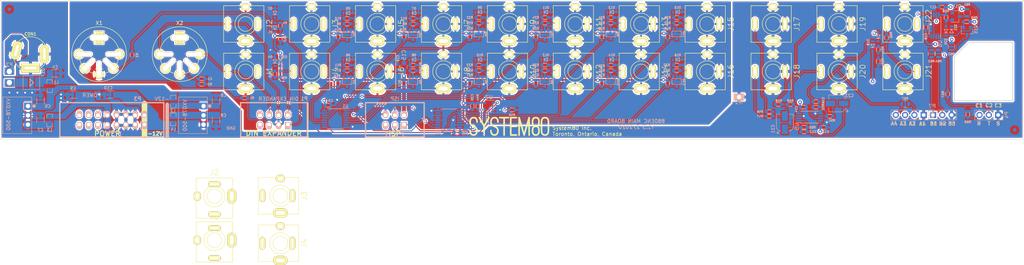
<source format=kicad_pcb>
(kicad_pcb (version 4) (host pcbnew 4.0.2-stable)
  (layers (0 F.Cu signal) (1 In1.Cu signal) (2 In2.Cu signal) (31 B.Cu signal) (34 B.Paste user) (35 F.Paste user) (36 B.SilkS user) (37 F.SilkS user) (38 B.Mask user) (39 F.Mask user) (44 Edge.Cuts user))
  (net 0 "")
  (net 1 "Net-(C1-Pad1)")
  (net 2 GND)
  (net 3 +5V)
  (net 4 "Net-(C4-Pad1)")
  (net 5 "Net-(C5-Pad1)")
  (net 6 "Net-(C6-Pad2)")
  (net 7 "Net-(C7-Pad1)")
  (net 8 "Net-(C8-Pad2)")
  (net 9 +V)
  (net 10 -V)
  (net 11 "Net-(C11-Pad1)")
  (net 12 "Net-(C11-Pad2)")
  (net 13 "Net-(C12-Pad1)")
  (net 14 "Net-(C16-Pad1)")
  (net 15 "Net-(C23-Pad2)")
  (net 16 "Net-(CON1-Pad1)")
  (net 17 "Net-(D1-Pad2)")
  (net 18 "Net-(D3-Pad2)")
  (net 19 "Net-(D5-Pad1)")
  (net 20 "Net-(D6-Pad1)")
  (net 21 "Net-(D7-Pad1)")
  (net 22 "Net-(D8-Pad1)")
  (net 23 "Net-(D9-Pad1)")
  (net 24 "Net-(D10-Pad1)")
  (net 25 "Net-(D11-Pad1)")
  (net 26 "Net-(D12-Pad1)")
  (net 27 "Net-(D13-Pad1)")
  (net 28 "Net-(D14-Pad1)")
  (net 29 "Net-(D15-Pad1)")
  (net 30 "Net-(D16-Pad1)")
  (net 31 "Net-(D17-Pad2)")
  (net 32 "Net-(D20-Pad2)")
  (net 33 "Net-(D20-Pad1)")
  (net 34 "Net-(D21-Pad1)")
  (net 35 ISP_MISO)
  (net 36 ISP_SCK)
  (net 37 ISP_MOSI)
  (net 38 DIN_RUN_STOP)
  (net 39 "Net-(J1-Pad2)")
  (net 40 DIN_TEMPO_CLK)
  (net 41 "Net-(J2-Pad2)")
  (net 42 "Net-(J3-Pad2)")
  (net 43 "Net-(J4-Pad2)")
  (net 44 "Net-(J5-Pad3)")
  (net 45 "Net-(J6-Pad3)")
  (net 46 "Net-(J7-Pad3)")
  (net 47 "Net-(J8-Pad3)")
  (net 48 "Net-(J9-Pad3)")
  (net 49 "Net-(J10-Pad3)")
  (net 50 "Net-(J11-Pad3)")
  (net 51 "Net-(J12-Pad3)")
  (net 52 "Net-(J13-Pad3)")
  (net 53 "Net-(J14-Pad3)")
  (net 54 "Net-(J15-Pad3)")
  (net 55 "Net-(J16-Pad3)")
  (net 56 "Net-(J17-Pad3)")
  (net 57 "Net-(J18-Pad3)")
  (net 58 "Net-(J19-Pad3)")
  (net 59 "Net-(J20-Pad3)")
  (net 60 "Net-(J21-Pad3)")
  (net 61 "Net-(J22-Pad3)")
  (net 62 "Net-(J22-Pad2)")
  (net 63 DIN_RESET)
  (net 64 DIN_FILL)
  (net 65 UART_TX)
  (net 66 "Net-(P4-Pad2)")
  (net 67 "Net-(P4-Pad3)")
  (net 68 /BD)
  (net 69 /SD)
  (net 70 /LT)
  (net 71 /MT)
  (net 72 /HT)
  (net 73 /RS)
  (net 74 /CP)
  (net 75 /MA)
  (net 76 /CB)
  (net 77 /CY)
  (net 78 /OH)
  (net 79 /CH)
  (net 80 "Net-(Q14-Pad3)")
  (net 81 "Net-(Q15-Pad3)")
  (net 82 "Net-(R1-Pad1)")
  (net 83 "Net-(R3-Pad1)")
  (net 84 "Net-(R54-Pad1)")
  (net 85 "Net-(R57-Pad2)")
  (net 86 "Net-(U1-Pad7)")
  (net 87 "Net-(U1-Pad9)")
  (net 88 "Net-(U1-Pad10)")
  (net 89 "Net-(U2-Pad7)")
  (net 90 "Net-(X1-Pad3)")
  (net 91 "Net-(X1-Pad1)")
  (net 92 "Net-(X1-Pad6)")
  (net 93 "Net-(X2-Pad6)")
  (net 94 "Net-(X2-Pad5)")
  (net 95 "Net-(X2-Pad4)")
  (net 96 "Net-(J21-Pad2)")
  (net 97 "Net-(P5-Pad2)")
  (net 98 "Net-(P7-Pad1)")
  (net 99 "Net-(P7-Pad2)")
  (net 100 "Net-(P3-Pad16)")
  (net 101 "Net-(P3-Pad15)")
  (net 102 "Net-(P3-Pad13)")
  (net 103 "Net-(P3-Pad14)")
  (net 104 "Net-(P3-Pad12)")
  (net 105 "Net-(P3-Pad11)")
  (net 106 GNDD)
  (net 107 "Net-(C16-Pad2)")
  (net 108 "Net-(ISP1-Pad5)")
  (net 109 "Net-(U2-Pad9)")
  (module MyModules:PJ-301B-JACK-SLOTS (layer F.Cu) (at 70.5 123.15 180)
    (fp_text reference J2 (at 0 6.5 180) (layer F.SilkS) (effects (font (size 1.5 1.5))))
    (fp_text value "SYNC24 CLK" hide)
    (pad 1 thru_hole oval (at -4.7 0 180) (size 2.5 4) (drill oval 1 2.5) (layers *.Cu *.Mask F.SilkS) (net 106 GNDD))
    (pad 1 thru_hole oval (at 4.7 0 180) (size 2 2.5) (drill oval 1 1.5) (layers *.Cu *.Mask F.SilkS) (net 106 GNDD))
    (pad 3 thru_hole oval (at 0 -4.9 180) (size 3.5 1.5) (drill oval 2.5 0.5) (layers *.Cu *.Mask F.SilkS) (net 40 DIN_TEMPO_CLK))
    (pad 2 thru_hole oval (at 0 3.3 180) (size 3.5 1.5) (drill oval 2.5 0.5) (layers *.Cu *.Mask F.SilkS) (net 41 "Net-(J2-Pad2)"))
  )
  (module MyModules:PJ-301B-JACK-SLOTS (layer F.Cu) (at 88.5 124 90)
    (fp_text reference J4 (at 0 6.5 90) (layer F.SilkS) (effects (font (size 1.5 1.5))))
    (fp_text value "ASSIGN 2" hide)
    (pad 1 thru_hole oval (at -4.7 0 90) (size 2.5 4) (drill oval 1 2.5) (layers *.Cu *.Mask F.SilkS) (net 106 GNDD))
    (pad 1 thru_hole oval (at 4.7 0 90) (size 2 2.5) (drill oval 1 1.5) (layers *.Cu *.Mask F.SilkS) (net 106 GNDD))
    (pad 3 thru_hole oval (at 0 -4.9 90) (size 3.5 1.5) (drill oval 2.5 0.5) (layers *.Cu *.Mask F.SilkS) (net 18 "Net-(D3-Pad2)"))
    (pad 2 thru_hole oval (at 0 3.3 90) (size 3.5 1.5) (drill oval 2.5 0.5) (layers *.Cu *.Mask F.SilkS) (net 43 "Net-(J4-Pad2)"))
  )
  (module MyModules:PJ-301B-JACK-SLOTS (layer F.Cu) (at 88.5 111 90)
    (fp_text reference J3 (at 0 6.5 90) (layer F.SilkS) (effects (font (size 1.5 1.5))))
    (fp_text value "ASSIGN 1" hide)
    (pad 1 thru_hole oval (at -4.7 0 90) (size 2.5 4) (drill oval 1 2.5) (layers *.Cu *.Mask F.SilkS) (net 106 GNDD))
    (pad 1 thru_hole oval (at 4.7 0 90) (size 2 2.5) (drill oval 1 1.5) (layers *.Cu *.Mask F.SilkS) (net 106 GNDD))
    (pad 3 thru_hole oval (at 0 -4.9 90) (size 3.5 1.5) (drill oval 2.5 0.5) (layers *.Cu *.Mask F.SilkS) (net 17 "Net-(D1-Pad2)"))
    (pad 2 thru_hole oval (at 0 3.3 90) (size 3.5 1.5) (drill oval 2.5 0.5) (layers *.Cu *.Mask F.SilkS) (net 42 "Net-(J3-Pad2)"))
  )
  (module MyModules:PJ-301B-JACK-SLOTS (layer F.Cu) (at 70.5 111.15 180)
    (fp_text reference J2 (at 0 6.5 180) (layer F.SilkS) (effects (font (size 1.5 1.5))))
    (fp_text value "SYNC24 CLK" hide)
    (pad 1 thru_hole oval (at -4.7 0 180) (size 2.5 4) (drill oval 1 2.5) (layers *.Cu *.Mask F.SilkS) (net 106 GNDD))
    (pad 1 thru_hole oval (at 4.7 0 180) (size 2 2.5) (drill oval 1 1.5) (layers *.Cu *.Mask F.SilkS) (net 106 GNDD))
    (pad 3 thru_hole oval (at 0 -4.9 180) (size 3.5 1.5) (drill oval 2.5 0.5) (layers *.Cu *.Mask F.SilkS) (net 40 DIN_TEMPO_CLK))
    (pad 2 thru_hole oval (at 0 3.3 180) (size 3.5 1.5) (drill oval 2.5 0.5) (layers *.Cu *.Mask F.SilkS) (net 41 "Net-(J2-Pad2)"))
  )
  (module Housings_SSOP:TSOP-5_1.65x3.05mm_Pitch0.95mm (layer B.Cu) (at 145.5 86.5 180)
    (fp_text reference U7 (at 0 2.45 180) (layer B.SilkS) (effects (justify mirror)))
    (fp_text value 74HC1G125)
    (pad 1 smd rect (at -1.16 0.95 180) (size 0.7 0.51) (layers B.Cu B.Paste B.Mask) (net 38 DIN_RUN_STOP))
    (pad 2 smd rect (at -1.16 0 180) (size 0.7 0.51) (layers B.Cu B.Paste B.Mask) (net 109 "Net-(U2-Pad9)"))
    (pad 3 smd rect (at -1.16 -0.95 180) (size 0.7 0.51) (layers B.Cu B.Paste B.Mask) (net 106 GNDD))
    (pad 4 smd rect (at 1.16 -0.95 180) (size 0.7 0.51) (layers B.Cu B.Paste B.Mask) (net 35 ISP_MISO))
    (pad 6 smd rect (at 1.16 0.95 180) (size 0.7 0.51) (layers B.Cu B.Paste B.Mask) (net 3 +5V))
  )
  (module LOGO (layer F.Cu) (at 151 92)
    (fp_text reference G*** hide)
    (fp_text value LOGO hide)
  )
  (module MyModules:fiducial-1mm (layer B.Cu) (at 289 93)
    (fp_text reference REF** hide)
    (fp_text value fiducial-1mm hide)
    (pad 1 smd oval (at 0 0) (size 1 1) (layers B.Cu B.Paste B.Mask) (clearance 0.75))
  )
  (module MyModules:SM0603-C-MURATA (layer B.Cu) (at 120.5 75.85 90)
    (fp_text reference C19 (at 2.45 0.1 90) (layer B.SilkS) (effects (font (size 0.6096 0.6096) (thickness 0.1524)) (justify mirror)))
    (fp_text value 0.1µ hide)
    (pad 1 smd rect (at -0.85 0 90) (size 0.9 0.8) (layers B.Cu B.Paste B.Mask) (net 3 +5V))
    (pad 2 smd rect (at 0.85 0 90) (size 0.9 0.8) (layers B.Cu B.Paste B.Mask) (net 106 GNDD))
  )
  (module Capacitors_SMD:C_0805 (layer B.Cu) (at 122.25 75.75 90)
    (fp_text reference C15 (at 3.25 -0.05 90) (layer B.SilkS) (effects (justify mirror)))
    (fp_text value 1µ)
    (pad 1 smd rect (at -1 0 90) (size 1 1.25) (layers B.Cu B.Paste B.Mask) (net 3 +5V))
    (pad 2 smd rect (at 1 0 90) (size 1 1.25) (layers B.Cu B.Paste B.Mask) (net 106 GNDD))
  )
  (module MyModules:SM0603-C-MURATA (layer B.Cu) (at 67 79)
    (fp_text reference C1 (at 2.25 0) (layer B.SilkS) (effects (font (size 0.6096 0.6096) (thickness 0.1524)) (justify mirror)))
    (fp_text value 0.01µ hide)
    (pad 1 smd rect (at -0.85 0) (size 0.9 0.8) (layers B.Cu B.Paste B.Mask) (net 1 "Net-(C1-Pad1)"))
    (pad 2 smd rect (at 0.85 0) (size 0.9 0.8) (layers B.Cu B.Paste B.Mask) (net 106 GNDD))
  )
  (module MyModules:SM0603-C-MURATA (layer B.Cu) (at 136.75 93.75 180)
    (fp_text reference C2 (at -2.25 0 180) (layer B.SilkS) (effects (font (size 0.6096 0.6096) (thickness 0.1524)) (justify mirror)))
    (fp_text value 0.1µ hide)
    (pad 1 smd rect (at -0.85 0 180) (size 0.9 0.8) (layers B.Cu B.Paste B.Mask) (net 3 +5V))
    (pad 2 smd rect (at 0.85 0 180) (size 0.9 0.8) (layers B.Cu B.Paste B.Mask) (net 106 GNDD))
  )
  (module MyModules:SM0603-C-MURATA (layer B.Cu) (at 101.5 86.25)
    (fp_text reference C3 (at 0.75 -1.25) (layer B.SilkS) (effects (font (size 0.6096 0.6096) (thickness 0.1524)) (justify mirror)))
    (fp_text value 0.1µ hide)
    (pad 1 smd rect (at -0.85 0) (size 0.9 0.8) (layers B.Cu B.Paste B.Mask) (net 3 +5V))
    (pad 2 smd rect (at 0.85 0) (size 0.9 0.8) (layers B.Cu B.Paste B.Mask) (net 106 GNDD))
  )
  (module Capacitors_SMD:C_1206 (layer B.Cu) (at 27 77.5)
    (fp_text reference C4 (at 0 -1.75) (layer B.SilkS) (effects (font (size 0.8 0.8)) (justify mirror)))
    (fp_text value 4.7µ)
    (pad 1 smd rect (at -1.5 0) (size 1 1.6) (layers B.Cu B.Paste B.Mask) (net 4 "Net-(C4-Pad1)"))
    (pad 2 smd rect (at 1.5 0) (size 1 1.6) (layers B.Cu B.Paste B.Mask) (net 2 GND))
  )
  (module Capacitors_SMD:C_1206 (layer B.Cu) (at 23 85 90)
    (fp_text reference C5 (at -1.5 2 180) (layer B.SilkS) (effects (font (size 0.8 0.8)) (justify mirror)))
    (fp_text value " 10µ")
    (pad 1 smd rect (at -1.5 0 90) (size 1 1.6) (layers B.Cu B.Paste B.Mask) (net 5 "Net-(C5-Pad1)"))
    (pad 2 smd rect (at 1.5 0 90) (size 1 1.6) (layers B.Cu B.Paste B.Mask) (net 2 GND))
  )
  (module Capacitors_SMD:C_1206 (layer B.Cu) (at 70.95 85 270)
    (fp_text reference C6 (at -1.5 -2 360) (layer B.SilkS) (effects (font (size 0.8 0.8)) (justify mirror)))
    (fp_text value " 10µ")
    (pad 1 smd rect (at -1.5 0 270) (size 1 1.6) (layers B.Cu B.Paste B.Mask) (net 2 GND))
    (pad 2 smd rect (at 1.5 0 270) (size 1 1.6) (layers B.Cu B.Paste B.Mask) (net 6 "Net-(C6-Pad2)"))
  )
  (module Capacitors_SMD:C_1206 (layer B.Cu) (at 23 90 90)
    (fp_text reference C7 (at -3 0 180) (layer B.SilkS) (effects (font (size 0.8 0.8)) (justify mirror)))
    (fp_text value 22µF)
    (pad 1 smd rect (at -1.5 0 90) (size 1 1.6) (layers B.Cu B.Paste B.Mask) (net 7 "Net-(C7-Pad1)"))
    (pad 2 smd rect (at 1.5 0 90) (size 1 1.6) (layers B.Cu B.Paste B.Mask) (net 2 GND))
  )
  (module Capacitors_SMD:C_1206 (layer B.Cu) (at 70.95 90.5 90)
    (fp_text reference C8 (at 1.5 2 180) (layer B.SilkS) (effects (font (size 0.8 0.8)) (justify mirror)))
    (fp_text value 22µF)
    (pad 1 smd rect (at -1.5 0 90) (size 1 1.6) (layers B.Cu B.Paste B.Mask) (net 2 GND))
    (pad 2 smd rect (at 1.5 0 90) (size 1 1.6) (layers B.Cu B.Paste B.Mask) (net 8 "Net-(C8-Pad2)"))
  )
  (module Capacitors_SMD:C_1206 (layer B.Cu) (at 31.9 83.3 180)
    (fp_text reference C9 (at 0 1.75 180) (layer B.SilkS) (effects (font (size 0.8 0.8)) (justify mirror)))
    (fp_text value 22µF)
    (pad 1 smd rect (at -1.5 0 180) (size 1 1.6) (layers B.Cu B.Paste B.Mask) (net 9 +V))
    (pad 2 smd rect (at 1.5 0 180) (size 1 1.6) (layers B.Cu B.Paste B.Mask) (net 2 GND))
  )
  (module Capacitors_SMD:C_1206 (layer B.Cu) (at 42 83.3)
    (fp_text reference C10 (at -0.5 -1.8) (layer B.SilkS) (effects (font (size 0.8 0.8)) (justify mirror)))
    (fp_text value 22µF)
    (pad 1 smd rect (at -1.5 0) (size 1 1.6) (layers B.Cu B.Paste B.Mask) (net 2 GND))
    (pad 2 smd rect (at 1.5 0) (size 1 1.6) (layers B.Cu B.Paste B.Mask) (net 10 -V))
  )
  (module Capacitors_SMD:CP_Elec_4x5.3 (layer B.Cu) (at 226.25 91 90)
    (fp_text reference C11 (at -1.75 -3.25 90) (layer B.SilkS) (effects (font (size 0.8 0.8)) (justify mirror)))
    (fp_text value 1μ)
    (fp_text user + (at -2.77 -2.01 90) (layer B.SilkS) (effects (justify mirror)))
    (pad 1 smd rect (at -1.8 0 270) (size 2.6 1.6) (layers B.Cu B.Paste B.Mask) (net 11 "Net-(C11-Pad1)"))
    (pad 2 smd rect (at 1.8 0 270) (size 2.6 1.6) (layers B.Cu B.Paste B.Mask) (net 12 "Net-(C11-Pad2)"))
  )
  (module MyModules:SM0603-C-MURATA (layer B.Cu) (at 231.5 93.5 180)
    (fp_text reference C12 (at -2.4 0 360) (layer B.SilkS) (effects (font (size 0.6096 0.6096) (thickness 0.1524)) (justify mirror)))
    (fp_text value 220p hide)
    (pad 1 smd rect (at -0.85 0 180) (size 0.9 0.8) (layers B.Cu B.Paste B.Mask) (net 13 "Net-(C12-Pad1)"))
    (pad 2 smd rect (at 0.85 0 180) (size 0.9 0.8) (layers B.Cu B.Paste B.Mask) (net 11 "Net-(C11-Pad1)"))
  )
  (module MyModules:SM0603-C-MURATA (layer B.Cu) (at 236.8 92.3)
    (fp_text reference C13 (at 0.6 1.2) (layer B.SilkS) (effects (font (size 0.6096 0.6096) (thickness 0.1524)) (justify mirror)))
    (fp_text value 0.1µ hide)
    (pad 1 smd rect (at -0.85 0) (size 0.9 0.8) (layers B.Cu B.Paste B.Mask) (net 9 +V))
    (pad 2 smd rect (at 0.85 0) (size 0.9 0.8) (layers B.Cu B.Paste B.Mask) (net 2 GND))
  )
  (module MyModules:SM0603-C-MURATA (layer B.Cu) (at 231.25 86.75)
    (fp_text reference C14 (at -1.85 0.55 270) (layer B.SilkS) (effects (font (size 0.6096 0.6096) (thickness 0.1524)) (justify mirror)))
    (fp_text value 0.1µ hide)
    (pad 1 smd rect (at -0.85 0) (size 0.9 0.8) (layers B.Cu B.Paste B.Mask) (net 10 -V))
    (pad 2 smd rect (at 0.85 0) (size 0.9 0.8) (layers B.Cu B.Paste B.Mask) (net 2 GND))
  )
  (module MyModules:SM0603-C-MURATA (layer B.Cu) (at 234.75 85.25)
    (fp_text reference C16 (at 1.95 -0.35 90) (layer B.SilkS) (effects (font (size 0.6096 0.6096) (thickness 0.1524)) (justify mirror)))
    (fp_text value 220p hide)
    (pad 1 smd rect (at -0.85 0) (size 0.9 0.8) (layers B.Cu B.Paste B.Mask) (net 14 "Net-(C16-Pad1)"))
    (pad 2 smd rect (at 0.85 0) (size 0.9 0.8) (layers B.Cu B.Paste B.Mask) (net 107 "Net-(C16-Pad2)"))
  )
  (module MyModules:SM0603-C-MURATA (layer B.Cu) (at 269.2 59.4 180)
    (fp_text reference C17 (at 2.5 0 180) (layer B.SilkS) (effects (font (size 0.6096 0.6096) (thickness 0.1524)) (justify mirror)))
    (fp_text value 0.1µ hide)
    (pad 1 smd rect (at -0.85 0 180) (size 0.9 0.8) (layers B.Cu B.Paste B.Mask) (net 9 +V))
    (pad 2 smd rect (at 0.85 0 180) (size 0.9 0.8) (layers B.Cu B.Paste B.Mask) (net 2 GND))
  )
  (module MyModules:SM0603-C-MURATA (layer B.Cu) (at 264.75 64.95 90)
    (fp_text reference C18 (at -2.45 0 90) (layer B.SilkS) (effects (font (size 0.6096 0.6096) (thickness 0.1524)) (justify mirror)))
    (fp_text value 0.1µ hide)
    (pad 1 smd rect (at -0.85 0 90) (size 0.9 0.8) (layers B.Cu B.Paste B.Mask) (net 10 -V))
    (pad 2 smd rect (at 0.85 0 90) (size 0.9 0.8) (layers B.Cu B.Paste B.Mask) (net 2 GND))
  )
  (module Capacitors_SMD:CP_Elec_4x5.3 (layer B.Cu) (at 240.5 85.75 180)
    (fp_text reference C23 (at -3.4 2.15 180) (layer B.SilkS) (effects (font (size 0.8 0.8)) (justify mirror)))
    (fp_text value 1μ)
    (fp_text user + (at -2.77 -2.01 180) (layer B.SilkS) (effects (justify mirror)))
    (pad 1 smd rect (at -1.8 0) (size 2.6 1.6) (layers B.Cu B.Paste B.Mask) (net 13 "Net-(C12-Pad1)"))
    (pad 2 smd rect (at 1.8 0) (size 2.6 1.6) (layers B.Cu B.Paste B.Mask) (net 15 "Net-(C23-Pad2)"))
  )
  (module MyModules:712A-DC-JACK (layer F.Cu) (at 20.25 72.25 180)
    (fp_text reference CON1 (at 0 5.5 180) (layer F.SilkS) (effects (font (size 0.8 0.8))))
    (fp_text value BARREL_JACK)
    (pad 2 thru_hole rect (at 0 -3.81 180) (size 5.08 2.54) (drill oval 3.175 0.635) (layers *.Cu *.Mask F.SilkS) (net 2 GND))
    (pad 3 thru_hole oval (at -3.81 0 270) (size 5.08 2.54) (drill oval 3.175 0.635) (layers *.Cu *.Mask F.SilkS) (net 2 GND))
    (pad 1 thru_hole oval (at 3.81 1 255) (size 5.08 2.54) (drill oval 3.175 0.635) (layers *.Cu *.Mask F.SilkS) (net 16 "Net-(CON1-Pad1)"))
  )
  (module MyModules:SOD323-C1A2 (layer B.Cu) (at 87 65 270)
    (fp_text reference D1 (at 1.25 1.25 360) (layer B.SilkS) (effects (font (size 0.6096 0.6096) (thickness 0.1524)) (justify mirror)))
    (fp_text value NSR0530HT1G hide)
    (pad 2 smd rect (at -1.2446 0 270) (size 0.6096 0.762) (layers B.Cu B.Paste B.Mask) (net 17 "Net-(D1-Pad2)"))
    (pad 1 smd rect (at 1.2446 0 270) (size 0.6096 0.762) (layers B.Cu B.Paste B.Mask) (net 3 +5V))
  )
  (module MyModules:SOD323-C1A2 (layer B.Cu) (at 87 61 270)
    (fp_text reference D2 (at -1.25 1.25 360) (layer B.SilkS) (effects (font (size 0.6096 0.6096) (thickness 0.1524)) (justify mirror)))
    (fp_text value NSR0530HT1G hide)
    (pad 2 smd rect (at -1.2446 0 270) (size 0.6096 0.762) (layers B.Cu B.Paste B.Mask) (net 106 GNDD))
    (pad 1 smd rect (at 1.2446 0 270) (size 0.6096 0.762) (layers B.Cu B.Paste B.Mask) (net 17 "Net-(D1-Pad2)"))
  )
  (module MyModules:SOD323-C1A2 (layer B.Cu) (at 88.5 74.25 90)
    (fp_text reference D3 (at 1.25 1.25 180) (layer B.SilkS) (effects (font (size 0.6096 0.6096) (thickness 0.1524)) (justify mirror)))
    (fp_text value NSR0530HT1G hide)
    (pad 2 smd rect (at -1.2446 0 90) (size 0.6096 0.762) (layers B.Cu B.Paste B.Mask) (net 18 "Net-(D3-Pad2)"))
    (pad 1 smd rect (at 1.2446 0 90) (size 0.6096 0.762) (layers B.Cu B.Paste B.Mask) (net 3 +5V))
  )
  (module MyModules:SOD323-C1A2 (layer B.Cu) (at 87 74.25 270)
    (fp_text reference D4 (at -1.25 1.25 360) (layer B.SilkS) (effects (font (size 0.6096 0.6096) (thickness 0.1524)) (justify mirror)))
    (fp_text value NSR0530HT1G hide)
    (pad 2 smd rect (at -1.2446 0 270) (size 0.6096 0.762) (layers B.Cu B.Paste B.Mask) (net 106 GNDD))
    (pad 1 smd rect (at 1.2446 0 270) (size 0.6096 0.762) (layers B.Cu B.Paste B.Mask) (net 18 "Net-(D3-Pad2)"))
  )
  (module MyModules:SOD323-C1A2 (layer B.Cu) (at 107 61 180)
    (fp_text reference D5 (at 0 1.25 360) (layer B.SilkS) (effects (font (size 0.6096 0.6096) (thickness 0.1524)) (justify mirror)))
    (fp_text value 1N4148 hide)
    (pad 2 smd rect (at -1.2446 0 180) (size 0.6096 0.762) (layers B.Cu B.Paste B.Mask) (net 106 GNDD))
    (pad 1 smd rect (at 1.2446 0 180) (size 0.6096 0.762) (layers B.Cu B.Paste B.Mask) (net 19 "Net-(D5-Pad1)"))
  )
  (module MyModules:SOD323-C1A2 (layer B.Cu) (at 107 73.75 180)
    (fp_text reference D6 (at 0 1.25 180) (layer B.SilkS) (effects (font (size 0.6096 0.6096) (thickness 0.1524)) (justify mirror)))
    (fp_text value 1N4148 hide)
    (pad 2 smd rect (at -1.2446 0 180) (size 0.6096 0.762) (layers B.Cu B.Paste B.Mask) (net 106 GNDD))
    (pad 1 smd rect (at 1.2446 0 180) (size 0.6096 0.762) (layers B.Cu B.Paste B.Mask) (net 20 "Net-(D6-Pad1)"))
  )
  (module MyModules:SOD323-C1A2 (layer B.Cu) (at 125 61 180)
    (fp_text reference D7 (at 0 1.25 180) (layer B.SilkS) (effects (font (size 0.6096 0.6096) (thickness 0.1524)) (justify mirror)))
    (fp_text value 1N4148 hide)
    (pad 2 smd rect (at -1.2446 0 180) (size 0.6096 0.762) (layers B.Cu B.Paste B.Mask) (net 106 GNDD))
    (pad 1 smd rect (at 1.2446 0 180) (size 0.6096 0.762) (layers B.Cu B.Paste B.Mask) (net 21 "Net-(D7-Pad1)"))
  )
  (module MyModules:SOD323-C1A2 (layer B.Cu) (at 125 73.75 180)
    (fp_text reference D8 (at 0 1.25 180) (layer B.SilkS) (effects (font (size 0.6096 0.6096) (thickness 0.1524)) (justify mirror)))
    (fp_text value 1N4148 hide)
    (pad 2 smd rect (at -1.2446 0 180) (size 0.6096 0.762) (layers B.Cu B.Paste B.Mask) (net 106 GNDD))
    (pad 1 smd rect (at 1.2446 0 180) (size 0.6096 0.762) (layers B.Cu B.Paste B.Mask) (net 22 "Net-(D8-Pad1)"))
  )
  (module MyModules:SOD323-C1A2 (layer B.Cu) (at 143 60.75 180)
    (fp_text reference D9 (at 0 1.25 180) (layer B.SilkS) (effects (font (size 0.6096 0.6096) (thickness 0.1524)) (justify mirror)))
    (fp_text value 1N4148 hide)
    (pad 2 smd rect (at -1.2446 0 180) (size 0.6096 0.762) (layers B.Cu B.Paste B.Mask) (net 106 GNDD))
    (pad 1 smd rect (at 1.2446 0 180) (size 0.6096 0.762) (layers B.Cu B.Paste B.Mask) (net 23 "Net-(D9-Pad1)"))
  )
  (module MyModules:SOD323-C1A2 (layer B.Cu) (at 143 73.75 180)
    (fp_text reference D10 (at 0 1.25 180) (layer B.SilkS) (effects (font (size 0.6096 0.6096) (thickness 0.1524)) (justify mirror)))
    (fp_text value 1N4148 hide)
    (pad 2 smd rect (at -1.2446 0 180) (size 0.6096 0.762) (layers B.Cu B.Paste B.Mask) (net 106 GNDD))
    (pad 1 smd rect (at 1.2446 0 180) (size 0.6096 0.762) (layers B.Cu B.Paste B.Mask) (net 24 "Net-(D10-Pad1)"))
  )
  (module MyModules:SOD323-C1A2 (layer B.Cu) (at 161 60.75 180)
    (fp_text reference D11 (at 0 1.25 180) (layer B.SilkS) (effects (font (size 0.6096 0.6096) (thickness 0.1524)) (justify mirror)))
    (fp_text value 1N4148 hide)
    (pad 2 smd rect (at -1.2446 0 180) (size 0.6096 0.762) (layers B.Cu B.Paste B.Mask) (net 106 GNDD))
    (pad 1 smd rect (at 1.2446 0 180) (size 0.6096 0.762) (layers B.Cu B.Paste B.Mask) (net 25 "Net-(D11-Pad1)"))
  )
  (module MyModules:SOD323-C1A2 (layer B.Cu) (at 161 73.75 180)
    (fp_text reference D12 (at 0 1.25 180) (layer B.SilkS) (effects (font (size 0.6096 0.6096) (thickness 0.1524)) (justify mirror)))
    (fp_text value 1N4148 hide)
    (pad 2 smd rect (at -1.2446 0 180) (size 0.6096 0.762) (layers B.Cu B.Paste B.Mask) (net 106 GNDD))
    (pad 1 smd rect (at 1.2446 0 180) (size 0.6096 0.762) (layers B.Cu B.Paste B.Mask) (net 26 "Net-(D12-Pad1)"))
  )
  (module MyModules:SOD323-C1A2 (layer B.Cu) (at 179 60.75 180)
    (fp_text reference D13 (at 0 1.25 180) (layer B.SilkS) (effects (font (size 0.6096 0.6096) (thickness 0.1524)) (justify mirror)))
    (fp_text value 1N4148 hide)
    (pad 2 smd rect (at -1.2446 0 180) (size 0.6096 0.762) (layers B.Cu B.Paste B.Mask) (net 106 GNDD))
    (pad 1 smd rect (at 1.2446 0 180) (size 0.6096 0.762) (layers B.Cu B.Paste B.Mask) (net 27 "Net-(D13-Pad1)"))
  )
  (module MyModules:SOD323-C1A2 (layer B.Cu) (at 179 73.75 180)
    (fp_text reference D14 (at 0 1.25 180) (layer B.SilkS) (effects (font (size 0.6096 0.6096) (thickness 0.1524)) (justify mirror)))
    (fp_text value 1N4148 hide)
    (pad 2 smd rect (at -1.2446 0 180) (size 0.6096 0.762) (layers B.Cu B.Paste B.Mask) (net 106 GNDD))
    (pad 1 smd rect (at 1.2446 0 180) (size 0.6096 0.762) (layers B.Cu B.Paste B.Mask) (net 28 "Net-(D14-Pad1)"))
  )
  (module MyModules:SOD323-C1A2 (layer B.Cu) (at 197 60.75 180)
    (fp_text reference D15 (at 0 1.25 180) (layer B.SilkS) (effects (font (size 0.6096 0.6096) (thickness 0.1524)) (justify mirror)))
    (fp_text value 1N4148 hide)
    (pad 2 smd rect (at -1.2446 0 180) (size 0.6096 0.762) (layers B.Cu B.Paste B.Mask) (net 106 GNDD))
    (pad 1 smd rect (at 1.2446 0 180) (size 0.6096 0.762) (layers B.Cu B.Paste B.Mask) (net 29 "Net-(D15-Pad1)"))
  )
  (module MyModules:SOD323-C1A2 (layer B.Cu) (at 197 73.75 180)
    (fp_text reference D16 (at 0 1.25 180) (layer B.SilkS) (effects (font (size 0.6096 0.6096) (thickness 0.1524)) (justify mirror)))
    (fp_text value 1N4148 hide)
    (pad 2 smd rect (at -1.2446 0 180) (size 0.6096 0.762) (layers B.Cu B.Paste B.Mask) (net 106 GNDD))
    (pad 1 smd rect (at 1.2446 0 180) (size 0.6096 0.762) (layers B.Cu B.Paste B.Mask) (net 30 "Net-(D16-Pad1)"))
  )
  (module MyModules:SMB-1C2A (layer B.Cu) (at 20.49964 80.04 180)
    (fp_text reference D17 (at -3.20036 2.74 270) (layer B.SilkS) (effects (font (size 0.8 0.8)) (justify mirror)))
    (fp_text value MBRS240LT3G hide)
    (pad 2 smd rect (at 2.19964 0 180) (size 2.39776 2.39776) (layers B.Cu B.Paste B.Mask) (net 31 "Net-(D17-Pad2)"))
    (pad 1 smd rect (at -2.19964 0 180) (size 2.39776 2.39776) (layers B.Cu B.Paste B.Mask) (net 4 "Net-(C4-Pad1)"))
  )
  (module MyModules:SOD323-C1A2 (layer B.Cu) (at 250.2 70 270)
    (fp_text reference D18 (at -1 1.2 270) (layer B.SilkS) (effects (font (size 0.6096 0.6096) (thickness 0.1524)) (justify mirror)))
    (fp_text value 1N4148 hide)
    (pad 2 smd rect (at -1.2446 0 270) (size 0.6096 0.762) (layers B.Cu B.Paste B.Mask) (net 14 "Net-(C16-Pad1)"))
    (pad 1 smd rect (at 1.2446 0 270) (size 0.6096 0.762) (layers B.Cu B.Paste B.Mask) (net 9 +V))
  )
  (module MyModules:SOD323-C1A2 (layer B.Cu) (at 251.75 67.5 270)
    (fp_text reference D19 (at -1 1.25 270) (layer B.SilkS) (effects (font (size 0.6096 0.6096) (thickness 0.1524)) (justify mirror)))
    (fp_text value 1N4148 hide)
    (pad 2 smd rect (at -1.2446 0 270) (size 0.6096 0.762) (layers B.Cu B.Paste B.Mask) (net 10 -V))
    (pad 1 smd rect (at 1.2446 0 270) (size 0.6096 0.762) (layers B.Cu B.Paste B.Mask) (net 14 "Net-(C16-Pad1)"))
  )
  (module MyModules:SOD323-C1A2 (layer B.Cu) (at 270.25 65.95 270)
    (fp_text reference D20 (at 2.85 0.05 450) (layer B.SilkS) (effects (font (size 0.6096 0.6096) (thickness 0.1524)) (justify mirror)))
    (fp_text value 1N4148 hide)
    (pad 2 smd rect (at -1.2446 0 270) (size 0.6096 0.762) (layers B.Cu B.Paste B.Mask) (net 32 "Net-(D20-Pad2)"))
    (pad 1 smd rect (at 1.2446 0 270) (size 0.6096 0.762) (layers B.Cu B.Paste B.Mask) (net 33 "Net-(D20-Pad1)"))
  )
  (module MyModules:SOD323-C1A2 (layer B.Cu) (at 271.75 65.95 90)
    (fp_text reference D21 (at 0.95 1.15 90) (layer B.SilkS) (effects (font (size 0.6096 0.6096) (thickness 0.1524)) (justify mirror)))
    (fp_text value 1N4148 hide)
    (pad 2 smd rect (at -1.2446 0 90) (size 0.6096 0.762) (layers B.Cu B.Paste B.Mask) (net 33 "Net-(D20-Pad1)"))
    (pad 1 smd rect (at 1.2446 0 90) (size 0.6096 0.762) (layers B.Cu B.Paste B.Mask) (net 34 "Net-(D21-Pad1)"))
  )
  (module w_conn_strip:vasch_strip_3x2 (layer B.Cu) (at 119.75 90.25 180)
    (fp_text reference ISP1 hide)
    (fp_text value CONN_02X03 hide)
    (pad 1 thru_hole rect (at -2.54 -1.27 180) (size 1.5 2) (drill 1 (offset 0 -0.25)) (layers *.Cu *.Mask B.SilkS) (net 35 ISP_MISO))
    (pad 2 thru_hole oval (at -2.54 1.27 180) (size 1.5 2) (drill 1 (offset 0 0.25)) (layers *.Cu *.Mask B.SilkS) (net 3 +5V))
    (pad 3 thru_hole oval (at 0 -1.27 180) (size 1.5 2) (drill 1 (offset 0 -0.25)) (layers *.Cu *.Mask B.SilkS) (net 36 ISP_SCK))
    (pad 4 thru_hole oval (at 0 1.27 180) (size 1.5 2) (drill 1 (offset 0 0.25)) (layers *.Cu *.Mask B.SilkS) (net 37 ISP_MOSI))
    (pad 5 thru_hole oval (at 2.54 -1.27 180) (size 1.5 2) (drill 1 (offset 0 -0.25)) (layers *.Cu *.Mask B.SilkS) (net 108 "Net-(ISP1-Pad5)"))
    (pad 6 thru_hole oval (at 2.54 1.27 180) (size 1.5 2) (drill 1 (offset 0 0.25)) (layers *.Cu *.Mask B.SilkS) (net 106 GNDD))
  )
  (module MyModules:PJ-301B-JACK-SLOTS (layer F.Cu) (at 79 77 90)
    (fp_text reference J1 (at 0 6.5 90) (layer F.SilkS) (effects (font (size 1.5 1.5))))
    (fp_text value RUN/STOP hide)
    (pad 1 thru_hole oval (at -4.7 0 90) (size 2.5 4) (drill oval 1 2.5) (layers *.Cu *.Mask F.SilkS) (net 106 GNDD))
    (pad 1 thru_hole oval (at 4.7 0 90) (size 2 2.5) (drill oval 1 1.5) (layers *.Cu *.Mask F.SilkS) (net 106 GNDD))
    (pad 3 thru_hole oval (at 0 -4.9 90) (size 3.5 1.5) (drill oval 2.5 0.5) (layers *.Cu *.Mask F.SilkS) (net 38 DIN_RUN_STOP))
    (pad 2 thru_hole oval (at 0 3.3 90) (size 3.5 1.5) (drill oval 2.5 0.5) (layers *.Cu *.Mask F.SilkS) (net 39 "Net-(J1-Pad2)"))
  )
  (module MyModules:PJ-301B-JACK-SLOTS (layer F.Cu) (at 79 64 90)
    (fp_text reference J2 (at 0 6.5 90) (layer F.SilkS) (effects (font (size 1.5 1.5))))
    (fp_text value "SYNC24 CLK" hide)
    (pad 1 thru_hole oval (at -4.7 0 90) (size 2.5 4) (drill oval 1 2.5) (layers *.Cu *.Mask F.SilkS) (net 106 GNDD))
    (pad 1 thru_hole oval (at 4.7 0 90) (size 2 2.5) (drill oval 1 1.5) (layers *.Cu *.Mask F.SilkS) (net 106 GNDD))
    (pad 3 thru_hole oval (at 0 -4.9 90) (size 3.5 1.5) (drill oval 2.5 0.5) (layers *.Cu *.Mask F.SilkS) (net 40 DIN_TEMPO_CLK))
    (pad 2 thru_hole oval (at 0 3.3 90) (size 3.5 1.5) (drill oval 2.5 0.5) (layers *.Cu *.Mask F.SilkS) (net 41 "Net-(J2-Pad2)"))
  )
  (module MyModules:PJ-301B-JACK-SLOTS (layer F.Cu) (at 97 64 90)
    (fp_text reference J3 (at 0 6.5 90) (layer F.SilkS) (effects (font (size 1.5 1.5))))
    (fp_text value "ASSIGN 1" hide)
    (pad 1 thru_hole oval (at -4.7 0 90) (size 2.5 4) (drill oval 1 2.5) (layers *.Cu *.Mask F.SilkS) (net 106 GNDD))
    (pad 1 thru_hole oval (at 4.7 0 90) (size 2 2.5) (drill oval 1 1.5) (layers *.Cu *.Mask F.SilkS) (net 106 GNDD))
    (pad 3 thru_hole oval (at 0 -4.9 90) (size 3.5 1.5) (drill oval 2.5 0.5) (layers *.Cu *.Mask F.SilkS) (net 17 "Net-(D1-Pad2)"))
    (pad 2 thru_hole oval (at 0 3.3 90) (size 3.5 1.5) (drill oval 2.5 0.5) (layers *.Cu *.Mask F.SilkS) (net 42 "Net-(J3-Pad2)"))
  )
  (module MyModules:PJ-301B-JACK-SLOTS (layer F.Cu) (at 97 77 90)
    (fp_text reference J4 (at 0 6.5 90) (layer F.SilkS) (effects (font (size 1.5 1.5))))
    (fp_text value "ASSIGN 2" hide)
    (pad 1 thru_hole oval (at -4.7 0 90) (size 2.5 4) (drill oval 1 2.5) (layers *.Cu *.Mask F.SilkS) (net 106 GNDD))
    (pad 1 thru_hole oval (at 4.7 0 90) (size 2 2.5) (drill oval 1 1.5) (layers *.Cu *.Mask F.SilkS) (net 106 GNDD))
    (pad 3 thru_hole oval (at 0 -4.9 90) (size 3.5 1.5) (drill oval 2.5 0.5) (layers *.Cu *.Mask F.SilkS) (net 18 "Net-(D3-Pad2)"))
    (pad 2 thru_hole oval (at 0 3.3 90) (size 3.5 1.5) (drill oval 2.5 0.5) (layers *.Cu *.Mask F.SilkS) (net 43 "Net-(J4-Pad2)"))
  )
  (module MyModules:PJ-301B-JACK-SLOTS (layer F.Cu) (at 115 64 90)
    (fp_text reference J5 (at 0 6.5 90) (layer F.SilkS) (effects (font (size 1.5 1.5))))
    (fp_text value "BD IN" hide)
    (pad 1 thru_hole oval (at -4.7 0 90) (size 2.5 4) (drill oval 1 2.5) (layers *.Cu *.Mask F.SilkS) (net 106 GNDD))
    (pad 1 thru_hole oval (at 4.7 0 90) (size 2 2.5) (drill oval 1 1.5) (layers *.Cu *.Mask F.SilkS) (net 106 GNDD))
    (pad 3 thru_hole oval (at 0 -4.9 90) (size 3.5 1.5) (drill oval 2.5 0.5) (layers *.Cu *.Mask F.SilkS) (net 44 "Net-(J5-Pad3)"))
    (pad 2 thru_hole oval (at 0 3.3 90) (size 3.5 1.5) (drill oval 2.5 0.5) (layers *.Cu *.Mask F.SilkS) (net 106 GNDD))
  )
  (module MyModules:PJ-301B-JACK-SLOTS (layer F.Cu) (at 115 77 90)
    (fp_text reference J6 (at 0 6.5 90) (layer F.SilkS) (effects (font (size 1.5 1.5))))
    (fp_text value "SD IN" hide)
    (pad 1 thru_hole oval (at -4.7 0 90) (size 2.5 4) (drill oval 1 2.5) (layers *.Cu *.Mask F.SilkS) (net 106 GNDD))
    (pad 1 thru_hole oval (at 4.7 0 90) (size 2 2.5) (drill oval 1 1.5) (layers *.Cu *.Mask F.SilkS) (net 106 GNDD))
    (pad 3 thru_hole oval (at 0 -4.9 90) (size 3.5 1.5) (drill oval 2.5 0.5) (layers *.Cu *.Mask F.SilkS) (net 45 "Net-(J6-Pad3)"))
    (pad 2 thru_hole oval (at 0 3.3 90) (size 3.5 1.5) (drill oval 2.5 0.5) (layers *.Cu *.Mask F.SilkS) (net 106 GNDD))
  )
  (module MyModules:PJ-301B-JACK-SLOTS (layer F.Cu) (at 133 64 90)
    (fp_text reference J7 (at 0 6.5 90) (layer F.SilkS) (effects (font (size 1.5 1.5))))
    (fp_text value "LT IN" hide)
    (pad 1 thru_hole oval (at -4.7 0 90) (size 2.5 4) (drill oval 1 2.5) (layers *.Cu *.Mask F.SilkS) (net 106 GNDD))
    (pad 1 thru_hole oval (at 4.7 0 90) (size 2 2.5) (drill oval 1 1.5) (layers *.Cu *.Mask F.SilkS) (net 106 GNDD))
    (pad 3 thru_hole oval (at 0 -4.9 90) (size 3.5 1.5) (drill oval 2.5 0.5) (layers *.Cu *.Mask F.SilkS) (net 46 "Net-(J7-Pad3)"))
    (pad 2 thru_hole oval (at 0 3.3 90) (size 3.5 1.5) (drill oval 2.5 0.5) (layers *.Cu *.Mask F.SilkS) (net 106 GNDD))
  )
  (module MyModules:PJ-301B-JACK-SLOTS (layer F.Cu) (at 133 77 90)
    (fp_text reference J8 (at 0 6.5 90) (layer F.SilkS) (effects (font (size 1.5 1.5))))
    (fp_text value "MT IN" hide)
    (pad 1 thru_hole oval (at -4.7 0 90) (size 2.5 4) (drill oval 1 2.5) (layers *.Cu *.Mask F.SilkS) (net 106 GNDD))
    (pad 1 thru_hole oval (at 4.7 0 90) (size 2 2.5) (drill oval 1 1.5) (layers *.Cu *.Mask F.SilkS) (net 106 GNDD))
    (pad 3 thru_hole oval (at 0 -4.9 90) (size 3.5 1.5) (drill oval 2.5 0.5) (layers *.Cu *.Mask F.SilkS) (net 47 "Net-(J8-Pad3)"))
    (pad 2 thru_hole oval (at 0 3.3 90) (size 3.5 1.5) (drill oval 2.5 0.5) (layers *.Cu *.Mask F.SilkS) (net 106 GNDD))
  )
  (module MyModules:PJ-301B-JACK-SLOTS (layer F.Cu) (at 151 64 90)
    (fp_text reference J9 (at 0 6.5 90) (layer F.SilkS) (effects (font (size 1.5 1.5))))
    (fp_text value "HT IN" hide)
    (pad 1 thru_hole oval (at -4.7 0 90) (size 2.5 4) (drill oval 1 2.5) (layers *.Cu *.Mask F.SilkS) (net 106 GNDD))
    (pad 1 thru_hole oval (at 4.7 0 90) (size 2 2.5) (drill oval 1 1.5) (layers *.Cu *.Mask F.SilkS) (net 106 GNDD))
    (pad 3 thru_hole oval (at 0 -4.9 90) (size 3.5 1.5) (drill oval 2.5 0.5) (layers *.Cu *.Mask F.SilkS) (net 48 "Net-(J9-Pad3)"))
    (pad 2 thru_hole oval (at 0 3.3 90) (size 3.5 1.5) (drill oval 2.5 0.5) (layers *.Cu *.Mask F.SilkS) (net 106 GNDD))
  )
  (module MyModules:PJ-301B-JACK-SLOTS (layer F.Cu) (at 151 77 90)
    (fp_text reference J10 (at 0 6.5 90) (layer F.SilkS) (effects (font (size 1.5 1.5))))
    (fp_text value "RS IN" hide)
    (pad 1 thru_hole oval (at -4.7 0 90) (size 2.5 4) (drill oval 1 2.5) (layers *.Cu *.Mask F.SilkS) (net 106 GNDD))
    (pad 1 thru_hole oval (at 4.7 0 90) (size 2 2.5) (drill oval 1 1.5) (layers *.Cu *.Mask F.SilkS) (net 106 GNDD))
    (pad 3 thru_hole oval (at 0 -4.9 90) (size 3.5 1.5) (drill oval 2.5 0.5) (layers *.Cu *.Mask F.SilkS) (net 49 "Net-(J10-Pad3)"))
    (pad 2 thru_hole oval (at 0 3.3 90) (size 3.5 1.5) (drill oval 2.5 0.5) (layers *.Cu *.Mask F.SilkS) (net 106 GNDD))
  )
  (module MyModules:PJ-301B-JACK-SLOTS (layer F.Cu) (at 169 64 90)
    (fp_text reference J11 (at 0 6.5 90) (layer F.SilkS) (effects (font (size 1.5 1.5))))
    (fp_text value "CP IN" hide)
    (pad 1 thru_hole oval (at -4.7 0 90) (size 2.5 4) (drill oval 1 2.5) (layers *.Cu *.Mask F.SilkS) (net 106 GNDD))
    (pad 1 thru_hole oval (at 4.7 0 90) (size 2 2.5) (drill oval 1 1.5) (layers *.Cu *.Mask F.SilkS) (net 106 GNDD))
    (pad 3 thru_hole oval (at 0 -4.9 90) (size 3.5 1.5) (drill oval 2.5 0.5) (layers *.Cu *.Mask F.SilkS) (net 50 "Net-(J11-Pad3)"))
    (pad 2 thru_hole oval (at 0 3.3 90) (size 3.5 1.5) (drill oval 2.5 0.5) (layers *.Cu *.Mask F.SilkS) (net 106 GNDD))
  )
  (module MyModules:PJ-301B-JACK-SLOTS (layer F.Cu) (at 169 77 90)
    (fp_text reference J12 (at 0 6.5 90) (layer F.SilkS) (effects (font (size 1.5 1.5))))
    (fp_text value "MA IN" hide)
    (pad 1 thru_hole oval (at -4.7 0 90) (size 2.5 4) (drill oval 1 2.5) (layers *.Cu *.Mask F.SilkS) (net 106 GNDD))
    (pad 1 thru_hole oval (at 4.7 0 90) (size 2 2.5) (drill oval 1 1.5) (layers *.Cu *.Mask F.SilkS) (net 106 GNDD))
    (pad 3 thru_hole oval (at 0 -4.9 90) (size 3.5 1.5) (drill oval 2.5 0.5) (layers *.Cu *.Mask F.SilkS) (net 51 "Net-(J12-Pad3)"))
    (pad 2 thru_hole oval (at 0 3.3 90) (size 3.5 1.5) (drill oval 2.5 0.5) (layers *.Cu *.Mask F.SilkS) (net 106 GNDD))
  )
  (module MyModules:PJ-301B-JACK-SLOTS (layer F.Cu) (at 187 64 90)
    (fp_text reference J13 (at 0 6.5 90) (layer F.SilkS) (effects (font (size 1.5 1.5))))
    (fp_text value "CB IN" hide)
    (pad 1 thru_hole oval (at -4.7 0 90) (size 2.5 4) (drill oval 1 2.5) (layers *.Cu *.Mask F.SilkS) (net 106 GNDD))
    (pad 1 thru_hole oval (at 4.7 0 90) (size 2 2.5) (drill oval 1 1.5) (layers *.Cu *.Mask F.SilkS) (net 106 GNDD))
    (pad 3 thru_hole oval (at 0 -4.9 90) (size 3.5 1.5) (drill oval 2.5 0.5) (layers *.Cu *.Mask F.SilkS) (net 52 "Net-(J13-Pad3)"))
    (pad 2 thru_hole oval (at 0 3.3 90) (size 3.5 1.5) (drill oval 2.5 0.5) (layers *.Cu *.Mask F.SilkS) (net 106 GNDD))
  )
  (module MyModules:PJ-301B-JACK-SLOTS (layer F.Cu) (at 187 77 90)
    (fp_text reference J14 (at 0 6.5 90) (layer F.SilkS) (effects (font (size 1.5 1.5))))
    (fp_text value "CY IN" hide)
    (pad 1 thru_hole oval (at -4.7 0 90) (size 2.5 4) (drill oval 1 2.5) (layers *.Cu *.Mask F.SilkS) (net 106 GNDD))
    (pad 1 thru_hole oval (at 4.7 0 90) (size 2 2.5) (drill oval 1 1.5) (layers *.Cu *.Mask F.SilkS) (net 106 GNDD))
    (pad 3 thru_hole oval (at 0 -4.9 90) (size 3.5 1.5) (drill oval 2.5 0.5) (layers *.Cu *.Mask F.SilkS) (net 53 "Net-(J14-Pad3)"))
    (pad 2 thru_hole oval (at 0 3.3 90) (size 3.5 1.5) (drill oval 2.5 0.5) (layers *.Cu *.Mask F.SilkS) (net 106 GNDD))
  )
  (module MyModules:PJ-301B-JACK-SLOTS (layer F.Cu) (at 205 64 90)
    (fp_text reference J15 (at 0 6.5 90) (layer F.SilkS) (effects (font (size 1.5 1.5))))
    (fp_text value "OH IN" hide)
    (pad 1 thru_hole oval (at -4.7 0 90) (size 2.5 4) (drill oval 1 2.5) (layers *.Cu *.Mask F.SilkS) (net 106 GNDD))
    (pad 1 thru_hole oval (at 4.7 0 90) (size 2 2.5) (drill oval 1 1.5) (layers *.Cu *.Mask F.SilkS) (net 106 GNDD))
    (pad 3 thru_hole oval (at 0 -4.9 90) (size 3.5 1.5) (drill oval 2.5 0.5) (layers *.Cu *.Mask F.SilkS) (net 54 "Net-(J15-Pad3)"))
    (pad 2 thru_hole oval (at 0 3.3 90) (size 3.5 1.5) (drill oval 2.5 0.5) (layers *.Cu *.Mask F.SilkS) (net 106 GNDD))
  )
  (module MyModules:PJ-301B-JACK-SLOTS (layer F.Cu) (at 205 77 90)
    (fp_text reference J16 (at 0 6.5 90) (layer F.SilkS) (effects (font (size 1.5 1.5))))
    (fp_text value "CH IN" hide)
    (pad 1 thru_hole oval (at -4.7 0 90) (size 2.5 4) (drill oval 1 2.5) (layers *.Cu *.Mask F.SilkS) (net 106 GNDD))
    (pad 1 thru_hole oval (at 4.7 0 90) (size 2 2.5) (drill oval 1 1.5) (layers *.Cu *.Mask F.SilkS) (net 106 GNDD))
    (pad 3 thru_hole oval (at 0 -4.9 90) (size 3.5 1.5) (drill oval 2.5 0.5) (layers *.Cu *.Mask F.SilkS) (net 55 "Net-(J16-Pad3)"))
    (pad 2 thru_hole oval (at 0 3.3 90) (size 3.5 1.5) (drill oval 2.5 0.5) (layers *.Cu *.Mask F.SilkS) (net 106 GNDD))
  )
  (module MyModules:PJ-301B-JACK-SLOTS (layer F.Cu) (at 223 64 90)
    (fp_text reference J17 (at 0 6.5 90) (layer F.SilkS) (effects (font (size 1.5 1.5))))
    (fp_text value "IN 1" hide)
    (pad 1 thru_hole oval (at -4.7 0 90) (size 2.5 4) (drill oval 1 2.5) (layers *.Cu *.Mask F.SilkS) (net 2 GND))
    (pad 1 thru_hole oval (at 4.7 0 90) (size 2 2.5) (drill oval 1 1.5) (layers *.Cu *.Mask F.SilkS) (net 2 GND))
    (pad 3 thru_hole oval (at 0 -4.9 90) (size 3.5 1.5) (drill oval 2.5 0.5) (layers *.Cu *.Mask F.SilkS) (net 56 "Net-(J17-Pad3)"))
    (pad 2 thru_hole oval (at 0 3.3 90) (size 3.5 1.5) (drill oval 2.5 0.5) (layers *.Cu *.Mask F.SilkS) (net 2 GND))
  )
  (module MyModules:PJ-301B-JACK-SLOTS (layer F.Cu) (at 223 77 90)
    (fp_text reference J18 (at 0 6.5 90) (layer F.SilkS) (effects (font (size 1.5 1.5))))
    (fp_text value "IN 2" hide)
    (pad 1 thru_hole oval (at -4.7 0 90) (size 2.5 4) (drill oval 1 2.5) (layers *.Cu *.Mask F.SilkS) (net 2 GND))
    (pad 1 thru_hole oval (at 4.7 0 90) (size 2 2.5) (drill oval 1 1.5) (layers *.Cu *.Mask F.SilkS) (net 2 GND))
    (pad 3 thru_hole oval (at 0 -4.9 90) (size 3.5 1.5) (drill oval 2.5 0.5) (layers *.Cu *.Mask F.SilkS) (net 57 "Net-(J18-Pad3)"))
    (pad 2 thru_hole oval (at 0 3.3 90) (size 3.5 1.5) (drill oval 2.5 0.5) (layers *.Cu *.Mask F.SilkS) (net 2 GND))
  )
  (module MyModules:PJ-301B-JACK-SLOTS (layer F.Cu) (at 241 64 90)
    (fp_text reference J19 (at 0 6.5 90) (layer F.SilkS) (effects (font (size 1.5 1.5))))
    (fp_text value "IN 3" hide)
    (pad 1 thru_hole oval (at -4.7 0 90) (size 2.5 4) (drill oval 1 2.5) (layers *.Cu *.Mask F.SilkS) (net 2 GND))
    (pad 1 thru_hole oval (at 4.7 0 90) (size 2 2.5) (drill oval 1 1.5) (layers *.Cu *.Mask F.SilkS) (net 2 GND))
    (pad 3 thru_hole oval (at 0 -4.9 90) (size 3.5 1.5) (drill oval 2.5 0.5) (layers *.Cu *.Mask F.SilkS) (net 58 "Net-(J19-Pad3)"))
    (pad 2 thru_hole oval (at 0 3.3 90) (size 3.5 1.5) (drill oval 2.5 0.5) (layers *.Cu *.Mask F.SilkS) (net 2 GND))
  )
  (module MyModules:PJ-301B-JACK-SLOTS (layer F.Cu) (at 241 77 90)
    (fp_text reference J20 (at 0 6.5 90) (layer F.SilkS) (effects (font (size 1.5 1.5))))
    (fp_text value "IN 4" hide)
    (pad 1 thru_hole oval (at -4.7 0 90) (size 2.5 4) (drill oval 1 2.5) (layers *.Cu *.Mask F.SilkS) (net 2 GND))
    (pad 1 thru_hole oval (at 4.7 0 90) (size 2 2.5) (drill oval 1 1.5) (layers *.Cu *.Mask F.SilkS) (net 2 GND))
    (pad 3 thru_hole oval (at 0 -4.9 90) (size 3.5 1.5) (drill oval 2.5 0.5) (layers *.Cu *.Mask F.SilkS) (net 59 "Net-(J20-Pad3)"))
    (pad 2 thru_hole oval (at 0 3.3 90) (size 3.5 1.5) (drill oval 2.5 0.5) (layers *.Cu *.Mask F.SilkS) (net 2 GND))
  )
  (module MyModules:PJ-301B-JACK-SLOTS (layer F.Cu) (at 259 77 90)
    (fp_text reference J21 (at 0 6.5 90) (layer F.SilkS) (effects (font (size 1.5 1.5))))
    (fp_text value "MULT IN" hide)
    (pad 1 thru_hole oval (at -4.7 0 90) (size 2.5 4) (drill oval 1 2.5) (layers *.Cu *.Mask F.SilkS) (net 2 GND))
    (pad 1 thru_hole oval (at 4.7 0 90) (size 2 2.5) (drill oval 1 1.5) (layers *.Cu *.Mask F.SilkS) (net 2 GND))
    (pad 3 thru_hole oval (at 0 -4.9 90) (size 3.5 1.5) (drill oval 2.5 0.5) (layers *.Cu *.Mask F.SilkS) (net 60 "Net-(J21-Pad3)"))
    (pad 2 thru_hole oval (at 0 3.3 90) (size 3.5 1.5) (drill oval 2.5 0.5) (layers *.Cu *.Mask F.SilkS) (net 96 "Net-(J21-Pad2)"))
  )
  (module MyModules:PJ-301B-JACK-SLOTS (layer F.Cu) (at 259 64 90)
    (fp_text reference J22 (at 2 6.5 90) (layer F.SilkS) (effects (font (size 1.5 1.5))))
    (fp_text value SUM hide)
    (pad 1 thru_hole oval (at -4.7 0 90) (size 2.5 4) (drill oval 1 2.5) (layers *.Cu *.Mask F.SilkS) (net 2 GND))
    (pad 1 thru_hole oval (at 4.7 0 90) (size 2 2.5) (drill oval 1 1.5) (layers *.Cu *.Mask F.SilkS) (net 2 GND))
    (pad 3 thru_hole oval (at 0 -4.9 90) (size 3.5 1.5) (drill oval 2.5 0.5) (layers *.Cu *.Mask F.SilkS) (net 61 "Net-(J22-Pad3)"))
    (pad 2 thru_hole oval (at 0 3.3 90) (size 3.5 1.5) (drill oval 2.5 0.5) (layers *.Cu *.Mask F.SilkS) (net 62 "Net-(J22-Pad2)"))
  )
  (module MyModules:SM0805-HAND (layer B.Cu) (at 25.5 81 270)
    (fp_text reference L1 (at -1 -1.75 360) (layer B.SilkS) (effects (font (size 0.8128 0.8128) (thickness 0.1524)) (justify mirror)))
    (fp_text value 12µH hide)
    (pad 1 smd rect (at -1.0795 0 270) (size 1.143 1.397) (layers B.Cu B.Paste B.Mask) (net 4 "Net-(C4-Pad1)"))
    (pad 2 smd rect (at 1.0795 0 270) (size 1.143 1.397) (layers B.Cu B.Paste B.Mask) (net 5 "Net-(C5-Pad1)"))
  )
  (module MyModules:SM0805-HAND (layer B.Cu) (at 59.25 85.25 270)
    (fp_text reference L2 (at 2.5 0.1 360) (layer B.SilkS) (effects (font (size 0.8128 0.8128) (thickness 0.1524)) (justify mirror)))
    (fp_text value 10µH hide)
    (pad 1 smd rect (at -1.0795 0 270) (size 1.143 1.397) (layers B.Cu B.Paste B.Mask) (net 5 "Net-(C5-Pad1)"))
    (pad 2 smd rect (at 1.0795 0 270) (size 1.143 1.397) (layers B.Cu B.Paste B.Mask) (net 6 "Net-(C6-Pad2)"))
  )
  (module MyModules:SM0805-HAND (layer B.Cu) (at 25.5 90.4 90)
    (fp_text reference L3 (at -2.6 0 180) (layer B.SilkS) (effects (font (size 0.8128 0.8128) (thickness 0.1524)) (justify mirror)))
    (fp_text value 10µH hide)
    (pad 1 smd rect (at -1.0795 0 90) (size 1.143 1.397) (layers B.Cu B.Paste B.Mask) (net 7 "Net-(C7-Pad1)"))
    (pad 2 smd rect (at 1.0795 0 90) (size 1.143 1.397) (layers B.Cu B.Paste B.Mask) (net 9 +V))
  )
  (module MyModules:SM0805-HAND (layer B.Cu) (at 59.25 90.1 270)
    (fp_text reference L4 (at 2.75 0 360) (layer B.SilkS) (effects (font (size 0.8128 0.8128) (thickness 0.1524)) (justify mirror)))
    (fp_text value 10µH hide)
    (pad 1 smd rect (at -1.0795 0 270) (size 1.143 1.397) (layers B.Cu B.Paste B.Mask) (net 8 "Net-(C8-Pad2)"))
    (pad 2 smd rect (at 1.0795 0 270) (size 1.143 1.397) (layers B.Cu B.Paste B.Mask) (net 10 -V))
  )
  (module Pin_Headers:Pin_Header_Straight_1x02_Pitch2.54mm (layer B.Cu) (at 14.5 77.5 180)
    (fp_text reference P2 (at 0 2.33 180) (layer B.SilkS) (effects (justify mirror)))
    (fp_text value CONN_01X02)
    (pad 1 thru_hole rect (at 0 0.5 180) (size 2.6 2) (drill 1.45 (offset 0 0.1)) (layers *.Cu *.Mask) (net 16 "Net-(CON1-Pad1)"))
    (pad 2 thru_hole rect (at 0 -2.54 180) (size 2.6 2) (drill 1.45 (offset 0 -0.1)) (layers *.Cu *.Mask) (net 31 "Net-(D17-Pad2)"))
  )
  (module Pin_Headers:Pin_Header_Straight_1x03_Pitch2.54mm (layer B.Cu) (at 284.48 88.9 90)
    (fp_text reference P4 (at 0 2.33 90) (layer B.SilkS) (effects (justify mirror)))
    (fp_text value CONN_01X03)
    (pad 1 thru_hole rect (at 0 0 90) (size 1.7 1.7) (drill 1) (layers *.Cu *.Mask) (net 2 GND))
    (pad 2 thru_hole oval (at 0 -2.54 90) (size 1.7 1.7) (drill 1) (layers *.Cu *.Mask) (net 66 "Net-(P4-Pad2)"))
    (pad 3 thru_hole oval (at 0 -5.08 90) (size 1.7 1.7) (drill 1) (layers *.Cu *.Mask) (net 67 "Net-(P4-Pad3)"))
  )
  (module MyModules:SOT23-132-JRL (layer B.Cu) (at 106.75 67)
    (fp_text reference Q1 (at 2 0 90) (layer B.SilkS) (effects (font (size 0.6096 0.6096) (thickness 0.1524)) (justify mirror)))
    (fp_text value MMBT3904 hide)
    (pad 3 smd rect (at 0 1.27) (size 0.70104 1.00076) (layers B.Cu B.Paste B.Mask) (net 68 /BD))
    (pad 2 smd rect (at 0.9525 -1.27) (size 0.70104 1.00076) (layers B.Cu B.Paste B.Mask) (net 106 GNDD))
    (pad 1 smd rect (at -0.9525 -1.27) (size 0.70104 1.00076) (layers B.Cu B.Paste B.Mask) (net 19 "Net-(D5-Pad1)"))
  )
  (module MyModules:SOT23-132-JRL (layer B.Cu) (at 106.75 79.75)
    (fp_text reference Q2 (at 1.99898 0.09906 270) (layer B.SilkS) (effects (font (size 0.6096 0.6096) (thickness 0.1524)) (justify mirror)))
    (fp_text value MMBT3904 hide)
    (pad 3 smd rect (at 0 1.27) (size 0.70104 1.00076) (layers B.Cu B.Paste B.Mask) (net 69 /SD))
    (pad 2 smd rect (at 0.9525 -1.27) (size 0.70104 1.00076) (layers B.Cu B.Paste B.Mask) (net 106 GNDD))
    (pad 1 smd rect (at -0.9525 -1.27) (size 0.70104 1.00076) (layers B.Cu B.Paste B.Mask) (net 20 "Net-(D6-Pad1)"))
  )
  (module MyModules:SOT23-132-JRL (layer B.Cu) (at 124.75 67)
    (fp_text reference Q3 (at 1.99898 0.09906 270) (layer B.SilkS) (effects (font (size 0.6096 0.6096) (thickness 0.1524)) (justify mirror)))
    (fp_text value MMBT3904 hide)
    (pad 3 smd rect (at 0 1.27) (size 0.70104 1.00076) (layers B.Cu B.Paste B.Mask) (net 70 /LT))
    (pad 2 smd rect (at 0.9525 -1.27) (size 0.70104 1.00076) (layers B.Cu B.Paste B.Mask) (net 106 GNDD))
    (pad 1 smd rect (at -0.9525 -1.27) (size 0.70104 1.00076) (layers B.Cu B.Paste B.Mask) (net 21 "Net-(D7-Pad1)"))
  )
  (module MyModules:SOT23-132-JRL (layer B.Cu) (at 124.75 79.75)
    (fp_text reference Q4 (at 1.99898 0.09906 270) (layer B.SilkS) (effects (font (size 0.6096 0.6096) (thickness 0.1524)) (justify mirror)))
    (fp_text value MMBT3904 hide)
    (pad 3 smd rect (at 0 1.27) (size 0.70104 1.00076) (layers B.Cu B.Paste B.Mask) (net 71 /MT))
    (pad 2 smd rect (at 0.9525 -1.27) (size 0.70104 1.00076) (layers B.Cu B.Paste B.Mask) (net 106 GNDD))
    (pad 1 smd rect (at -0.9525 -1.27) (size 0.70104 1.00076) (layers B.Cu B.Paste B.Mask) (net 22 "Net-(D8-Pad1)"))
  )
  (module MyModules:SOT23-132-JRL (layer B.Cu) (at 142.75 66.75)
    (fp_text reference Q5 (at 1.99898 0.09906 270) (layer B.SilkS) (effects (font (size 0.6096 0.6096) (thickness 0.1524)) (justify mirror)))
    (fp_text value MMBT3904 hide)
    (pad 3 smd rect (at 0 1.27) (size 0.70104 1.00076) (layers B.Cu B.Paste B.Mask) (net 72 /HT))
    (pad 2 smd rect (at 0.9525 -1.27) (size 0.70104 1.00076) (layers B.Cu B.Paste B.Mask) (net 106 GNDD))
    (pad 1 smd rect (at -0.9525 -1.27) (size 0.70104 1.00076) (layers B.Cu B.Paste B.Mask) (net 23 "Net-(D9-Pad1)"))
  )
  (module MyModules:SOT23-132-JRL (layer B.Cu) (at 142.75 79.75)
    (fp_text reference Q6 (at 1.99898 0.09906 270) (layer B.SilkS) (effects (font (size 0.6096 0.6096) (thickness 0.1524)) (justify mirror)))
    (fp_text value MMBT3904 hide)
    (pad 3 smd rect (at 0 1.27) (size 0.70104 1.00076) (layers B.Cu B.Paste B.Mask) (net 73 /RS))
    (pad 2 smd rect (at 0.9525 -1.27) (size 0.70104 1.00076) (layers B.Cu B.Paste B.Mask) (net 106 GNDD))
    (pad 1 smd rect (at -0.9525 -1.27) (size 0.70104 1.00076) (layers B.Cu B.Paste B.Mask) (net 24 "Net-(D10-Pad1)"))
  )
  (module MyModules:SOT23-132-JRL (layer B.Cu) (at 160.75 67)
    (fp_text reference Q7 (at 1.99898 0.09906 270) (layer B.SilkS) (effects (font (size 0.6096 0.6096) (thickness 0.1524)) (justify mirror)))
    (fp_text value MMBT3904 hide)
    (pad 3 smd rect (at 0 1.27) (size 0.70104 1.00076) (layers B.Cu B.Paste B.Mask) (net 74 /CP))
    (pad 2 smd rect (at 0.9525 -1.27) (size 0.70104 1.00076) (layers B.Cu B.Paste B.Mask) (net 106 GNDD))
    (pad 1 smd rect (at -0.9525 -1.27) (size 0.70104 1.00076) (layers B.Cu B.Paste B.Mask) (net 25 "Net-(D11-Pad1)"))
  )
  (module MyModules:SOT23-132-JRL (layer B.Cu) (at 160.75 79.75)
    (fp_text reference Q8 (at 1.99898 0.09906 270) (layer B.SilkS) (effects (font (size 0.6096 0.6096) (thickness 0.1524)) (justify mirror)))
    (fp_text value MMBT3904 hide)
    (pad 3 smd rect (at 0 1.27) (size 0.70104 1.00076) (layers B.Cu B.Paste B.Mask) (net 75 /MA))
    (pad 2 smd rect (at 0.9525 -1.27) (size 0.70104 1.00076) (layers B.Cu B.Paste B.Mask) (net 106 GNDD))
    (pad 1 smd rect (at -0.9525 -1.27) (size 0.70104 1.00076) (layers B.Cu B.Paste B.Mask) (net 26 "Net-(D12-Pad1)"))
  )
  (module MyModules:SOT23-132-JRL (layer B.Cu) (at 178.75 66.75)
    (fp_text reference Q9 (at 1.99898 0.09906 270) (layer B.SilkS) (effects (font (size 0.6096 0.6096) (thickness 0.1524)) (justify mirror)))
    (fp_text value MMBT3904 hide)
    (pad 3 smd rect (at 0 1.27) (size 0.70104 1.00076) (layers B.Cu B.Paste B.Mask) (net 76 /CB))
    (pad 2 smd rect (at 0.9525 -1.27) (size 0.70104 1.00076) (layers B.Cu B.Paste B.Mask) (net 106 GNDD))
    (pad 1 smd rect (at -0.9525 -1.27) (size 0.70104 1.00076) (layers B.Cu B.Paste B.Mask) (net 27 "Net-(D13-Pad1)"))
  )
  (module MyModules:SOT23-132-JRL (layer B.Cu) (at 178.75 79.75)
    (fp_text reference Q10 (at 1.99898 0.09906 270) (layer B.SilkS) (effects (font (size 0.6096 0.6096) (thickness 0.1524)) (justify mirror)))
    (fp_text value MMBT3904 hide)
    (pad 3 smd rect (at 0 1.27) (size 0.70104 1.00076) (layers B.Cu B.Paste B.Mask) (net 77 /CY))
    (pad 2 smd rect (at 0.9525 -1.27) (size 0.70104 1.00076) (layers B.Cu B.Paste B.Mask) (net 106 GNDD))
    (pad 1 smd rect (at -0.9525 -1.27) (size 0.70104 1.00076) (layers B.Cu B.Paste B.Mask) (net 28 "Net-(D14-Pad1)"))
  )
  (module MyModules:SOT23-132-JRL (layer B.Cu) (at 196.75 66.75)
    (fp_text reference Q11 (at 1.99898 0.09906 270) (layer B.SilkS) (effects (font (size 0.6096 0.6096) (thickness 0.1524)) (justify mirror)))
    (fp_text value MMBT3904 hide)
    (pad 3 smd rect (at 0 1.27) (size 0.70104 1.00076) (layers B.Cu B.Paste B.Mask) (net 78 /OH))
    (pad 2 smd rect (at 0.9525 -1.27) (size 0.70104 1.00076) (layers B.Cu B.Paste B.Mask) (net 106 GNDD))
    (pad 1 smd rect (at -0.9525 -1.27) (size 0.70104 1.00076) (layers B.Cu B.Paste B.Mask) (net 29 "Net-(D15-Pad1)"))
  )
  (module MyModules:SOT23-132-JRL (layer B.Cu) (at 196.75 79.75)
    (fp_text reference Q12 (at 1.99898 0.09906 270) (layer B.SilkS) (effects (font (size 0.6096 0.6096) (thickness 0.1524)) (justify mirror)))
    (fp_text value MMBT3904 hide)
    (pad 3 smd rect (at 0 1.27) (size 0.70104 1.00076) (layers B.Cu B.Paste B.Mask) (net 79 /CH))
    (pad 2 smd rect (at 0.9525 -1.27) (size 0.70104 1.00076) (layers B.Cu B.Paste B.Mask) (net 106 GNDD))
    (pad 1 smd rect (at -0.9525 -1.27) (size 0.70104 1.00076) (layers B.Cu B.Paste B.Mask) (net 30 "Net-(D16-Pad1)"))
  )
  (module TO_SOT_Packages_SMD:SOT-23 (layer B.Cu) (at 273 61.95)
    (fp_text reference Q14 (at 0.2 -2.85) (layer B.SilkS) (effects (font (size 0.8 0.8)) (justify mirror)))
    (fp_text value C945)
    (pad 1 smd rect (at -1 0.95) (size 0.9 0.8) (layers B.Cu B.Paste B.Mask) (net 32 "Net-(D20-Pad2)"))
    (pad 2 smd rect (at -1 -0.95) (size 0.9 0.8) (layers B.Cu B.Paste B.Mask) (net 33 "Net-(D20-Pad1)"))
    (pad 3 smd rect (at 1 0) (size 0.9 0.8) (layers B.Cu B.Paste B.Mask) (net 80 "Net-(Q14-Pad3)"))
  )
  (module TO_SOT_Packages_SMD:SOT-23 (layer B.Cu) (at 276 65.95 270)
    (fp_text reference Q15 (at -0.45 -2.4 270) (layer B.SilkS) (effects (font (size 0.8 0.8)) (justify mirror)))
    (fp_text value A733)
    (pad 1 smd rect (at -1 0.95 270) (size 0.9 0.8) (layers B.Cu B.Paste B.Mask) (net 34 "Net-(D21-Pad1)"))
    (pad 2 smd rect (at -1 -0.95 270) (size 0.9 0.8) (layers B.Cu B.Paste B.Mask) (net 33 "Net-(D20-Pad1)"))
    (pad 3 smd rect (at 1 0 270) (size 0.9 0.8) (layers B.Cu B.Paste B.Mask) (net 81 "Net-(Q15-Pad3)"))
  )
  (module MyModules:SM0603-R-YAGEO (layer B.Cu) (at 78.75 84.25)
    (fp_text reference R1 (at 2 0) (layer B.SilkS) (effects (font (size 0.6096 0.6096) (thickness 0.1524)) (justify mirror)))
    (fp_text value 220 hide)
    (pad 1 smd rect (at -0.85 0) (size 0.9 0.8) (layers B.Cu B.Paste B.Mask) (net 82 "Net-(R1-Pad1)"))
    (pad 2 smd rect (at 0.85 0) (size 0.9 0.8) (layers B.Cu B.Paste B.Mask) (net 65 UART_TX))
  )
  (module MyModules:SM0603-R-YAGEO (layer B.Cu) (at 67 80.5 180)
    (fp_text reference R2 (at -2.25 0 180) (layer B.SilkS) (effects (font (size 0.6096 0.6096) (thickness 0.1524)) (justify mirror)))
    (fp_text value 22 hide)
    (pad 1 smd rect (at -0.85 0 180) (size 0.9 0.8) (layers B.Cu B.Paste B.Mask) (net 106 GNDD))
    (pad 2 smd rect (at 0.85 0 180) (size 0.9 0.8) (layers B.Cu B.Paste B.Mask) (net 1 "Net-(C1-Pad1)"))
  )
  (module MyModules:SM0603-R-YAGEO (layer B.Cu) (at 48 72.5 90)
    (fp_text reference R3 (at 0 1.4 90) (layer B.SilkS) (effects (font (size 0.6096 0.6096) (thickness 0.1524)) (justify mirror)))
    (fp_text value 220 hide)
    (pad 1 smd rect (at -0.85 0 90) (size 0.9 0.8) (layers B.Cu B.Paste B.Mask) (net 83 "Net-(R3-Pad1)"))
    (pad 2 smd rect (at 0.85 0 90) (size 0.9 0.8) (layers B.Cu B.Paste B.Mask) (net 3 +5V))
  )
  (module MyModules:SM0603-R-YAGEO (layer B.Cu) (at 88.5 64.5 270)
    (fp_text reference R4 (at -0.75 -1.25 360) (layer B.SilkS) (effects (font (size 0.6096 0.6096) (thickness 0.1524)) (justify mirror)))
    (fp_text value 1K hide)
    (pad 1 smd rect (at -0.85 0 270) (size 0.9 0.8) (layers B.Cu B.Paste B.Mask) (net 17 "Net-(D1-Pad2)"))
    (pad 2 smd rect (at 0.85 0 270) (size 0.9 0.8) (layers B.Cu B.Paste B.Mask) (net 63 DIN_RESET))
  )
  (module MyModules:SM0603-R-YAGEO (layer B.Cu) (at 88.5 77.75 270)
    (fp_text reference R5 (at 1 -1.25 360) (layer B.SilkS) (effects (font (size 0.6096 0.6096) (thickness 0.1524)) (justify mirror)))
    (fp_text value 1K hide)
    (pad 1 smd rect (at -0.85 0 270) (size 0.9 0.8) (layers B.Cu B.Paste B.Mask) (net 18 "Net-(D3-Pad2)"))
    (pad 2 smd rect (at 0.85 0 270) (size 0.9 0.8) (layers B.Cu B.Paste B.Mask) (net 64 DIN_FILL))
  )
  (module MyModules:SM0603-R-YAGEO (layer B.Cu) (at 106.75 64 180)
    (fp_text reference R6 (at 2.25 0 360) (layer B.SilkS) (effects (font (size 0.6096 0.6096) (thickness 0.1524)) (justify mirror)))
    (fp_text value 100K hide)
    (pad 1 smd rect (at -0.85 0 180) (size 0.9 0.8) (layers B.Cu B.Paste B.Mask) (net 44 "Net-(J5-Pad3)"))
    (pad 2 smd rect (at 0.85 0 180) (size 0.9 0.8) (layers B.Cu B.Paste B.Mask) (net 19 "Net-(D5-Pad1)"))
  )
  (module MyModules:SM0603-R-YAGEO (layer B.Cu) (at 106.75 76.75 180)
    (fp_text reference R7 (at 2.25 0 180) (layer B.SilkS) (effects (font (size 0.6096 0.6096) (thickness 0.1524)) (justify mirror)))
    (fp_text value 100K hide)
    (pad 1 smd rect (at -0.85 0 180) (size 0.9 0.8) (layers B.Cu B.Paste B.Mask) (net 45 "Net-(J6-Pad3)"))
    (pad 2 smd rect (at 0.85 0 180) (size 0.9 0.8) (layers B.Cu B.Paste B.Mask) (net 20 "Net-(D6-Pad1)"))
  )
  (module MyModules:SM0603-R-YAGEO (layer B.Cu) (at 124.75 64 180)
    (fp_text reference R8 (at 2.25 0 180) (layer B.SilkS) (effects (font (size 0.6096 0.6096) (thickness 0.1524)) (justify mirror)))
    (fp_text value 100K hide)
    (pad 1 smd rect (at -0.85 0 180) (size 0.9 0.8) (layers B.Cu B.Paste B.Mask) (net 46 "Net-(J7-Pad3)"))
    (pad 2 smd rect (at 0.85 0 180) (size 0.9 0.8) (layers B.Cu B.Paste B.Mask) (net 21 "Net-(D7-Pad1)"))
  )
  (module MyModules:SM0603-R-YAGEO (layer B.Cu) (at 124.75 76.75 180)
    (fp_text reference R9 (at -2.05 -0.15 270) (layer B.SilkS) (effects (font (size 0.6096 0.6096) (thickness 0.1524)) (justify mirror)))
    (fp_text value 100K hide)
    (pad 1 smd rect (at -0.85 0 180) (size 0.9 0.8) (layers B.Cu B.Paste B.Mask) (net 47 "Net-(J8-Pad3)"))
    (pad 2 smd rect (at 0.85 0 180) (size 0.9 0.8) (layers B.Cu B.Paste B.Mask) (net 22 "Net-(D8-Pad1)"))
  )
  (module MyModules:SM0603-R-YAGEO (layer B.Cu) (at 106.75 62.5)
    (fp_text reference R10 (at -2.5 0 180) (layer B.SilkS) (effects (font (size 0.6096 0.6096) (thickness 0.1524)) (justify mirror)))
    (fp_text value 100K hide)
    (pad 1 smd rect (at -0.85 0) (size 0.9 0.8) (layers B.Cu B.Paste B.Mask) (net 19 "Net-(D5-Pad1)"))
    (pad 2 smd rect (at 0.85 0) (size 0.9 0.8) (layers B.Cu B.Paste B.Mask) (net 106 GNDD))
  )
  (module MyModules:SM0603-R-YAGEO (layer B.Cu) (at 106.75 75.25)
    (fp_text reference R11 (at -2.5 0) (layer B.SilkS) (effects (font (size 0.6096 0.6096) (thickness 0.1524)) (justify mirror)))
    (fp_text value 100K hide)
    (pad 1 smd rect (at -0.85 0) (size 0.9 0.8) (layers B.Cu B.Paste B.Mask) (net 20 "Net-(D6-Pad1)"))
    (pad 2 smd rect (at 0.85 0) (size 0.9 0.8) (layers B.Cu B.Paste B.Mask) (net 106 GNDD))
  )
  (module MyModules:SM0603-R-YAGEO (layer B.Cu) (at 124.75 62.5)
    (fp_text reference R12 (at -2.5 0) (layer B.SilkS) (effects (font (size 0.6096 0.6096) (thickness 0.1524)) (justify mirror)))
    (fp_text value 100K hide)
    (pad 1 smd rect (at -0.85 0) (size 0.9 0.8) (layers B.Cu B.Paste B.Mask) (net 21 "Net-(D7-Pad1)"))
    (pad 2 smd rect (at 0.85 0) (size 0.9 0.8) (layers B.Cu B.Paste B.Mask) (net 106 GNDD))
  )
  (module MyModules:SM0603-R-YAGEO (layer B.Cu) (at 124.75 75.25)
    (fp_text reference R13 (at 2.05 0.05 90) (layer B.SilkS) (effects (font (size 0.6096 0.6096) (thickness 0.1524)) (justify mirror)))
    (fp_text value 100K hide)
    (pad 1 smd rect (at -0.85 0) (size 0.9 0.8) (layers B.Cu B.Paste B.Mask) (net 22 "Net-(D8-Pad1)"))
    (pad 2 smd rect (at 0.85 0) (size 0.9 0.8) (layers B.Cu B.Paste B.Mask) (net 106 GNDD))
  )
  (module MyModules:SM0603-R-YAGEO (layer B.Cu) (at 104.25 67.5 270)
    (fp_text reference R14 (at -2 0 360) (layer B.SilkS) (effects (font (size 0.6096 0.6096) (thickness 0.1524)) (justify mirror)))
    (fp_text value 10K hide)
    (pad 1 smd rect (at -0.85 0 270) (size 0.9 0.8) (layers B.Cu B.Paste B.Mask) (net 3 +5V))
    (pad 2 smd rect (at 0.85 0 270) (size 0.9 0.8) (layers B.Cu B.Paste B.Mask) (net 68 /BD))
  )
  (module MyModules:SM0603-R-YAGEO (layer B.Cu) (at 104.25 80.25 270)
    (fp_text reference R15 (at -2 0.25 360) (layer B.SilkS) (effects (font (size 0.6096 0.6096) (thickness 0.1524)) (justify mirror)))
    (fp_text value 10K hide)
    (pad 1 smd rect (at -0.85 0 270) (size 0.9 0.8) (layers B.Cu B.Paste B.Mask) (net 3 +5V))
    (pad 2 smd rect (at 0.85 0 270) (size 0.9 0.8) (layers B.Cu B.Paste B.Mask) (net 69 /SD))
  )
  (module MyModules:SM0603-R-YAGEO (layer B.Cu) (at 122.25 67.5 270)
    (fp_text reference R16 (at -2 0.25 360) (layer B.SilkS) (effects (font (size 0.6096 0.6096) (thickness 0.1524)) (justify mirror)))
    (fp_text value 10K hide)
    (pad 1 smd rect (at -0.85 0 270) (size 0.9 0.8) (layers B.Cu B.Paste B.Mask) (net 3 +5V))
    (pad 2 smd rect (at 0.85 0 270) (size 0.9 0.8) (layers B.Cu B.Paste B.Mask) (net 70 /LT))
  )
  (module MyModules:SM0603-R-YAGEO (layer B.Cu) (at 122.25 80.25 270)
    (fp_text reference R17 (at -0.05 1.15 450) (layer B.SilkS) (effects (font (size 0.6096 0.6096) (thickness 0.1524)) (justify mirror)))
    (fp_text value 10K hide)
    (pad 1 smd rect (at -0.85 0 270) (size 0.9 0.8) (layers B.Cu B.Paste B.Mask) (net 3 +5V))
    (pad 2 smd rect (at 0.85 0 270) (size 0.9 0.8) (layers B.Cu B.Paste B.Mask) (net 71 /MT))
  )
  (module MyModules:SM0603-R-YAGEO (layer B.Cu) (at 142.75 63.75 180)
    (fp_text reference R18 (at 2.5 0 180) (layer B.SilkS) (effects (font (size 0.6096 0.6096) (thickness 0.1524)) (justify mirror)))
    (fp_text value 100K hide)
    (pad 1 smd rect (at -0.85 0 180) (size 0.9 0.8) (layers B.Cu B.Paste B.Mask) (net 48 "Net-(J9-Pad3)"))
    (pad 2 smd rect (at 0.85 0 180) (size 0.9 0.8) (layers B.Cu B.Paste B.Mask) (net 23 "Net-(D9-Pad1)"))
  )
  (module MyModules:SM0603-R-YAGEO (layer B.Cu) (at 142.75 76.75 180)
    (fp_text reference R19 (at 2.5 0 180) (layer B.SilkS) (effects (font (size 0.6096 0.6096) (thickness 0.1524)) (justify mirror)))
    (fp_text value 100K hide)
    (pad 1 smd rect (at -0.85 0 180) (size 0.9 0.8) (layers B.Cu B.Paste B.Mask) (net 49 "Net-(J10-Pad3)"))
    (pad 2 smd rect (at 0.85 0 180) (size 0.9 0.8) (layers B.Cu B.Paste B.Mask) (net 24 "Net-(D10-Pad1)"))
  )
  (module MyModules:SM0603-R-YAGEO (layer B.Cu) (at 160.75 63.75 180)
    (fp_text reference R20 (at 2.5 0 180) (layer B.SilkS) (effects (font (size 0.6096 0.6096) (thickness 0.1524)) (justify mirror)))
    (fp_text value 100K hide)
    (pad 1 smd rect (at -0.85 0 180) (size 0.9 0.8) (layers B.Cu B.Paste B.Mask) (net 50 "Net-(J11-Pad3)"))
    (pad 2 smd rect (at 0.85 0 180) (size 0.9 0.8) (layers B.Cu B.Paste B.Mask) (net 25 "Net-(D11-Pad1)"))
  )
  (module MyModules:SM0603-R-YAGEO (layer B.Cu) (at 160.75 76.75 180)
    (fp_text reference R21 (at 2.5 0 180) (layer B.SilkS) (effects (font (size 0.6096 0.6096) (thickness 0.1524)) (justify mirror)))
    (fp_text value 100K hide)
    (pad 1 smd rect (at -0.85 0 180) (size 0.9 0.8) (layers B.Cu B.Paste B.Mask) (net 51 "Net-(J12-Pad3)"))
    (pad 2 smd rect (at 0.85 0 180) (size 0.9 0.8) (layers B.Cu B.Paste B.Mask) (net 26 "Net-(D12-Pad1)"))
  )
  (module MyModules:SM0603-R-YAGEO (layer B.Cu) (at 142.75 62.25)
    (fp_text reference R22 (at -2.5 0) (layer B.SilkS) (effects (font (size 0.6096 0.6096) (thickness 0.1524)) (justify mirror)))
    (fp_text value 100K hide)
    (pad 1 smd rect (at -0.85 0) (size 0.9 0.8) (layers B.Cu B.Paste B.Mask) (net 23 "Net-(D9-Pad1)"))
    (pad 2 smd rect (at 0.85 0) (size 0.9 0.8) (layers B.Cu B.Paste B.Mask) (net 106 GNDD))
  )
  (module MyModules:SM0603-R-YAGEO (layer B.Cu) (at 142.75 75.25)
    (fp_text reference R23 (at -2.5 0) (layer B.SilkS) (effects (font (size 0.6096 0.6096) (thickness 0.1524)) (justify mirror)))
    (fp_text value 100K hide)
    (pad 1 smd rect (at -0.85 0) (size 0.9 0.8) (layers B.Cu B.Paste B.Mask) (net 24 "Net-(D10-Pad1)"))
    (pad 2 smd rect (at 0.85 0) (size 0.9 0.8) (layers B.Cu B.Paste B.Mask) (net 106 GNDD))
  )
  (module MyModules:SM0603-R-YAGEO (layer B.Cu) (at 160.75 62.25)
    (fp_text reference R24 (at -2.5 0) (layer B.SilkS) (effects (font (size 0.6096 0.6096) (thickness 0.1524)) (justify mirror)))
    (fp_text value 100K hide)
    (pad 1 smd rect (at -0.85 0) (size 0.9 0.8) (layers B.Cu B.Paste B.Mask) (net 25 "Net-(D11-Pad1)"))
    (pad 2 smd rect (at 0.85 0) (size 0.9 0.8) (layers B.Cu B.Paste B.Mask) (net 106 GNDD))
  )
  (module MyModules:SM0603-R-YAGEO (layer B.Cu) (at 160.75 75.25)
    (fp_text reference R25 (at -2.5 0) (layer B.SilkS) (effects (font (size 0.6096 0.6096) (thickness 0.1524)) (justify mirror)))
    (fp_text value 100K hide)
    (pad 1 smd rect (at -0.85 0) (size 0.9 0.8) (layers B.Cu B.Paste B.Mask) (net 26 "Net-(D12-Pad1)"))
    (pad 2 smd rect (at 0.85 0) (size 0.9 0.8) (layers B.Cu B.Paste B.Mask) (net 106 GNDD))
  )
  (module MyModules:SM0603-R-YAGEO (layer B.Cu) (at 140.25 67.5 270)
    (fp_text reference R26 (at -2.25 0 360) (layer B.SilkS) (effects (font (size 0.6096 0.6096) (thickness 0.1524)) (justify mirror)))
    (fp_text value 10K hide)
    (pad 1 smd rect (at -0.85 0 270) (size 0.9 0.8) (layers B.Cu B.Paste B.Mask) (net 3 +5V))
    (pad 2 smd rect (at 0.85 0 270) (size 0.9 0.8) (layers B.Cu B.Paste B.Mask) (net 72 /HT))
  )
  (module MyModules:SM0603-R-YAGEO (layer B.Cu) (at 140.25 80.25 270)
    (fp_text reference R27 (at -2.25 0 360) (layer B.SilkS) (effects (font (size 0.6096 0.6096) (thickness 0.1524)) (justify mirror)))
    (fp_text value 10K hide)
    (pad 1 smd rect (at -0.85 0 270) (size 0.9 0.8) (layers B.Cu B.Paste B.Mask) (net 3 +5V))
    (pad 2 smd rect (at 0.85 0 270) (size 0.9 0.8) (layers B.Cu B.Paste B.Mask) (net 73 /RS))
  )
  (module MyModules:SM0603-R-YAGEO (layer B.Cu) (at 158.25 67.5 270)
    (fp_text reference R28 (at -2.25 0 360) (layer B.SilkS) (effects (font (size 0.6096 0.6096) (thickness 0.1524)) (justify mirror)))
    (fp_text value 10K hide)
    (pad 1 smd rect (at -0.85 0 270) (size 0.9 0.8) (layers B.Cu B.Paste B.Mask) (net 3 +5V))
    (pad 2 smd rect (at 0.85 0 270) (size 0.9 0.8) (layers B.Cu B.Paste B.Mask) (net 74 /CP))
  )
  (module MyModules:SM0603-R-YAGEO (layer B.Cu) (at 158.25 80.25 270)
    (fp_text reference R29 (at -2.25 0 360) (layer B.SilkS) (effects (font (size 0.6096 0.6096) (thickness 0.1524)) (justify mirror)))
    (fp_text value 10K hide)
    (pad 1 smd rect (at -0.85 0 270) (size 0.9 0.8) (layers B.Cu B.Paste B.Mask) (net 3 +5V))
    (pad 2 smd rect (at 0.85 0 270) (size 0.9 0.8) (layers B.Cu B.Paste B.Mask) (net 75 /MA))
  )
  (module MyModules:SM0603-R-YAGEO (layer B.Cu) (at 178.75 63.75 180)
    (fp_text reference R30 (at 2.5 0 180) (layer B.SilkS) (effects (font (size 0.6096 0.6096) (thickness 0.1524)) (justify mirror)))
    (fp_text value 100K hide)
    (pad 1 smd rect (at -0.85 0 180) (size 0.9 0.8) (layers B.Cu B.Paste B.Mask) (net 52 "Net-(J13-Pad3)"))
    (pad 2 smd rect (at 0.85 0 180) (size 0.9 0.8) (layers B.Cu B.Paste B.Mask) (net 27 "Net-(D13-Pad1)"))
  )
  (module MyModules:SM0603-R-YAGEO (layer B.Cu) (at 178.75 76.75 180)
    (fp_text reference R31 (at 2.5 0 180) (layer B.SilkS) (effects (font (size 0.6096 0.6096) (thickness 0.1524)) (justify mirror)))
    (fp_text value 100K hide)
    (pad 1 smd rect (at -0.85 0 180) (size 0.9 0.8) (layers B.Cu B.Paste B.Mask) (net 53 "Net-(J14-Pad3)"))
    (pad 2 smd rect (at 0.85 0 180) (size 0.9 0.8) (layers B.Cu B.Paste B.Mask) (net 28 "Net-(D14-Pad1)"))
  )
  (module MyModules:SM0603-R-YAGEO (layer B.Cu) (at 196.75 63.75 180)
    (fp_text reference R32 (at 2.5 0 180) (layer B.SilkS) (effects (font (size 0.6096 0.6096) (thickness 0.1524)) (justify mirror)))
    (fp_text value 100K hide)
    (pad 1 smd rect (at -0.85 0 180) (size 0.9 0.8) (layers B.Cu B.Paste B.Mask) (net 54 "Net-(J15-Pad3)"))
    (pad 2 smd rect (at 0.85 0 180) (size 0.9 0.8) (layers B.Cu B.Paste B.Mask) (net 29 "Net-(D15-Pad1)"))
  )
  (module MyModules:SM0603-R-YAGEO (layer B.Cu) (at 196.75 76.75 180)
    (fp_text reference R33 (at 2.75 0 180) (layer B.SilkS) (effects (font (size 0.6096 0.6096) (thickness 0.1524)) (justify mirror)))
    (fp_text value 100K hide)
    (pad 1 smd rect (at -0.85 0 180) (size 0.9 0.8) (layers B.Cu B.Paste B.Mask) (net 55 "Net-(J16-Pad3)"))
    (pad 2 smd rect (at 0.85 0 180) (size 0.9 0.8) (layers B.Cu B.Paste B.Mask) (net 30 "Net-(D16-Pad1)"))
  )
  (module MyModules:SM0603-R-YAGEO (layer B.Cu) (at 178.75 62.25)
    (fp_text reference R34 (at -2.5 0) (layer B.SilkS) (effects (font (size 0.6096 0.6096) (thickness 0.1524)) (justify mirror)))
    (fp_text value 100K hide)
    (pad 1 smd rect (at -0.85 0) (size 0.9 0.8) (layers B.Cu B.Paste B.Mask) (net 27 "Net-(D13-Pad1)"))
    (pad 2 smd rect (at 0.85 0) (size 0.9 0.8) (layers B.Cu B.Paste B.Mask) (net 106 GNDD))
  )
  (module MyModules:SM0603-R-YAGEO (layer B.Cu) (at 178.75 75.25)
    (fp_text reference R35 (at -2.5 0.25) (layer B.SilkS) (effects (font (size 0.6096 0.6096) (thickness 0.1524)) (justify mirror)))
    (fp_text value 100K hide)
    (pad 1 smd rect (at -0.85 0) (size 0.9 0.8) (layers B.Cu B.Paste B.Mask) (net 28 "Net-(D14-Pad1)"))
    (pad 2 smd rect (at 0.85 0) (size 0.9 0.8) (layers B.Cu B.Paste B.Mask) (net 106 GNDD))
  )
  (module MyModules:SM0603-R-YAGEO (layer B.Cu) (at 196.75 62.25)
    (fp_text reference R36 (at -2.5 0) (layer B.SilkS) (effects (font (size 0.6096 0.6096) (thickness 0.1524)) (justify mirror)))
    (fp_text value 100K hide)
    (pad 1 smd rect (at -0.85 0) (size 0.9 0.8) (layers B.Cu B.Paste B.Mask) (net 29 "Net-(D15-Pad1)"))
    (pad 2 smd rect (at 0.85 0) (size 0.9 0.8) (layers B.Cu B.Paste B.Mask) (net 106 GNDD))
  )
  (module MyModules:SM0603-R-YAGEO (layer B.Cu) (at 196.75 75.25)
    (fp_text reference R37 (at -2.75 0) (layer B.SilkS) (effects (font (size 0.6096 0.6096) (thickness 0.1524)) (justify mirror)))
    (fp_text value 100K hide)
    (pad 1 smd rect (at -0.85 0) (size 0.9 0.8) (layers B.Cu B.Paste B.Mask) (net 30 "Net-(D16-Pad1)"))
    (pad 2 smd rect (at 0.85 0) (size 0.9 0.8) (layers B.Cu B.Paste B.Mask) (net 106 GNDD))
  )
  (module MyModules:SM0603-R-YAGEO (layer B.Cu) (at 176.25 67.5 270)
    (fp_text reference R38 (at -2.25 0 360) (layer B.SilkS) (effects (font (size 0.6096 0.6096) (thickness 0.1524)) (justify mirror)))
    (fp_text value 10K hide)
    (pad 1 smd rect (at -0.85 0 270) (size 0.9 0.8) (layers B.Cu B.Paste B.Mask) (net 3 +5V))
    (pad 2 smd rect (at 0.85 0 270) (size 0.9 0.8) (layers B.Cu B.Paste B.Mask) (net 76 /CB))
  )
  (module MyModules:SM0603-R-YAGEO (layer B.Cu) (at 176.25 80.25 270)
    (fp_text reference R39 (at -2.25 0 360) (layer B.SilkS) (effects (font (size 0.6096 0.6096) (thickness 0.1524)) (justify mirror)))
    (fp_text value 10K hide)
    (pad 1 smd rect (at -0.85 0 270) (size 0.9 0.8) (layers B.Cu B.Paste B.Mask) (net 3 +5V))
    (pad 2 smd rect (at 0.85 0 270) (size 0.9 0.8) (layers B.Cu B.Paste B.Mask) (net 77 /CY))
  )
  (module MyModules:SM0603-R-YAGEO (layer B.Cu) (at 194.25 67.5 270)
    (fp_text reference R40 (at -2.25 0 360) (layer B.SilkS) (effects (font (size 0.6096 0.6096) (thickness 0.1524)) (justify mirror)))
    (fp_text value 10K hide)
    (pad 1 smd rect (at -0.85 0 270) (size 0.9 0.8) (layers B.Cu B.Paste B.Mask) (net 3 +5V))
    (pad 2 smd rect (at 0.85 0 270) (size 0.9 0.8) (layers B.Cu B.Paste B.Mask) (net 78 /OH))
  )
  (module MyModules:SM0603-R-YAGEO (layer B.Cu) (at 194.25 80.25 270)
    (fp_text reference R41 (at -2.25 0.25 360) (layer B.SilkS) (effects (font (size 0.6096 0.6096) (thickness 0.1524)) (justify mirror)))
    (fp_text value 10K hide)
    (pad 1 smd rect (at -0.85 0 270) (size 0.9 0.8) (layers B.Cu B.Paste B.Mask) (net 3 +5V))
    (pad 2 smd rect (at 0.85 0 270) (size 0.9 0.8) (layers B.Cu B.Paste B.Mask) (net 79 /CH))
  )
  (module MyModules:SM0603-R-YAGEO (layer B.Cu) (at 222 88)
    (fp_text reference R46 (at -2.5 0) (layer B.SilkS) (effects (font (size 0.6096 0.6096) (thickness 0.1524)) (justify mirror)))
    (fp_text value 33K hide)
    (pad 1 smd rect (at -0.85 0) (size 0.9 0.8) (layers B.Cu B.Paste B.Mask) (net 56 "Net-(J17-Pad3)"))
    (pad 2 smd rect (at 0.85 0) (size 0.9 0.8) (layers B.Cu B.Paste B.Mask) (net 12 "Net-(C11-Pad2)"))
  )
  (module MyModules:SM0603-R-YAGEO (layer B.Cu) (at 222 89.25)
    (fp_text reference R47 (at -2.5 0) (layer B.SilkS) (effects (font (size 0.6096 0.6096) (thickness 0.1524)) (justify mirror)))
    (fp_text value 33K hide)
    (pad 1 smd rect (at -0.85 0) (size 0.9 0.8) (layers B.Cu B.Paste B.Mask) (net 57 "Net-(J18-Pad3)"))
    (pad 2 smd rect (at 0.85 0) (size 0.9 0.8) (layers B.Cu B.Paste B.Mask) (net 12 "Net-(C11-Pad2)"))
  )
  (module MyModules:SM0603-R-YAGEO (layer B.Cu) (at 224.5 86)
    (fp_text reference R48 (at 0.1 -1) (layer B.SilkS) (effects (font (size 0.6096 0.6096) (thickness 0.1524)) (justify mirror)))
    (fp_text value 33K hide)
    (pad 1 smd rect (at -0.85 0) (size 0.9 0.8) (layers B.Cu B.Paste B.Mask) (net 58 "Net-(J19-Pad3)"))
    (pad 2 smd rect (at 0.85 0) (size 0.9 0.8) (layers B.Cu B.Paste B.Mask) (net 12 "Net-(C11-Pad2)"))
  )
  (module MyModules:SM0603-R-YAGEO (layer B.Cu) (at 227.75 86 180)
    (fp_text reference R49 (at 0 1 180) (layer B.SilkS) (effects (font (size 0.6096 0.6096) (thickness 0.1524)) (justify mirror)))
    (fp_text value 33K hide)
    (pad 1 smd rect (at -0.85 0 180) (size 0.9 0.8) (layers B.Cu B.Paste B.Mask) (net 59 "Net-(J20-Pad3)"))
    (pad 2 smd rect (at 0.85 0 180) (size 0.9 0.8) (layers B.Cu B.Paste B.Mask) (net 12 "Net-(C11-Pad2)"))
  )
  (module MyModules:SM0603-R-YAGEO (layer B.Cu) (at 231.5 92.25)
    (fp_text reference R50 (at 2.3 0.05) (layer B.SilkS) (effects (font (size 0.6096 0.6096) (thickness 0.1524)) (justify mirror)))
    (fp_text value 33K hide)
    (pad 1 smd rect (at -0.85 0) (size 0.9 0.8) (layers B.Cu B.Paste B.Mask) (net 11 "Net-(C11-Pad1)"))
    (pad 2 smd rect (at 0.85 0) (size 0.9 0.8) (layers B.Cu B.Paste B.Mask) (net 13 "Net-(C12-Pad1)"))
  )
  (module MyModules:SM0603-R-YAGEO (layer B.Cu) (at 238.5 89.25 180)
    (fp_text reference R51 (at -0.6 -1.15 180) (layer B.SilkS) (effects (font (size 0.6096 0.6096) (thickness 0.1524)) (justify mirror)))
    (fp_text value 22K hide)
    (pad 1 smd rect (at -0.85 0 180) (size 0.9 0.8) (layers B.Cu B.Paste B.Mask) (net 15 "Net-(C23-Pad2)"))
    (pad 2 smd rect (at 0.85 0 180) (size 0.9 0.8) (layers B.Cu B.Paste B.Mask) (net 107 "Net-(C16-Pad2)"))
  )
  (module MyModules:SM0603-R-YAGEO (layer B.Cu) (at 234.75 86.75 180)
    (fp_text reference R52 (at -1.95 0.05 270) (layer B.SilkS) (effects (font (size 0.6096 0.6096) (thickness 0.1524)) (justify mirror)))
    (fp_text value 33K hide)
    (pad 1 smd rect (at -0.85 0 180) (size 0.9 0.8) (layers B.Cu B.Paste B.Mask) (net 107 "Net-(C16-Pad2)"))
    (pad 2 smd rect (at 0.85 0 180) (size 0.9 0.8) (layers B.Cu B.Paste B.Mask) (net 14 "Net-(C16-Pad1)"))
  )
  (module MyModules:SM0603-R-YAGEO (layer B.Cu) (at 251.75 71 90)
    (fp_text reference R54 (at 0 1.25 90) (layer B.SilkS) (effects (font (size 0.6096 0.6096) (thickness 0.1524)) (justify mirror)))
    (fp_text value 27K hide)
    (pad 1 smd rect (at -0.85 0 90) (size 0.9 0.8) (layers B.Cu B.Paste B.Mask) (net 84 "Net-(R54-Pad1)"))
    (pad 2 smd rect (at 0.85 0 90) (size 0.9 0.8) (layers B.Cu B.Paste B.Mask) (net 96 "Net-(J21-Pad2)"))
  )
  (module MyModules:SM0603-R-YAGEO (layer B.Cu) (at 251.75 74.25 90)
    (fp_text reference R55 (at 0 1.25 90) (layer B.SilkS) (effects (font (size 0.6096 0.6096) (thickness 0.1524)) (justify mirror)))
    (fp_text value 3.3K hide)
    (pad 1 smd rect (at -0.85 0 90) (size 0.9 0.8) (layers B.Cu B.Paste B.Mask) (net 2 GND))
    (pad 2 smd rect (at 0.85 0 90) (size 0.9 0.8) (layers B.Cu B.Paste B.Mask) (net 84 "Net-(R54-Pad1)"))
  )
  (module MyModules:SM0603-R-YAGEO (layer B.Cu) (at 254 67.75 270)
    (fp_text reference R56 (at -0.75 -1.25 270) (layer B.SilkS) (effects (font (size 0.6096 0.6096) (thickness 0.1524)) (justify mirror)))
    (fp_text value 1K hide)
    (pad 1 smd rect (at -0.85 0 270) (size 0.9 0.8) (layers B.Cu B.Paste B.Mask) (net 61 "Net-(J22-Pad3)"))
    (pad 2 smd rect (at 0.85 0 270) (size 0.9 0.8) (layers B.Cu B.Paste B.Mask) (net 96 "Net-(J21-Pad2)"))
  )
  (module MyModules:SM0603-R-YAGEO (layer B.Cu) (at 270.7 83.2 90)
    (fp_text reference R57 (at 0 -1.25 90) (layer B.SilkS) (effects (font (size 0.6096 0.6096) (thickness 0.1524)) (justify mirror)))
    (fp_text value 68R hide)
    (pad 1 smd rect (at -0.85 0 90) (size 0.9 0.8) (layers B.Cu B.Paste B.Mask) (net 66 "Net-(P4-Pad2)"))
    (pad 2 smd rect (at 0.85 0 90) (size 0.9 0.8) (layers B.Cu B.Paste B.Mask) (net 85 "Net-(R57-Pad2)"))
  )
  (module MyModules:SM0603-R-YAGEO (layer B.Cu) (at 270.25 62.2 270)
    (fp_text reference R58 (at -1.7 0.05 540) (layer B.SilkS) (effects (font (size 0.6096 0.6096) (thickness 0.1524)) (justify mirror)))
    (fp_text value 22K hide)
    (pad 1 smd rect (at -0.85 0 270) (size 0.9 0.8) (layers B.Cu B.Paste B.Mask) (net 9 +V))
    (pad 2 smd rect (at 0.85 0 270) (size 0.9 0.8) (layers B.Cu B.Paste B.Mask) (net 32 "Net-(D20-Pad2)"))
  )
  (module MyModules:SM0603-R-YAGEO (layer B.Cu) (at 275.9 63.4 180)
    (fp_text reference R59 (at -2.1 1.1 360) (layer B.SilkS) (effects (font (size 0.6096 0.6096) (thickness 0.1524)) (justify mirror)))
    (fp_text value 22K hide)
    (pad 1 smd rect (at -0.85 0 180) (size 0.9 0.8) (layers B.Cu B.Paste B.Mask) (net 10 -V))
    (pad 2 smd rect (at 0.85 0 180) (size 0.9 0.8) (layers B.Cu B.Paste B.Mask) (net 34 "Net-(D21-Pad1)"))
  )
  (module MyModules:SM0603-R-YAGEO (layer B.Cu) (at 276.2 88.8 90)
    (fp_text reference R60 (at -2 0 180) (layer B.SilkS) (effects (font (size 0.6096 0.6096) (thickness 0.1524)) (justify mirror)))
    (fp_text value 68R hide)
    (pad 1 smd rect (at -0.85 0 90) (size 0.9 0.8) (layers B.Cu B.Paste B.Mask) (net 67 "Net-(P4-Pad3)"))
    (pad 2 smd rect (at 0.85 0 90) (size 0.9 0.8) (layers B.Cu B.Paste B.Mask) (net 2 GND))
  )
  (module Resistors_SMD:R_0805 (layer B.Cu) (at 276 60.95 270)
    (fp_text reference R61 (at -2.25 0 360) (layer B.SilkS) (effects (font (size 0.6 0.6)) (justify mirror)))
    (fp_text value 180)
    (pad 1 smd rect (at -0.95 0 270) (size 0.7 1.3) (layers B.Cu B.Paste B.Mask) (net 9 +V))
    (pad 2 smd rect (at 0.95 0 270) (size 0.7 1.3) (layers B.Cu B.Paste B.Mask) (net 80 "Net-(Q14-Pad3)"))
  )
  (module Resistors_SMD:R_0805 (layer B.Cu) (at 271.75 70.2 90)
    (fp_text reference R62 (at -2 0 180) (layer B.SilkS) (effects (font (size 0.6 0.6)) (justify mirror)))
    (fp_text value 180)
    (pad 1 smd rect (at -0.95 0 90) (size 0.7 1.3) (layers B.Cu B.Paste B.Mask) (net 81 "Net-(Q15-Pad3)"))
    (pad 2 smd rect (at 0.95 0 90) (size 0.7 1.3) (layers B.Cu B.Paste B.Mask) (net 10 -V))
  )
  (module Resistors_SMD:R_0805 (layer B.Cu) (at 266.3 72.1 270)
    (fp_text reference R63 (at 2.1 0 540) (layer B.SilkS) (effects (font (size 0.6 0.6)) (justify mirror)))
    (fp_text value 22R)
    (pad 1 smd rect (at -0.95 0 270) (size 0.7 1.3) (layers B.Cu B.Paste B.Mask) (net 33 "Net-(D20-Pad1)"))
    (pad 2 smd rect (at 0.95 0 270) (size 0.7 1.3) (layers B.Cu B.Paste B.Mask) (net 98 "Net-(P7-Pad1)"))
  )
  (module Resistors_SMD:R_0805 (layer B.Cu) (at 268.2 72.1 270)
    (fp_text reference R64 (at 2.1 0 360) (layer B.SilkS) (effects (font (size 0.6 0.6)) (justify mirror)))
    (fp_text value 22R)
    (pad 1 smd rect (at -0.95 0 270) (size 0.7 1.3) (layers B.Cu B.Paste B.Mask) (net 33 "Net-(D20-Pad1)"))
    (pad 2 smd rect (at 0.95 0 270) (size 0.7 1.3) (layers B.Cu B.Paste B.Mask) (net 99 "Net-(P7-Pad2)"))
  )
  (module MyModules:TEST_POINT_LOOP_4592 (layer B.Cu) (at 213.75 84)
    (fp_text reference TP2 (at 0 1.5) (layer B.SilkS) (effects (font (size 0.8128 0.8128) (thickness 0.1524)) (justify mirror)))
    (fp_text value CONN_1 hide)
    (pad 1 thru_hole rect (at 0 0) (size 2.8 1.6) (drill 1.19) (layers *.Cu *.Mask B.SilkS) (net 2 GND))
  )
  (module Housings_SSOP:TSSOP-16_4.4x5mm_Pitch0.65mm (layer B.Cu) (at 103.5 90 180)
    (fp_text reference U1 (at -2.75 3.55 180) (layer B.SilkS) (effects (font (size 0.8 0.8)) (justify mirror)))
    (fp_text value 74HC165)
    (pad 1 smd rect (at -2.95 2.275 180) (size 1.5 0.45) (layers B.Cu B.Paste B.Mask) (net 37 ISP_MOSI))
    (pad 2 smd rect (at -2.95 1.625 180) (size 1.5 0.45) (layers B.Cu B.Paste B.Mask) (net 36 ISP_SCK))
    (pad 3 smd rect (at -2.95 0.975 180) (size 1.5 0.45) (layers B.Cu B.Paste B.Mask) (net 72 /HT))
    (pad 4 smd rect (at -2.95 0.325 180) (size 1.5 0.45) (layers B.Cu B.Paste B.Mask) (net 73 /RS))
    (pad 5 smd rect (at -2.95 -0.325 180) (size 1.5 0.45) (layers B.Cu B.Paste B.Mask) (net 74 /CP))
    (pad 6 smd rect (at -2.95 -0.975 180) (size 1.5 0.45) (layers B.Cu B.Paste B.Mask) (net 75 /MA))
    (pad 7 smd rect (at -2.95 -1.625 180) (size 1.5 0.45) (layers B.Cu B.Paste B.Mask) (net 86 "Net-(U1-Pad7)"))
    (pad 8 smd rect (at -2.95 -2.275 180) (size 1.5 0.45) (layers B.Cu B.Paste B.Mask) (net 106 GNDD))
    (pad 9 smd rect (at 2.95 -2.275 180) (size 1.5 0.45) (layers B.Cu B.Paste B.Mask) (net 87 "Net-(U1-Pad9)"))
    (pad 10 smd rect (at 2.95 -1.625 180) (size 1.5 0.45) (layers B.Cu B.Paste B.Mask) (net 88 "Net-(U1-Pad10)"))
    (pad 11 smd rect (at 2.95 -0.975 180) (size 1.5 0.45) (layers B.Cu B.Paste B.Mask) (net 68 /BD))
    (pad 12 smd rect (at 2.95 -0.325 180) (size 1.5 0.45) (layers B.Cu B.Paste B.Mask) (net 69 /SD))
    (pad 13 smd rect (at 2.95 0.325 180) (size 1.5 0.45) (layers B.Cu B.Paste B.Mask) (net 70 /LT))
    (pad 14 smd rect (at 2.95 0.975 180) (size 1.5 0.45) (layers B.Cu B.Paste B.Mask) (net 71 /MT))
    (pad 15 smd rect (at 2.95 1.625 180) (size 1.5 0.45) (layers B.Cu B.Paste B.Mask) (net 106 GNDD))
    (pad 16 smd rect (at 2.95 2.275 180) (size 1.5 0.45) (layers B.Cu B.Paste B.Mask) (net 3 +5V))
  )
  (module Housings_SSOP:TSSOP-16_4.4x5mm_Pitch0.65mm (layer B.Cu) (at 134.5 90)
    (fp_text reference U2 (at -3 3.75) (layer B.SilkS) (effects (font (size 0.8 0.8)) (justify mirror)))
    (fp_text value 74HC165)
    (pad 1 smd rect (at -2.95 2.275) (size 1.5 0.45) (layers B.Cu B.Paste B.Mask) (net 37 ISP_MOSI))
    (pad 2 smd rect (at -2.95 1.625) (size 1.5 0.45) (layers B.Cu B.Paste B.Mask) (net 36 ISP_SCK))
    (pad 3 smd rect (at -2.95 0.975) (size 1.5 0.45) (layers B.Cu B.Paste B.Mask) (net 106 GNDD))
    (pad 4 smd rect (at -2.95 0.325) (size 1.5 0.45) (layers B.Cu B.Paste B.Mask) (net 106 GNDD))
    (pad 5 smd rect (at -2.95 -0.325) (size 1.5 0.45) (layers B.Cu B.Paste B.Mask) (net 106 GNDD))
    (pad 6 smd rect (at -2.95 -0.975) (size 1.5 0.45) (layers B.Cu B.Paste B.Mask) (net 106 GNDD))
    (pad 7 smd rect (at -2.95 -1.625) (size 1.5 0.45) (layers B.Cu B.Paste B.Mask) (net 89 "Net-(U2-Pad7)"))
    (pad 8 smd rect (at -2.95 -2.275) (size 1.5 0.45) (layers B.Cu B.Paste B.Mask) (net 106 GNDD))
    (pad 9 smd rect (at 2.95 -2.275) (size 1.5 0.45) (layers B.Cu B.Paste B.Mask) (net 109 "Net-(U2-Pad9)"))
    (pad 10 smd rect (at 2.95 -1.625) (size 1.5 0.45) (layers B.Cu B.Paste B.Mask) (net 87 "Net-(U1-Pad9)"))
    (pad 11 smd rect (at 2.95 -0.975) (size 1.5 0.45) (layers B.Cu B.Paste B.Mask) (net 76 /CB))
    (pad 12 smd rect (at 2.95 -0.325) (size 1.5 0.45) (layers B.Cu B.Paste B.Mask) (net 77 /CY))
    (pad 13 smd rect (at 2.95 0.325) (size 1.5 0.45) (layers B.Cu B.Paste B.Mask) (net 78 /OH))
    (pad 14 smd rect (at 2.95 0.975) (size 1.5 0.45) (layers B.Cu B.Paste B.Mask) (net 79 /CH))
    (pad 15 smd rect (at 2.95 1.625) (size 1.5 0.45) (layers B.Cu B.Paste B.Mask) (net 106 GNDD))
    (pad 16 smd rect (at 2.95 2.275) (size 1.5 0.45) (layers B.Cu B.Paste B.Mask) (net 3 +5V))
  )
  (module MyModules:SD-50BV-5DIN-SLOTS (layer F.Cu) (at 39 72.25 90)
    (fp_text reference X1 (at 8.5 0 180) (layer F.SilkS))
    (fp_text value "MIDI OUT" hide)
    (pad 3 thru_hole circle (at 0 -5.5 90) (size 2.5 2.5) (drill 1.4) (layers *.Cu *.Mask F.SilkS) (net 90 "Net-(X1-Pad3)"))
    (pad 1 thru_hole circle (at 0 5.5 90) (size 2.5 2.5) (drill 1.4) (layers *.Cu *.Mask F.SilkS) (net 91 "Net-(X1-Pad1)"))
    (pad 2 thru_hole circle (at -5.5 0 90) (size 2.5 2.5) (drill 1.4) (layers *.Cu *.Mask F.SilkS) (net 106 GNDD))
    (pad 6 thru_hole rect (at 4.5 0 90) (size 3.5 2.5) (drill 1.5) (layers *.Cu *.Mask F.SilkS) (net 92 "Net-(X1-Pad6)"))
    (pad 5 thru_hole circle (at -3.89 -3.89 90) (size 2.5 2.5) (drill 1.4) (layers *.Cu *.Mask F.SilkS) (net 82 "Net-(R1-Pad1)"))
    (pad 4 thru_hole circle (at -3.89 3.89 90) (size 2.5 2.5) (drill 1.4) (layers *.Cu *.Mask F.SilkS) (net 83 "Net-(R3-Pad1)"))
    (pad "" thru_hole oval (at 4.5 0 90) (size 1.45 4.6) (drill oval 1.35 4.5) (layers *.Cu *.Mask F.SilkS))
    (pad "" thru_hole oval (at 0 -4.1 90) (size 1.1 4.3) (drill oval 1 4.2) (layers *.Cu *.Mask F.SilkS))
    (pad "" thru_hole oval (at 0 4.1 90) (size 1.1 4.3) (drill oval 1 4.2) (layers *.Cu *.Mask F.SilkS))
    (pad "" thru_hole oval (at -4.1 0 180) (size 1.1 4.3) (drill oval 1 4.2) (layers *.Cu *.Mask F.SilkS))
    (pad "" thru_hole oval (at -2.9 -2.9 135) (size 1.1 4.3) (drill oval 1 4.2) (layers *.Cu *.Mask F.SilkS))
    (pad "" thru_hole oval (at -2.9 2.9 45) (size 1.1 4.3) (drill oval 1 4.2) (layers *.Cu *.Mask F.SilkS))
  )
  (module MyModules:SD-50BV-5DIN-SLOTS (layer F.Cu) (at 61 72.25 90)
    (fp_text reference X2 (at 8.5 0 180) (layer F.SilkS))
    (fp_text value SYNC24 hide)
    (pad 3 thru_hole circle (at 0 -5.5 90) (size 2.5 2.5) (drill 1.4) (layers *.Cu *.Mask F.SilkS) (net 40 DIN_TEMPO_CLK))
    (pad 1 thru_hole circle (at 0 5.5 90) (size 2.5 2.5) (drill 1.4) (layers *.Cu *.Mask F.SilkS) (net 38 DIN_RUN_STOP))
    (pad 2 thru_hole circle (at -5.5 0 90) (size 2.5 2.5) (drill 1.4) (layers *.Cu *.Mask F.SilkS) (net 1 "Net-(C1-Pad1)"))
    (pad 6 thru_hole rect (at 4.5 0 90) (size 3.5 2.5) (drill 1.5) (layers *.Cu *.Mask F.SilkS) (net 93 "Net-(X2-Pad6)"))
    (pad 5 thru_hole circle (at -3.89 -3.89 90) (size 2.5 2.5) (drill 1.4) (layers *.Cu *.Mask F.SilkS) (net 94 "Net-(X2-Pad5)"))
    (pad 4 thru_hole circle (at -3.89 3.89 90) (size 2.5 2.5) (drill 1.4) (layers *.Cu *.Mask F.SilkS) (net 95 "Net-(X2-Pad4)"))
    (pad "" thru_hole oval (at 4.5 0 90) (size 1.45 4.6) (drill oval 1.35 4.5) (layers *.Cu *.Mask F.SilkS))
    (pad "" thru_hole oval (at 0 -4.1 90) (size 1.1 4.3) (drill oval 1 4.2) (layers *.Cu *.Mask F.SilkS))
    (pad "" thru_hole oval (at 0 4.1 90) (size 1.1 4.3) (drill oval 1 4.2) (layers *.Cu *.Mask F.SilkS))
    (pad "" thru_hole oval (at -4.1 0 180) (size 1.1 4.3) (drill oval 1 4.2) (layers *.Cu *.Mask F.SilkS))
    (pad "" thru_hole oval (at -2.9 -2.9 135) (size 1.1 4.3) (drill oval 1 4.2) (layers *.Cu *.Mask F.SilkS))
    (pad "" thru_hole oval (at -2.9 2.9 45) (size 1.1 4.3) (drill oval 1 4.2) (layers *.Cu *.Mask F.SilkS))
  )
  (module MyModules:CUI_VXO780XX-500 (layer B.Cu) (at 62.45 89 90)
    (fp_text reference U4 hide)
    (fp_text value VX078-500 (at 0 0 90) (layer B.SilkS) (effects (justify mirror)))
    (pad 1 thru_hole rect (at 2.54 5.08 90) (size 1.8 1.8) (drill 1.2) (layers *.Cu *.Mask) (net 6 "Net-(C6-Pad2)"))
    (pad 2 thru_hole circle (at 0 5.08 90) (size 1.8 1.8) (drill 1.2) (layers *.Cu *.Mask) (net 8 "Net-(C8-Pad2)"))
    (pad 3 thru_hole circle (at -2.54 5.08 90) (size 1.8 1.8) (drill 1.2) (layers *.Cu *.Mask) (net 2 GND))
  )
  (module MyModules:CUI_VXO780XX-500 (layer B.Cu) (at 14.5 89 90)
    (fp_text reference U3 hide)
    (fp_text value VX078-500 (at 0.25 -0.25 90) (layer B.SilkS) (effects (justify mirror)))
    (pad 1 thru_hole rect (at 2.54 5.08 90) (size 1.8 1.8) (drill 1.2) (layers *.Cu *.Mask) (net 5 "Net-(C5-Pad1)"))
    (pad 2 thru_hole circle (at 0 5.08 90) (size 1.8 1.8) (drill 1.2) (layers *.Cu *.Mask) (net 2 GND))
    (pad 3 thru_hole circle (at -2.54 5.08 90) (size 1.8 1.8) (drill 1.2) (layers *.Cu *.Mask) (net 7 "Net-(C7-Pad1)"))
  )
  (module Pin_Headers:Pin_Header_Straight_1x04_Pitch2.54mm (layer B.Cu) (at 264.16 88.9 90)
    (fp_text reference P5 (at 0 2.33 90) (layer B.SilkS) (effects (justify mirror)))
    (fp_text value CONN_01X04)
    (pad 1 thru_hole rect (at 0 0 90) (size 1.7 1.7) (drill 1) (layers *.Cu *.Mask) (net 2 GND))
    (pad 2 thru_hole oval (at 0 -2.54 90) (size 1.7 1.7) (drill 1) (layers *.Cu *.Mask) (net 97 "Net-(P5-Pad2)"))
    (pad 3 thru_hole oval (at 0 -5.08 90) (size 1.7 1.7) (drill 1) (layers *.Cu *.Mask) (net 96 "Net-(J21-Pad2)"))
    (pad 4 thru_hole oval (at 0 -7.62 90) (size 1.7 1.7) (drill 1) (layers *.Cu *.Mask) (net 14 "Net-(C16-Pad1)"))
  )
  (module Pin_Headers:Pin_Header_Straight_1x03_Pitch2.54mm (layer B.Cu) (at 266.7 88.9 270)
    (fp_text reference P7 (at -2.4 0.2 540) (layer B.SilkS) (effects (justify mirror)))
    (fp_text value CONN_01X03)
    (pad 1 thru_hole rect (at 0 0 270) (size 1.7 1.7) (drill 1) (layers *.Cu *.Mask) (net 98 "Net-(P7-Pad1)"))
    (pad 2 thru_hole oval (at 0 -2.54 270) (size 1.7 1.7) (drill 1) (layers *.Cu *.Mask) (net 99 "Net-(P7-Pad2)"))
    (pad 3 thru_hole oval (at 0 -5.08 270) (size 1.7 1.7) (drill 1) (layers *.Cu *.Mask) (net 2 GND))
  )
  (module Resistors_SMD:R_0805 (layer B.Cu) (at 259.1 85.9)
    (fp_text reference R67 (at 0 -1.5) (layer B.SilkS) (effects (font (size 0.6 0.6)) (justify mirror)))
    (fp_text value 120)
    (pad 1 smd rect (at -0.95 0) (size 0.7 1.3) (layers B.Cu B.Paste B.Mask) (net 14 "Net-(C16-Pad1)"))
    (pad 2 smd rect (at 0.95 0) (size 0.7 1.3) (layers B.Cu B.Paste B.Mask) (net 97 "Net-(P5-Pad2)"))
  )
  (module MyModules:SM0603-R-YAGEO (layer B.Cu) (at 88.5 68 270)
    (fp_text reference R42 (at 0 -1.25 270) (layer B.SilkS) (effects (font (size 0.6096 0.6096) (thickness 0.1524)) (justify mirror)))
    (fp_text value 47K hide)
    (pad 1 smd rect (at -0.85 0 270) (size 0.9 0.8) (layers B.Cu B.Paste B.Mask) (net 63 DIN_RESET))
    (pad 2 smd rect (at 0.85 0 270) (size 0.9 0.8) (layers B.Cu B.Paste B.Mask) (net 106 GNDD))
  )
  (module MyModules:SM0603-R-YAGEO (layer B.Cu) (at 87 77.75 90)
    (fp_text reference R43 (at 0 -1.25 90) (layer B.SilkS) (effects (font (size 0.6096 0.6096) (thickness 0.1524)) (justify mirror)))
    (fp_text value 100K hide)
    (pad 1 smd rect (at -0.85 0 90) (size 0.9 0.8) (layers B.Cu B.Paste B.Mask) (net 64 DIN_FILL))
    (pad 2 smd rect (at 0.85 0 90) (size 0.9 0.8) (layers B.Cu B.Paste B.Mask) (net 106 GNDD))
  )
  (module w_conn_strip:vasch_strip_8x2 (layer B.Cu) (at 42.5 90.25 180)
    (fp_text reference P3 (at -7 5.75 180) (layer B.SilkS) (effects (font (thickness 0.2032)) (justify mirror)))
    (fp_text value CONN_02X08 hide)
    (pad 16 thru_hole oval (at 8.89 1.27 180) (size 1.5 2) (drill 1 (offset 0 0.25)) (layers *.Cu *.Mask B.SilkS) (net 100 "Net-(P3-Pad16)"))
    (pad 15 thru_hole oval (at 8.89 -1.27 180) (size 1.5 2) (drill 1 (offset 0 -0.25)) (layers *.Cu *.Mask B.SilkS) (net 101 "Net-(P3-Pad15)"))
    (pad 13 thru_hole oval (at 6.35 -1.27 180) (size 1.5 2) (drill 1 (offset 0 -0.25)) (layers *.Cu *.Mask B.SilkS) (net 102 "Net-(P3-Pad13)"))
    (pad 14 thru_hole oval (at 6.35 1.27 180) (size 1.5 2) (drill 1 (offset 0 0.25)) (layers *.Cu *.Mask B.SilkS) (net 103 "Net-(P3-Pad14)"))
    (pad 12 thru_hole oval (at 3.81 1.27 180) (size 1.5 2) (drill 1 (offset 0 0.25)) (layers *.Cu *.Mask B.SilkS) (net 104 "Net-(P3-Pad12)"))
    (pad 11 thru_hole oval (at 3.81 -1.27 180) (size 1.5 2) (drill 1 (offset 0 -0.25)) (layers *.Cu *.Mask B.SilkS) (net 105 "Net-(P3-Pad11)"))
    (pad 9 thru_hole oval (at 1.27 -1.27 180) (size 1.5 2) (drill 1 (offset 0 -0.25)) (layers *.Cu *.Mask B.SilkS) (net 9 +V))
    (pad 10 thru_hole oval (at 1.27 1.27 180) (size 1.5 2) (drill 1 (offset 0 0.25)) (layers *.Cu *.Mask B.SilkS) (net 9 +V))
    (pad 8 thru_hole oval (at -1.27 1.27 180) (size 1.5 2) (drill 1 (offset 0 0.25)) (layers *.Cu *.Mask B.SilkS) (net 2 GND))
    (pad 7 thru_hole oval (at -1.27 -1.27 180) (size 1.5 2) (drill 1 (offset 0 -0.25)) (layers *.Cu *.Mask B.SilkS) (net 2 GND))
    (pad 1 thru_hole rect (at -8.89 -1.27 180) (size 1.5 2) (drill 1 (offset 0 -0.25)) (layers *.Cu *.Mask B.SilkS) (net 10 -V))
    (pad 2 thru_hole oval (at -8.89 1.27 180) (size 1.5 2) (drill 1 (offset 0 0.25)) (layers *.Cu *.Mask B.SilkS) (net 10 -V))
    (pad 3 thru_hole oval (at -6.35 -1.27 180) (size 1.5 2) (drill 1 (offset 0 -0.25)) (layers *.Cu *.Mask B.SilkS) (net 2 GND))
    (pad 4 thru_hole oval (at -6.35 1.27 180) (size 1.5 2) (drill 1 (offset 0 0.25)) (layers *.Cu *.Mask B.SilkS) (net 2 GND))
    (pad 5 thru_hole oval (at -3.81 -1.27 180) (size 1.5 2) (drill 1 (offset 0 -0.25)) (layers *.Cu *.Mask B.SilkS) (net 2 GND))
    (pad 6 thru_hole oval (at -3.81 1.27 180) (size 1.5 2) (drill 1 (offset 0 0.25)) (layers *.Cu *.Mask B.SilkS) (net 2 GND))
  )
  (module Housings_SSOP:TSSOP-8_4.4x3mm_Pitch0.65mm (layer B.Cu) (at 233 89.5)
    (fp_text reference U5 (at -3.5 2.6 90) (layer B.SilkS) (effects (justify mirror)))
    (fp_text value 4558)
    (pad 1 smd rect (at -2.95 0.975) (size 1.45 0.45) (layers B.Cu B.Paste B.Mask) (net 13 "Net-(C12-Pad1)"))
    (pad 2 smd rect (at -2.95 0.325) (size 1.45 0.45) (layers B.Cu B.Paste B.Mask) (net 11 "Net-(C11-Pad1)"))
    (pad 3 smd rect (at -2.95 -0.325) (size 1.45 0.45) (layers B.Cu B.Paste B.Mask) (net 2 GND))
    (pad 4 smd rect (at -2.95 -0.975) (size 1.45 0.45) (layers B.Cu B.Paste B.Mask) (net 10 -V))
    (pad 5 smd rect (at 2.95 -0.975) (size 1.45 0.45) (layers B.Cu B.Paste B.Mask) (net 2 GND))
    (pad 6 smd rect (at 2.95 -0.325) (size 1.45 0.45) (layers B.Cu B.Paste B.Mask) (net 107 "Net-(C16-Pad2)"))
    (pad 7 smd rect (at 2.95 0.325) (size 1.45 0.45) (layers B.Cu B.Paste B.Mask) (net 14 "Net-(C16-Pad1)"))
    (pad 8 smd rect (at 2.95 0.975) (size 1.45 0.45) (layers B.Cu B.Paste B.Mask) (net 9 +V))
  )
  (module Housings_SSOP:TSSOP-8_4.4x3mm_Pitch0.65mm (layer B.Cu) (at 267.25 64.45 90)
    (fp_text reference U6 (at -4.95 1.35 270) (layer B.SilkS) (effects (justify mirror)))
    (fp_text value 4558)
    (pad 1 smd rect (at -2.95 0.975 90) (size 1.45 0.45) (layers B.Cu B.Paste B.Mask) (net 33 "Net-(D20-Pad1)"))
    (pad 2 smd rect (at -2.95 0.325 90) (size 1.45 0.45) (layers B.Cu B.Paste B.Mask) (net 33 "Net-(D20-Pad1)"))
    (pad 3 smd rect (at -2.95 -0.325 90) (size 1.45 0.45) (layers B.Cu B.Paste B.Mask) (net 60 "Net-(J21-Pad3)"))
    (pad 4 smd rect (at -2.95 -0.975 90) (size 1.45 0.45) (layers B.Cu B.Paste B.Mask) (net 10 -V))
    (pad 5 smd rect (at 2.95 -0.975 90) (size 1.45 0.45) (layers B.Cu B.Paste B.Mask) (net 60 "Net-(J21-Pad3)"))
    (pad 6 smd rect (at 2.95 -0.325 90) (size 1.45 0.45) (layers B.Cu B.Paste B.Mask) (net 85 "Net-(R57-Pad2)"))
    (pad 7 smd rect (at 2.95 0.325 90) (size 1.45 0.45) (layers B.Cu B.Paste B.Mask) (net 85 "Net-(R57-Pad2)"))
    (pad 8 smd rect (at 2.95 0.975 90) (size 1.45 0.45) (layers B.Cu B.Paste B.Mask) (net 9 +V))
  )
  (module MyModules:SM0603-C-MURATA (layer B.Cu) (at 140.9 86.5 270)
    (fp_text reference C20 (at -2.4 0 270) (layer B.SilkS) (effects (font (size 0.6096 0.6096) (thickness 0.1524)) (justify mirror)))
    (fp_text value 0.1µ hide)
    (pad 1 smd rect (at -0.85 0 270) (size 0.9 0.8) (layers B.Cu B.Paste B.Mask) (net 3 +5V))
    (pad 2 smd rect (at 0.85 0 270) (size 0.9 0.8) (layers B.Cu B.Paste B.Mask) (net 106 GNDD))
  )
  (module MyModules:SM0603-R-YAGEO (layer B.Cu) (at 142.4 86.5 270)
    (fp_text reference R44 (at -2.4 0 270) (layer B.SilkS) (effects (font (size 0.6096 0.6096) (thickness 0.1524)) (justify mirror)))
    (fp_text value 47K hide)
    (pad 1 smd rect (at -0.85 0 270) (size 0.9 0.8) (layers B.Cu B.Paste B.Mask) (net 3 +5V))
    (pad 2 smd rect (at 0.85 0 270) (size 0.9 0.8) (layers B.Cu B.Paste B.Mask) (net 35 ISP_MISO))
  )
  (module MyModules:SM0603-R-YAGEO (layer B.Cu) (at 151.75 87.5)
    (fp_text reference R45 (at 0 1.4) (layer B.SilkS) (effects (font (size 0.6096 0.6096) (thickness 0.1524)) (justify mirror)))
    (fp_text value 47K hide)
    (pad 1 smd rect (at -0.85 0) (size 0.9 0.8) (layers B.Cu B.Paste B.Mask) (net 35 ISP_MISO))
    (pad 2 smd rect (at 0.85 0) (size 0.9 0.8) (layers B.Cu B.Paste B.Mask) (net 106 GNDD))
  )
  (module w_conn_strip:vasch_strip_4x2 (layer B.Cu) (at 86.73 90.25 180)
    (fp_text reference P1 (at -8.266 5.795 180) (layer B.SilkS) (effects (font (thickness 0.2032)) (justify mirror)))
    (fp_text value CONN_02X03 hide)
    (pad 8 thru_hole oval (at 3.81 1.27 180) (size 1.5 2) (drill 1 (offset 0 0.25)) (layers *.Cu *.Mask B.SilkS))
    (pad 7 thru_hole oval (at 3.81 -1.27 180) (size 1.5 2) (drill 1 (offset 0 -0.25)) (layers *.Cu *.Mask B.SilkS))
    (pad 1 thru_hole rect (at -3.81 -1.27 180) (size 1.5 2) (drill 1 (offset 0 -0.25)) (layers *.Cu *.Mask B.SilkS) (net 63 DIN_RESET))
    (pad 2 thru_hole oval (at -3.81 1.27 180) (size 1.5 2) (drill 1 (offset 0 0.25)) (layers *.Cu *.Mask B.SilkS) (net 64 DIN_FILL))
    (pad 3 thru_hole oval (at -1.27 -1.27 180) (size 1.5 2) (drill 1 (offset 0 -0.25)) (layers *.Cu *.Mask B.SilkS) (net 106 GNDD))
    (pad 4 thru_hole oval (at -1.27 1.27 180) (size 1.5 2) (drill 1 (offset 0 0.25)) (layers *.Cu *.Mask B.SilkS) (net 40 DIN_TEMPO_CLK))
    (pad 5 thru_hole oval (at 1.27 -1.27 180) (size 1.5 2) (drill 1 (offset 0 -0.25)) (layers *.Cu *.Mask B.SilkS) (net 65 UART_TX))
    (pad 6 thru_hole oval (at 1.27 1.27 180) (size 1.5 2) (drill 1 (offset 0 0.25)) (layers *.Cu *.Mask B.SilkS) (net 38 DIN_RUN_STOP))
  )
  (module MyModules:fiducial-1mm (layer B.Cu) (at 14.5 60)
    (fp_text reference REF** hide)
    (fp_text value fiducial-1mm hide)
    (pad 1 smd oval (at 0 0) (size 1 1) (layers B.Cu B.Paste B.Mask) (clearance 0.75))
  )
  (gr_text "System80 Inc.\nToronto, Ontario, Canada" (at 162.7 93.3) (layer F.SilkS) (effects (font (size 1 1)) (justify left)))
  (gr_text GND (at 75 92.5) (layer B.SilkS) (effects (font (size 0.8 0.8)) (justify mirror)))
  (gr_line (start 111.75 94.95) (end 111.75 85.55) (layer F.SilkS) (width 0.3))
  (gr_line (start 127.75 94.95) (end 111.75 94.95) (layer F.SilkS) (width 0.3))
  (gr_line (start 127.75 85.55) (end 127.75 94.95) (layer F.SilkS) (width 0.3))
  (gr_line (start 111.75 85.55) (end 127.75 85.55) (layer F.SilkS) (width 0.3))
  (gr_line (start 77.65 94.95) (end 77.65 85.55) (layer F.SilkS) (width 0.3))
  (gr_line (start 96 94.95) (end 77.65 94.95) (layer F.SilkS) (width 0.3))
  (gr_line (start 96 85.55) (end 96 94.95) (layer F.SilkS) (width 0.3))
  (gr_line (start 77.65 85.55) (end 96 85.55) (layer F.SilkS) (width 0.3))
  (gr_line (start 56.7 85.55) (end 28.3 85.55) (layer F.SilkS) (width 0.3))
  (gr_line (start 56.7 94.95) (end 56.7 85.55) (layer F.SilkS) (width 0.3))
  (gr_line (start 28.3 94.95) (end 56.7 94.95) (layer F.SilkS) (width 0.3))
  (gr_line (start 28.3 94.95) (end 28.35 94.95) (angle 90) (layer F.SilkS) (width 0.2))
  (gr_line (start 28.3 85.55) (end 28.3 94.95) (angle 90) (layer F.SilkS) (width 0.3))
  (gr_text "880ENC MAIN BOARD\nr1.3 2/2020" (at 185.6 91.4) (layer B.SilkS) (effects (font (size 1 1)) (justify mirror)))
  (gr_text ISP (at 119.75 94) (layer F.SilkS) (effects (font (size 1.4 1.4) (thickness 0.25))))
  (gr_text "DIN EXPANDER" (at 86.7 93.9) (layer F.SilkS) (effects (font (size 1.4 1.4) (thickness 0.25))))
  (gr_line (start 51.4 85.8) (end 51.4 94.55) (layer F.SilkS) (width 1.5))
  (gr_text −12V (at 54.3 94) (layer F.SilkS) (effects (font (size 1 1) (thickness 0.25))))
  (gr_text POWER (at 41.25 94) (layer F.SilkS) (effects (font (size 1.4 1.4) (thickness 0.25))))
  (gr_line (start 57.6 94.75) (end 57.6 86) (layer B.SilkS) (width 1))
  (gr_text −12V (at 56.2 84.5) (layer B.SilkS) (effects (font (size 1 1)) (justify mirror)))
  (gr_text POWER (at 37 83.5) (layer B.SilkS) (effects (font (size 1 1)) (justify mirror)))
  (gr_text ISP (at 119.75 84.5) (layer B.SilkS) (effects (font (size 1 1)) (justify mirror)))
  (gr_text "DIN EXPANDER" (at 88 84.5) (layer B.SilkS) (effects (font (size 1 1)) (justify mirror)))
  (gr_line (start 291.5 95.5) (end 291.5 57.5) (layer Edge.Cuts) (width 0.1))
  (gr_text S (at 284.5 91.25) (layer B.SilkS) (effects (font (size 1 1)) (justify mirror)))
  (gr_text R (at 279.25 91.25) (layer B.SilkS) (effects (font (size 1 1)) (justify mirror)))
  (gr_text T (at 282 91.25) (layer B.SilkS) (effects (font (size 1 1)) (justify mirror)))
  (gr_text S (at 284.5 91.25) (layer F.SilkS) (effects (font (size 1 1))))
  (gr_text R (at 279.25 91.25) (layer F.SilkS) (effects (font (size 1 1))))
  (gr_text T (at 282 91.25) (layer F.SilkS) (effects (font (size 1 1))))
  (gr_text A4 (at 256.05 91.25) (layer B.SilkS) (effects (font (size 1 1)) (justify mirror)))
  (gr_text A3 (at 258.55 91.25) (layer B.SilkS) (effects (font (size 1 1)) (justify mirror)))
  (gr_text A2 (at 261.05 91.25) (layer B.SilkS) (effects (font (size 1 1)) (justify mirror)))
  (gr_text A1 (at 263.8 91.25) (layer B.SilkS) (effects (font (size 1 1)) (justify mirror)))
  (gr_text A4 (at 256.05 91.25) (layer F.SilkS) (effects (font (size 1 1))))
  (gr_text C1 (at 279.25 86.3) (layer B.SilkS) (effects (font (size 1 1)) (justify mirror)))
  (gr_text C2 (at 282 86.3) (layer B.SilkS) (effects (font (size 1 1)) (justify mirror)))
  (gr_text C3 (at 284.5 86.3) (layer B.SilkS) (effects (font (size 1 1)) (justify mirror)))
  (gr_text B3 (at 271.85 91.25) (layer B.SilkS) (effects (font (size 1 1)) (justify mirror)))
  (gr_text B2 (at 269.35 91.25) (layer B.SilkS) (effects (font (size 1 1)) (justify mirror)))
  (gr_text B1 (at 266.85 91.25) (layer B.SilkS) (effects (font (size 1 1)) (justify mirror)))
  (gr_text C3 (at 284.5 86.3) (layer F.SilkS) (effects (font (size 1 1))))
  (gr_text C2 (at 282 86.3) (layer F.SilkS) (effects (font (size 1 1))))
  (gr_text C1 (at 279.25 86.3) (layer F.SilkS) (effects (font (size 1 1))))
  (gr_text B1 (at 266.85 91.25) (layer F.SilkS) (effects (font (size 1 1))))
  (gr_text A2 (at 261.05 91.25) (layer F.SilkS) (effects (font (size 1 1))))
  (gr_text A3 (at 258.55 91.25) (layer F.SilkS) (effects (font (size 1 1))))
  (gr_text B3 (at 271.85 91.25) (layer F.SilkS) (effects (font (size 1 1))))
  (gr_text B2 (at 269.35 91.25) (layer F.SilkS) (effects (font (size 1 1))))
  (gr_text A1 (at 263.8 91.25) (layer F.SilkS) (effects (font (size 1 1))))
  (gr_line (start 276.5 69) (end 272.5 73) (layer Edge.Cuts) (width 0.2))
  (gr_line (start 272.5 85) (end 272.5 73) (angle 90) (layer Edge.Cuts) (width 0.2))
  (gr_line (start 288.5 85) (end 272.5 85) (angle 90) (layer Edge.Cuts) (width 0.2))
  (gr_line (start 288.5 69) (end 288.5 85) (angle 90) (layer Edge.Cuts) (width 0.2))
  (gr_line (start 276.5 69) (end 288.5 69) (angle 90) (layer Edge.Cuts) (width 0.2))
  (gr_line (start 11.994432 95.501146) (end 11.994432 57.501146) (layer Edge.Cuts) (width 0.1))
  (gr_line (start 291.5 95.5) (end 11.994432 95.501146) (layer Edge.Cuts) (width 0.1))
  (gr_line (start 11.994432 57.5) (end 291.5 57.5) (layer Edge.Cuts) (width 0.1))
  (segment (start 66.15 79) (end 66.15 80.5) (width 0.25) (layer B.Cu) (net 1))
  (segment (start 66.15 79) (end 64.25 79) (width 0.25) (layer B.Cu) (net 1))
  (segment (start 64.25 79) (end 63 77.75) (width 0.25) (layer B.Cu) (net 1))
  (segment (start 63 77.75) (end 61.92501 77.75) (width 0.25) (layer B.Cu) (net 1))
  (segment (start 19.58 89) (end 17.8 89) (width 0.35) (layer B.Cu) (net 2))
  (segment (start 19.58 89) (end 21.3 89) (width 0.35) (layer B.Cu) (net 2))
  (segment (start 40.5 83.3) (end 39 83.3) (width 0.35) (layer B.Cu) (net 2))
  (via (at 39 83.3) (size 1) (drill 0.5) (layers F.Cu B.Cu) (net 2))
  (segment (start 28.6 85.3) (end 28.100001 85.799999) (width 0.35) (layer B.Cu) (net 2))
  (segment (start 28.100001 85.799999) (end 28.100001 86.399999) (width 0.35) (layer B.Cu) (net 2))
  (segment (start 28.100001 86.399999) (end 26.5 88) (width 0.35) (layer B.Cu) (net 2))
  (segment (start 26.5 88) (end 24.5 88) (width 0.35) (layer B.Cu) (net 2))
  (segment (start 24.5 88) (end 24 88.5) (width 0.35) (layer B.Cu) (net 2))
  (segment (start 24 88.5) (end 23 88.5) (width 0.35) (layer B.Cu) (net 2))
  (segment (start 19.58 89) (end 20.479999 88.100001) (width 0.35) (layer B.Cu) (net 2))
  (segment (start 20.479999 88.100001) (end 21.100001 88.100001) (width 0.35) (layer B.Cu) (net 2))
  (segment (start 19.58 89) (end 18.680001 89.899999) (width 0.35) (layer B.Cu) (net 2))
  (segment (start 18.680001 89.899999) (end 17.649999 89.899999) (width 0.35) (layer B.Cu) (net 2))
  (segment (start 18.100001 88.100001) (end 18 88) (width 0.35) (layer B.Cu) (net 2))
  (segment (start 19.58 89) (end 18.680001 88.100001) (width 0.35) (layer B.Cu) (net 2))
  (segment (start 18.680001 88.100001) (end 18.100001 88.100001) (width 0.35) (layer B.Cu) (net 2))
  (segment (start 22.850001 89.899999) (end 23 89.75) (width 0.35) (layer B.Cu) (net 2))
  (segment (start 23 89.75) (end 23 88.5) (width 0.35) (layer B.Cu) (net 2))
  (segment (start 19.58 89) (end 20.479999 89.899999) (width 0.35) (layer B.Cu) (net 2))
  (segment (start 20.479999 89.899999) (end 22.850001 89.899999) (width 0.35) (layer B.Cu) (net 2))
  (segment (start 237.65 92.3) (end 237.65 90.95) (width 0.35) (layer B.Cu) (net 2))
  (segment (start 237.65 90.95) (end 237.7 90.9) (width 0.35) (layer B.Cu) (net 2))
  (via (at 237.7 90.9) (size 1) (drill 0.5) (layers F.Cu B.Cu) (net 2))
  (segment (start 264.75 64.1) (end 266.1 64.1) (width 0.35) (layer B.Cu) (net 2))
  (via (at 266.1 64.1) (size 1) (drill 0.5) (layers F.Cu B.Cu) (net 2))
  (segment (start 230.05 89.175) (end 231.385996 89.175) (width 0.35) (layer B.Cu) (net 2))
  (via (at 231.406705 89.195709) (size 1) (drill 0.5) (layers F.Cu B.Cu) (net 2))
  (segment (start 231.385996 89.175) (end 231.406705 89.195709) (width 0.35) (layer B.Cu) (net 2))
  (segment (start 235.95 88.525) (end 234.625 88.525) (width 0.35) (layer B.Cu) (net 2))
  (segment (start 234.625 88.525) (end 234.6 88.5) (width 0.35) (layer B.Cu) (net 2))
  (via (at 234.6 88.5) (size 1) (drill 0.5) (layers F.Cu B.Cu) (net 2))
  (segment (start 18.8 82.8) (end 16.7 82.8) (width 0.35) (layer B.Cu) (net 2))
  (via (at 16.7 82.8) (size 1) (drill 0.5) (layers F.Cu B.Cu) (net 2))
  (segment (start 20.7 82.8) (end 18.8 82.8) (width 0.35) (layer B.Cu) (net 2))
  (via (at 18.8 82.8) (size 1) (drill 0.5) (layers F.Cu B.Cu) (net 2))
  (segment (start 14.5 82.8) (end 20.7 82.8) (width 0.35) (layer F.Cu) (net 2))
  (via (at 20.7 82.8) (size 1) (drill 0.5) (layers F.Cu B.Cu) (net 2))
  (segment (start 23 83.5) (end 15.2 83.5) (width 0.35) (layer B.Cu) (net 2))
  (segment (start 15.2 83.5) (end 14.5 82.8) (width 0.35) (layer B.Cu) (net 2))
  (via (at 14.5 82.8) (size 1) (drill 0.5) (layers F.Cu B.Cu) (net 2))
  (segment (start 28.6 85.3) (end 28.6 84.3) (width 0.35) (layer B.Cu) (net 2))
  (via (at 28.6 84.3) (size 1) (drill 0.5) (layers F.Cu B.Cu) (net 2))
  (segment (start 30.4 85.3) (end 28.6 85.3) (width 0.35) (layer F.Cu) (net 2))
  (via (at 28.6 85.3) (size 1) (drill 0.5) (layers F.Cu B.Cu) (net 2))
  (segment (start 30.4 83.3) (end 30.4 85.3) (width 0.35) (layer B.Cu) (net 2))
  (via (at 30.4 85.3) (size 1) (drill 0.5) (layers F.Cu B.Cu) (net 2))
  (segment (start 30.4 83.3) (end 28.6 83.3) (width 0.35) (layer B.Cu) (net 2))
  (via (at 28.6 83.3) (size 1) (drill 0.5) (layers F.Cu B.Cu) (net 2))
  (segment (start 140.9 85.65) (end 142.4 85.65) (width 0.5) (layer B.Cu) (net 3))
  (segment (start 144.34 85.55) (end 142.5 85.55) (width 0.5) (layer B.Cu) (net 3))
  (segment (start 142.5 85.55) (end 142.4 85.65) (width 0.5) (layer B.Cu) (net 3))
  (segment (start 138.5 83.5) (end 138.5 85.7) (width 0.5) (layer F.Cu) (net 3))
  (segment (start 138.5 85.7) (end 138.5 86.3) (width 0.5) (layer F.Cu) (net 3))
  (via (at 138.5 85.7) (size 1) (drill 0.5) (layers F.Cu B.Cu) (net 3))
  (segment (start 140.9 85.65) (end 138.55 85.65) (width 0.5) (layer B.Cu) (net 3))
  (segment (start 138.55 85.65) (end 138.5 85.7) (width 0.35) (layer B.Cu) (net 3))
  (segment (start 141 85.55) (end 140.9 85.65) (width 0.35) (layer B.Cu) (net 3))
  (segment (start 138.5 89.721069) (end 140.548913 91.769982) (width 0.5) (layer F.Cu) (net 3))
  (segment (start 140.548913 92.76998) (end 141.048912 92.269981) (width 0.5) (layer B.Cu) (net 3))
  (via (at 141.048912 92.269981) (size 1) (drill 0.5) (layers F.Cu B.Cu) (net 3))
  (segment (start 138.5 86.3) (end 138.5 89.721069) (width 0.5) (layer F.Cu) (net 3))
  (segment (start 140.548913 91.769982) (end 141.048912 92.269981) (width 0.5) (layer F.Cu) (net 3))
  (segment (start 139.568893 93.75) (end 140.548913 92.76998) (width 0.5) (layer B.Cu) (net 3))
  (segment (start 137.6 93.75) (end 139.568893 93.75) (width 0.5) (layer B.Cu) (net 3))
  (segment (start 137.6 93.75) (end 137.6 92.425) (width 0.5) (layer B.Cu) (net 3))
  (segment (start 137.6 92.425) (end 137.525001 92.350001) (width 0.5) (layer B.Cu) (net 3))
  (segment (start 139.1 79.3) (end 139.1 82.9) (width 0.5) (layer F.Cu) (net 3))
  (segment (start 139.1 82.9) (end 138.5 83.5) (width 0.5) (layer F.Cu) (net 3))
  (segment (start 120.5 76.7) (end 122.2 76.7) (width 0.8) (layer B.Cu) (net 3))
  (segment (start 122.2 76.7) (end 122.25 76.75) (width 0.35) (layer B.Cu) (net 3))
  (segment (start 122.25 78.25) (end 122.25 76.75) (width 0.8) (layer B.Cu) (net 3))
  (segment (start 175.299998 79.299998) (end 175.199996 79.4) (width 0.5) (layer F.Cu) (net 3))
  (segment (start 193.1 79.299998) (end 175.299998 79.299998) (width 0.5) (layer F.Cu) (net 3))
  (segment (start 175.099996 79.3) (end 175.199996 79.4) (width 0.5) (layer F.Cu) (net 3))
  (segment (start 157.100004 79.3) (end 175.099996 79.3) (width 0.5) (layer F.Cu) (net 3))
  (segment (start 176.25 79.4) (end 175.199996 79.4) (width 0.35) (layer B.Cu) (net 3))
  (via (at 175.199996 79.4) (size 1) (drill 0.5) (layers F.Cu B.Cu) (net 3))
  (segment (start 87 67.25) (end 87 70.5) (width 0.5) (layer B.Cu) (net 3))
  (segment (start 87 70.5) (end 88.5 72) (width 0.5) (layer B.Cu) (net 3))
  (segment (start 87 67.25) (end 93.65 67.25) (width 0.5) (layer F.Cu) (net 3))
  (segment (start 93.65 67.25) (end 94.3 66.6) (width 0.5) (layer F.Cu) (net 3))
  (segment (start 94.3 66.6) (end 97.467781 66.6) (width 0.5) (layer F.Cu) (net 3))
  (segment (start 97.467781 66.6) (end 97.467789 66.600008) (width 0.5) (layer F.Cu) (net 3))
  (segment (start 97.467789 66.600008) (end 102.392894 66.600008) (width 0.5) (layer F.Cu) (net 3))
  (segment (start 102.392894 66.600008) (end 103.1 66.600008) (width 0.5) (layer F.Cu) (net 3))
  (segment (start 88.5 72) (end 88.5 78.9) (width 0.5) (layer F.Cu) (net 3))
  (segment (start 88.5 78.9) (end 88.9 79.3) (width 0.5) (layer F.Cu) (net 3))
  (segment (start 88.9 79.3) (end 102.492892 79.3) (width 0.5) (layer F.Cu) (net 3))
  (segment (start 102.492892 79.3) (end 103.199998 79.3) (width 0.5) (layer F.Cu) (net 3))
  (segment (start 103.199998 79.3) (end 103.199998 82.300002) (width 0.35) (layer F.Cu) (net 3))
  (segment (start 103.199998 82.300002) (end 100.5 85) (width 0.35) (layer F.Cu) (net 3))
  (segment (start 48 71.65) (end 48 69) (width 0.35) (layer B.Cu) (net 3))
  (segment (start 48 69) (end 56 61) (width 0.35) (layer B.Cu) (net 3))
  (segment (start 56 61) (end 83.75 61) (width 0.35) (layer B.Cu) (net 3))
  (segment (start 83.75 61) (end 85.5 62.75) (width 0.35) (layer B.Cu) (net 3))
  (segment (start 85.5 62.75) (end 85.5 65.75) (width 0.35) (layer B.Cu) (net 3))
  (segment (start 85.5 65.75) (end 85.9946 66.2446) (width 0.35) (layer B.Cu) (net 3))
  (segment (start 85.9946 66.2446) (end 87 66.2446) (width 0.35) (layer B.Cu) (net 3))
  (segment (start 193.200002 79.4) (end 193.1 79.299998) (width 0.35) (layer B.Cu) (net 3))
  (segment (start 194.25 79.4) (end 193.200002 79.4) (width 0.35) (layer B.Cu) (net 3))
  (via (at 193.1 79.299998) (size 1) (drill 0.5) (layers F.Cu B.Cu) (net 3))
  (segment (start 157.200004 79.4) (end 157.100004 79.3) (width 0.35) (layer B.Cu) (net 3))
  (segment (start 158.25 79.4) (end 157.200004 79.4) (width 0.35) (layer B.Cu) (net 3))
  (segment (start 139.1 79.3) (end 157.100004 79.3) (width 0.5) (layer F.Cu) (net 3))
  (via (at 157.100004 79.3) (size 1) (drill 0.5) (layers F.Cu B.Cu) (net 3))
  (segment (start 140.25 79.4) (end 139.2 79.4) (width 0.35) (layer B.Cu) (net 3))
  (segment (start 122.25 79.25) (end 122.3 79.3) (width 0.5) (layer F.Cu) (net 3))
  (segment (start 122.3 79.3) (end 138.392894 79.3) (width 0.5) (layer F.Cu) (net 3))
  (via (at 139.1 79.3) (size 1) (drill 0.5) (layers F.Cu B.Cu) (net 3))
  (segment (start 139.2 79.4) (end 139.1 79.3) (width 0.35) (layer B.Cu) (net 3))
  (segment (start 138.392894 79.3) (end 139.1 79.3) (width 0.5) (layer F.Cu) (net 3))
  (segment (start 103.907104 79.3) (end 103.199998 79.3) (width 0.5) (layer F.Cu) (net 3))
  (segment (start 122.2 79.3) (end 103.907104 79.3) (width 0.5) (layer F.Cu) (net 3))
  (segment (start 122.25 79.25) (end 122.2 79.3) (width 0.5) (layer F.Cu) (net 3))
  (segment (start 104.25 79.4) (end 103.299998 79.4) (width 0.35) (layer B.Cu) (net 3))
  (segment (start 103.299998 79.4) (end 103.199998 79.3) (width 0.35) (layer B.Cu) (net 3))
  (via (at 103.199998 79.3) (size 1) (drill 0.5) (layers F.Cu B.Cu) (net 3))
  (segment (start 193.249992 66.65) (end 193.199992 66.6) (width 0.35) (layer B.Cu) (net 3))
  (segment (start 194.25 66.65) (end 193.249992 66.65) (width 0.35) (layer B.Cu) (net 3))
  (segment (start 175.199994 66.6) (end 193.199992 66.6) (width 0.5) (layer F.Cu) (net 3))
  (via (at 193.199992 66.6) (size 1) (drill 0.5) (layers F.Cu B.Cu) (net 3))
  (segment (start 175.249994 66.65) (end 175.199994 66.6) (width 0.35) (layer B.Cu) (net 3))
  (segment (start 176.25 66.65) (end 175.249994 66.65) (width 0.35) (layer B.Cu) (net 3))
  (segment (start 157.1 66.6) (end 175.199994 66.6) (width 0.5) (layer F.Cu) (net 3))
  (via (at 175.199994 66.6) (size 1) (drill 0.5) (layers F.Cu B.Cu) (net 3))
  (segment (start 157.099996 66.600004) (end 157.1 66.6) (width 0.5) (layer F.Cu) (net 3))
  (segment (start 158.25 66.65) (end 157.15 66.65) (width 0.35) (layer B.Cu) (net 3))
  (segment (start 157.15 66.65) (end 157.1 66.6) (width 0.35) (layer B.Cu) (net 3))
  (segment (start 139.2 66.600004) (end 157.099996 66.600004) (width 0.5) (layer F.Cu) (net 3))
  (via (at 157.1 66.6) (size 1) (drill 0.5) (layers F.Cu B.Cu) (net 3))
  (segment (start 139.199996 66.6) (end 139.2 66.600004) (width 0.5) (layer F.Cu) (net 3))
  (segment (start 121.1 66.6) (end 139.199996 66.6) (width 0.5) (layer F.Cu) (net 3))
  (segment (start 139.907106 66.600004) (end 139.2 66.600004) (width 0.35) (layer B.Cu) (net 3))
  (segment (start 140.049996 66.600004) (end 139.907106 66.600004) (width 0.35) (layer B.Cu) (net 3))
  (segment (start 140.25 66.4) (end 140.049996 66.600004) (width 0.35) (layer B.Cu) (net 3))
  (via (at 139.2 66.600004) (size 1) (drill 0.5) (layers F.Cu B.Cu) (net 3))
  (segment (start 121.099992 66.600008) (end 121.1 66.6) (width 0.5) (layer F.Cu) (net 3))
  (segment (start 121.15 66.65) (end 121.1 66.6) (width 0.35) (layer B.Cu) (net 3))
  (segment (start 122.25 66.65) (end 121.15 66.65) (width 0.35) (layer B.Cu) (net 3))
  (via (at 121.1 66.6) (size 1) (drill 0.5) (layers F.Cu B.Cu) (net 3))
  (segment (start 103.1 66.600008) (end 121.099992 66.600008) (width 0.5) (layer F.Cu) (net 3))
  (segment (start 103.149992 66.65) (end 103.1 66.600008) (width 0.35) (layer B.Cu) (net 3))
  (segment (start 104.25 66.65) (end 103.149992 66.65) (width 0.35) (layer B.Cu) (net 3))
  (via (at 103.1 66.600008) (size 1) (drill 0.5) (layers F.Cu B.Cu) (net 3))
  (segment (start 87 66.2446) (end 87 67.25) (width 0.35) (layer B.Cu) (net 3))
  (via (at 87 67.25) (size 1) (drill 0.5) (layers F.Cu B.Cu) (net 3))
  (segment (start 122.25 88.94) (end 122.25 79.25) (width 1) (layer F.Cu) (net 3))
  (segment (start 122.25 79.25) (end 122.25 78.25) (width 1) (layer F.Cu) (net 3))
  (segment (start 100.65 86.25) (end 100.65 85.15) (width 0.35) (layer B.Cu) (net 3))
  (segment (start 100.65 85.15) (end 100.5 85) (width 0.35) (layer B.Cu) (net 3))
  (via (at 100.5 85) (size 1) (drill 0.5) (layers F.Cu B.Cu) (net 3))
  (segment (start 137.6 92.425) (end 137.45 92.275) (width 0.35) (layer B.Cu) (net 3))
  (segment (start 100.55 87.725) (end 100.55 86.35) (width 0.35) (layer B.Cu) (net 3))
  (segment (start 100.55 86.35) (end 100.65 86.25) (width 0.35) (layer B.Cu) (net 3))
  (segment (start 122.29 88.98) (end 122.25 88.94) (width 1) (layer F.Cu) (net 3))
  (segment (start 88.5 72) (end 88.5 73.0054) (width 0.5) (layer B.Cu) (net 3))
  (via (at 88.5 72) (size 1) (drill 0.5) (layers F.Cu B.Cu) (net 3))
  (segment (start 122.25 79.4) (end 122.25 78.25) (width 0.8) (layer B.Cu) (net 3))
  (via (at 122.25 78.25) (size 1) (drill 0.5) (layers F.Cu B.Cu) (net 3))
  (segment (start 25.5 79.9205) (end 25.5 77.5) (width 1) (layer B.Cu) (net 4))
  (segment (start 25.5 79.9205) (end 22.77914 79.9205) (width 1) (layer B.Cu) (net 4))
  (segment (start 22.77914 79.9205) (end 22.69964 80) (width 1) (layer B.Cu) (net 4))
  (segment (start 59.25 84.1705) (end 54.3015 84.1705) (width 1) (layer B.Cu) (net 5))
  (segment (start 54.3015 84.1705) (end 51.531 81.4) (width 1) (layer B.Cu) (net 5))
  (segment (start 51.531 81.4) (end 28.35 81.4) (width 1) (layer B.Cu) (net 5))
  (segment (start 28.35 81.4) (end 27.6705 82.0795) (width 1) (layer B.Cu) (net 5))
  (segment (start 27.6705 82.0795) (end 25.5 82.0795) (width 1) (layer B.Cu) (net 5))
  (segment (start 25.5 82.0795) (end 25.5 86.1) (width 1) (layer B.Cu) (net 5))
  (segment (start 25.5 86.1) (end 25.1 86.5) (width 1) (layer B.Cu) (net 5))
  (segment (start 25.1 86.5) (end 23 86.5) (width 1) (layer B.Cu) (net 5))
  (segment (start 23 86.5) (end 19.62 86.5) (width 1) (layer B.Cu) (net 5))
  (segment (start 19.62 86.5) (end 19.58 86.46) (width 1) (layer B.Cu) (net 5))
  (segment (start 67.53 86.35) (end 59.3805 86.35) (width 1) (layer B.Cu) (net 6))
  (segment (start 70.95 86.5) (end 67.57 86.5) (width 1) (layer B.Cu) (net 6))
  (segment (start 67.5295 86.4595) (end 67.53 86.46) (width 1) (layer B.Cu) (net 6))
  (segment (start 67.57 86.5) (end 67.53 86.46) (width 1) (layer B.Cu) (net 6))
  (segment (start 23 91.5) (end 25.4795 91.5) (width 1) (layer B.Cu) (net 7))
  (segment (start 25.4795 91.5) (end 25.5 91.4795) (width 1) (layer B.Cu) (net 7))
  (segment (start 23 91.5) (end 19.62 91.5) (width 1) (layer B.Cu) (net 7))
  (segment (start 19.62 91.5) (end 19.58 91.54) (width 1) (layer B.Cu) (net 7))
  (segment (start 67.53 89) (end 59.2795 89) (width 1) (layer B.Cu) (net 8))
  (segment (start 59.2795 89) (end 59.2 88.9205) (width 1) (layer B.Cu) (net 8))
  (segment (start 67.4505 88.9205) (end 67.53 89) (width 1) (layer B.Cu) (net 8))
  (segment (start 67.53 89) (end 70.95 89) (width 1) (layer B.Cu) (net 8))
  (segment (start 25.5 89.3205) (end 29.1795 89.3205) (width 1) (layer B.Cu) (net 9))
  (segment (start 29.1795 89.3205) (end 33.4 85.1) (width 1) (layer B.Cu) (net 9))
  (segment (start 33.4 85.1) (end 33.4 83.3) (width 1) (layer B.Cu) (net 9))
  (segment (start 250.2 79.699994) (end 250.200006 79.7) (width 0.35) (layer B.Cu) (net 9))
  (segment (start 250.2 71.2446) (end 250.2 79.699994) (width 0.5) (layer B.Cu) (net 9))
  (via (at 250.200006 79.7) (size 1) (drill 0.5) (layers F.Cu B.Cu) (net 9))
  (segment (start 270.05 59.4) (end 271.500002 59.4) (width 0.35) (layer B.Cu) (net 9))
  (via (at 271.500002 59.4) (size 1) (drill 0.5) (layers F.Cu B.Cu) (net 9))
  (segment (start 235.95 92.3) (end 235.95 90.475) (width 0.35) (layer B.Cu) (net 9))
  (segment (start 235.95 92.3) (end 235.95 93.4) (width 0.35) (layer B.Cu) (net 9))
  (via (at 235.95 93.4) (size 1) (drill 0.5) (layers F.Cu B.Cu) (net 9))
  (segment (start 268.225 61.5) (end 270.1 61.5) (width 0.35) (layer B.Cu) (net 9))
  (segment (start 270.1 61.5) (end 270.25 61.35) (width 0.35) (layer B.Cu) (net 9))
  (segment (start 40.5 86.25) (end 41.23 86.98) (width 1) (layer B.Cu) (net 9))
  (segment (start 41.23 86.98) (end 41.23 88.98) (width 1) (layer B.Cu) (net 9))
  (segment (start 37.85 86.25) (end 40.5 86.25) (width 1) (layer B.Cu) (net 9))
  (segment (start 33.4 83.3) (end 34.9 83.3) (width 1) (layer B.Cu) (net 9))
  (segment (start 34.9 83.3) (end 37.85 86.25) (width 1) (layer B.Cu) (net 9))
  (segment (start 274.65 59.8) (end 274.55 59.9) (width 0.8) (layer F.Cu) (net 9))
  (segment (start 236 92.35) (end 235.95 92.3) (width 0.35) (layer B.Cu) (net 9))
  (segment (start 276 60) (end 274.65 60) (width 0.35) (layer B.Cu) (net 9))
  (segment (start 274.65 60) (end 274.55 59.9) (width 0.35) (layer B.Cu) (net 9))
  (via (at 274.55 59.9) (size 1) (drill 0.5) (layers F.Cu B.Cu) (net 9))
  (segment (start 270.05 61.55) (end 270.25 61.35) (width 0.35) (layer B.Cu) (net 9))
  (segment (start 270.25 61.35) (end 270.2 59.55) (width 0.35) (layer B.Cu) (net 9))
  (segment (start 270.2 59.55) (end 270.05 59.4) (width 0.35) (layer B.Cu) (net 9))
  (segment (start 250.944598 66.2554) (end 250.699998 66.5) (width 0.35) (layer B.Cu) (net 10))
  (segment (start 251.75 66.2554) (end 250.944598 66.2554) (width 0.35) (layer B.Cu) (net 10))
  (via (at 250.699998 66.5) (size 1) (drill 0.5) (layers F.Cu B.Cu) (net 10))
  (segment (start 230.4 86.75) (end 230.4 85.4) (width 0.35) (layer B.Cu) (net 10))
  (via (at 230.4 85.4) (size 1) (drill 0.5) (layers F.Cu B.Cu) (net 10))
  (segment (start 278 63.4) (end 276.75 63.4) (width 0.5) (layer B.Cu) (net 10))
  (segment (start 264.8 68.8) (end 265.530678 69.530678) (width 0.5) (layer B.Cu) (net 10))
  (segment (start 265.530678 69.530678) (end 267.32498 69.530678) (width 0.5) (layer B.Cu) (net 10))
  (segment (start 264.8 67.4) (end 264.8 68.8) (width 0.5) (layer B.Cu) (net 10))
  (via (at 278 63.4) (size 1) (drill 0.5) (layers F.Cu B.Cu) (net 10))
  (segment (start 264.8 67.4) (end 266.275 67.4) (width 0.35) (layer B.Cu) (net 10))
  (segment (start 264.8 67.4) (end 264.75 67.35) (width 0.35) (layer B.Cu) (net 10))
  (segment (start 264.75 67.35) (end 264.75 65.8) (width 0.35) (layer B.Cu) (net 10))
  (via (at 267.32498 69.530678) (size 1) (drill 0.5) (layers F.Cu B.Cu) (net 10))
  (segment (start 271.75 69.25) (end 271.75 68.299402) (width 0.35) (layer B.Cu) (net 10))
  (segment (start 271.75 68.299402) (end 271.8 68.249402) (width 0.35) (layer B.Cu) (net 10))
  (via (at 271.8 68.249402) (size 1) (drill 0.5) (layers F.Cu B.Cu) (net 10))
  (segment (start 230.05 88.525) (end 230.05 87.95) (width 0.35) (layer B.Cu) (net 10))
  (segment (start 230.05 87.95) (end 230.4 87.6) (width 0.35) (layer B.Cu) (net 10))
  (segment (start 51.39 88.98) (end 51.5 88.87) (width 0.8) (layer F.Cu) (net 10))
  (segment (start 59.25 91.1795) (end 57.7515 91.1795) (width 1) (layer B.Cu) (net 10))
  (segment (start 57.7515 91.1795) (end 57.411 91.52) (width 1) (layer B.Cu) (net 10))
  (segment (start 57.411 91.52) (end 51.39 91.52) (width 1) (layer B.Cu) (net 10))
  (segment (start 50.25 85.75) (end 51.39 86.89) (width 0.8) (layer B.Cu) (net 10))
  (segment (start 51.39 86.89) (end 51.39 88.98) (width 0.8) (layer B.Cu) (net 10))
  (segment (start 47.25 85.75) (end 50.25 85.75) (width 0.8) (layer B.Cu) (net 10))
  (segment (start 43.5 83.3) (end 44.8 83.3) (width 0.8) (layer B.Cu) (net 10))
  (segment (start 44.8 83.3) (end 47.25 85.75) (width 0.8) (layer B.Cu) (net 10))
  (segment (start 230.4 86.75) (end 230.4 87.6) (width 0.35) (layer B.Cu) (net 10))
  (segment (start 229 92.25) (end 228.6 92.25) (width 0.25) (layer B.Cu) (net 11))
  (segment (start 228.6 92.25) (end 226.8 92.25) (width 0.25) (layer B.Cu) (net 11))
  (segment (start 230.05 89.825) (end 229.075 89.825) (width 0.25) (layer B.Cu) (net 11))
  (segment (start 229.075 89.825) (end 228.6 90.3) (width 0.25) (layer B.Cu) (net 11))
  (segment (start 228.6 90.3) (end 228.6 92.25) (width 0.25) (layer B.Cu) (net 11))
  (segment (start 230.65 92.25) (end 229 92.25) (width 0.25) (layer B.Cu) (net 11))
  (segment (start 226.8 92.25) (end 226.25 92.8) (width 0.25) (layer B.Cu) (net 11))
  (segment (start 230.65 93.5) (end 230.65 92.25) (width 0.25) (layer B.Cu) (net 11))
  (segment (start 226.9 86) (end 226.75 86.15) (width 0.25) (layer B.Cu) (net 12))
  (segment (start 226.75 88.7) (end 226.25 89.2) (width 0.25) (layer B.Cu) (net 12))
  (segment (start 226.75 86.15) (end 226.75 88.7) (width 0.25) (layer B.Cu) (net 12))
  (segment (start 225.35 86) (end 226.9 86) (width 0.25) (layer B.Cu) (net 12))
  (segment (start 222.85 89.25) (end 226.2 89.25) (width 0.25) (layer B.Cu) (net 12))
  (segment (start 226.2 89.25) (end 226.25 89.2) (width 0.25) (layer B.Cu) (net 12))
  (segment (start 222.85 88) (end 222.85 89.25) (width 0.25) (layer B.Cu) (net 12))
  (segment (start 242.3 85.75) (end 242.3 91.45) (width 0.25) (layer B.Cu) (net 13))
  (segment (start 242.3 91.45) (end 239.4 94.35) (width 0.25) (layer B.Cu) (net 13))
  (segment (start 233.9 94.35) (end 233.05 93.5) (width 0.25) (layer B.Cu) (net 13))
  (segment (start 239.4 94.35) (end 233.9 94.35) (width 0.25) (layer B.Cu) (net 13))
  (segment (start 233.05 93.5) (end 232.35 93.5) (width 0.25) (layer B.Cu) (net 13))
  (segment (start 230.05 90.475) (end 231.65 90.475) (width 0.25) (layer B.Cu) (net 13))
  (segment (start 231.65 90.475) (end 232.35 91.175) (width 0.25) (layer B.Cu) (net 13))
  (segment (start 232.35 91.175) (end 232.35 91.6) (width 0.25) (layer B.Cu) (net 13))
  (segment (start 232.35 91.6) (end 232.35 92.25) (width 0.25) (layer B.Cu) (net 13))
  (segment (start 232.35 92.25) (end 232.35 93.5) (width 0.25) (layer B.Cu) (net 13))
  (segment (start 233.9 85.25) (end 233.9 84.6) (width 0.25) (layer B.Cu) (net 14))
  (segment (start 233.9 84.6) (end 232.75 83.45) (width 0.25) (layer B.Cu) (net 14))
  (segment (start 232.75 83.45) (end 232.75 81.75) (width 0.25) (layer B.Cu) (net 14))
  (segment (start 232.75 81.75) (end 234.25 80.25) (width 0.25) (layer B.Cu) (net 14))
  (segment (start 234.25 80.25) (end 236.75 80.25) (width 0.25) (layer B.Cu) (net 14))
  (segment (start 236.75 80.25) (end 240.4 76.6) (width 0.25) (layer B.Cu) (net 14))
  (segment (start 240.4 76.6) (end 243.5 73.5) (width 0.25) (layer B.Cu) (net 14))
  (segment (start 249.7 85.9) (end 240.4 76.6) (width 0.25) (layer B.Cu) (net 14))
  (segment (start 258.15 85.9) (end 249.7 85.9) (width 0.25) (layer B.Cu) (net 14))
  (segment (start 258.15 85.9) (end 258.15 87.29) (width 0.25) (layer B.Cu) (net 14))
  (segment (start 258.15 87.29) (end 256.54 88.9) (width 0.25) (layer B.Cu) (net 14))
  (segment (start 234.975 89.825) (end 235.95 89.825) (width 0.25) (layer B.Cu) (net 14))
  (segment (start 233.2 88.675) (end 234.35 89.825) (width 0.25) (layer B.Cu) (net 14))
  (segment (start 233.9 87.4) (end 233.2 88.1) (width 0.25) (layer B.Cu) (net 14))
  (segment (start 234.35 89.825) (end 234.975 89.825) (width 0.25) (layer B.Cu) (net 14))
  (segment (start 233.9 86.75) (end 233.9 87.4) (width 0.25) (layer B.Cu) (net 14))
  (segment (start 233.2 88.1) (end 233.2 88.675) (width 0.25) (layer B.Cu) (net 14))
  (segment (start 249.0054 68.7446) (end 250.25 68.7446) (width 0.25) (layer B.Cu) (net 14))
  (segment (start 251.75 68.7446) (end 250.25 68.7446) (width 0.25) (layer B.Cu) (net 14))
  (segment (start 248.25 69.5) (end 249.0054 68.7446) (width 0.25) (layer B.Cu) (net 14))
  (segment (start 248.25 71.5) (end 248.25 69.5) (width 0.25) (layer B.Cu) (net 14))
  (segment (start 246.25 73.5) (end 248.25 71.5) (width 0.25) (layer B.Cu) (net 14))
  (segment (start 243.5 73.5) (end 246.25 73.5) (width 0.25) (layer B.Cu) (net 14))
  (segment (start 233.9 85.25) (end 233.9 86.75) (width 0.25) (layer B.Cu) (net 14))
  (segment (start 239.35 89.25) (end 239.35 86.4) (width 0.25) (layer B.Cu) (net 15))
  (segment (start 239.35 86.4) (end 238.7 85.75) (width 0.25) (layer B.Cu) (net 15))
  (segment (start 15.2 77) (end 15.2 75.1) (width 1) (layer F.Cu) (net 16))
  (segment (start 15.2 75) (end 15.2 76.7) (width 1) (layer B.Cu) (net 16))
  (segment (start 15 76.5) (end 14.5 77) (width 1) (layer B.Cu) (net 16))
  (segment (start 88.5 63.65) (end 87.1054 63.65) (width 0.25) (layer B.Cu) (net 17))
  (segment (start 87.1054 63.65) (end 87 63.7554) (width 0.25) (layer B.Cu) (net 17))
  (segment (start 87 62.2446) (end 87 63.7554) (width 0.25) (layer B.Cu) (net 17))
  (segment (start 88.5 63.65) (end 91.75 63.65) (width 0.25) (layer B.Cu) (net 17))
  (segment (start 91.75 63.65) (end 92.1 64) (width 0.25) (layer B.Cu) (net 17))
  (segment (start 88.5 76.9) (end 92 76.9) (width 0.25) (layer B.Cu) (net 18))
  (segment (start 92 76.9) (end 92.1 77) (width 0.25) (layer B.Cu) (net 18))
  (segment (start 88.5 75.4946) (end 88.5 76.9) (width 0.25) (layer B.Cu) (net 18))
  (segment (start 87 75.4946) (end 88.5 75.4946) (width 0.25) (layer B.Cu) (net 18))
  (segment (start 105.9 64) (end 105.9 65.6275) (width 0.25) (layer B.Cu) (net 19))
  (segment (start 105.9 65.6275) (end 105.7975 65.73) (width 0.25) (layer B.Cu) (net 19))
  (segment (start 105.9 62.5) (end 105.9 64) (width 0.25) (layer B.Cu) (net 19))
  (segment (start 105.7554 61) (end 105.7554 62.3554) (width 0.25) (layer B.Cu) (net 19))
  (segment (start 105.7554 62.3554) (end 105.9 62.5) (width 0.25) (layer B.Cu) (net 19))
  (segment (start 105.75 65.6825) (end 105.7975 65.73) (width 0.25) (layer B.Cu) (net 19))
  (segment (start 105.9 76.75) (end 105.9 78.3775) (width 0.25) (layer B.Cu) (net 20))
  (segment (start 105.9 78.3775) (end 105.7975 78.48) (width 0.25) (layer B.Cu) (net 20))
  (segment (start 105.9 75.25) (end 105.9 76.75) (width 0.25) (layer B.Cu) (net 20))
  (segment (start 105.7554 73.75) (end 105.7554 75.1054) (width 0.25) (layer B.Cu) (net 20))
  (segment (start 105.7554 75.1054) (end 105.9 75.25) (width 0.25) (layer B.Cu) (net 20))
  (segment (start 123.9 64) (end 123.9 65.6275) (width 0.25) (layer B.Cu) (net 21))
  (segment (start 123.9 65.6275) (end 123.7975 65.73) (width 0.25) (layer B.Cu) (net 21))
  (segment (start 123.9 62.5) (end 123.9 64) (width 0.25) (layer B.Cu) (net 21))
  (segment (start 123.7554 61) (end 123.7554 62.3554) (width 0.25) (layer B.Cu) (net 21))
  (segment (start 123.7554 62.3554) (end 123.9 62.5) (width 0.25) (layer B.Cu) (net 21))
  (segment (start 123.9 76.75) (end 123.9 78.3775) (width 0.25) (layer B.Cu) (net 22))
  (segment (start 123.9 78.3775) (end 123.7975 78.48) (width 0.25) (layer B.Cu) (net 22))
  (segment (start 123.9 75.25) (end 123.9 76.75) (width 0.25) (layer B.Cu) (net 22))
  (segment (start 123.7554 73.75) (end 123.7554 75.1054) (width 0.25) (layer B.Cu) (net 22))
  (segment (start 123.7554 75.1054) (end 123.9 75.25) (width 0.25) (layer B.Cu) (net 22))
  (segment (start 141.9 63.75) (end 141.9 65.3775) (width 0.25) (layer B.Cu) (net 23))
  (segment (start 141.9 65.3775) (end 141.7975 65.48) (width 0.25) (layer B.Cu) (net 23))
  (segment (start 141.9 62.25) (end 141.9 63.75) (width 0.25) (layer B.Cu) (net 23))
  (segment (start 141.7554 60.75) (end 141.7554 62.1054) (width 0.25) (layer B.Cu) (net 23))
  (segment (start 141.7554 62.1054) (end 141.9 62.25) (width 0.25) (layer B.Cu) (net 23))
  (segment (start 141.9 76.75) (end 141.9 78.3775) (width 0.25) (layer B.Cu) (net 24))
  (segment (start 141.9 78.3775) (end 141.7975 78.48) (width 0.25) (layer B.Cu) (net 24))
  (segment (start 141.9 75.25) (end 141.9 76.75) (width 0.25) (layer B.Cu) (net 24))
  (segment (start 141.7554 73.75) (end 141.7554 75.1054) (width 0.25) (layer B.Cu) (net 24))
  (segment (start 141.7554 75.1054) (end 141.9 75.25) (width 0.25) (layer B.Cu) (net 24))
  (segment (start 159.9 63.75) (end 159.9 65.6275) (width 0.25) (layer B.Cu) (net 25))
  (segment (start 159.9 65.6275) (end 159.7975 65.73) (width 0.25) (layer B.Cu) (net 25))
  (segment (start 159.9 62.25) (end 159.9 63.75) (width 0.25) (layer B.Cu) (net 25))
  (segment (start 159.7554 60.75) (end 159.7554 62.1054) (width 0.25) (layer B.Cu) (net 25))
  (segment (start 159.7554 62.1054) (end 159.9 62.25) (width 0.25) (layer B.Cu) (net 25))
  (segment (start 159.9 76.75) (end 159.9 78.3775) (width 0.25) (layer B.Cu) (net 26))
  (segment (start 159.9 78.3775) (end 159.7975 78.48) (width 0.25) (layer B.Cu) (net 26))
  (segment (start 159.9 75.25) (end 159.9 76.75) (width 0.25) (layer B.Cu) (net 26))
  (segment (start 159.7554 73.75) (end 159.7554 75.1054) (width 0.25) (layer B.Cu) (net 26))
  (segment (start 159.7554 75.1054) (end 159.9 75.25) (width 0.25) (layer B.Cu) (net 26))
  (segment (start 177.9 63.75) (end 177.9 65.3775) (width 0.25) (layer B.Cu) (net 27))
  (segment (start 177.9 65.3775) (end 177.7975 65.48) (width 0.25) (layer B.Cu) (net 27))
  (segment (start 177.9 62.25) (end 177.9 63.75) (width 0.25) (layer B.Cu) (net 27))
  (segment (start 177.7554 60.75) (end 177.7554 62.1054) (width 0.25) (layer B.Cu) (net 27))
  (segment (start 177.7554 62.1054) (end 177.9 62.25) (width 0.25) (layer B.Cu) (net 27))
  (segment (start 177.9 76.75) (end 177.9 78.3775) (width 0.25) (layer B.Cu) (net 28))
  (segment (start 177.9 78.3775) (end 177.7975 78.48) (width 0.25) (layer B.Cu) (net 28))
  (segment (start 177.9 75.25) (end 177.9 76.75) (width 0.25) (layer B.Cu) (net 28))
  (segment (start 177.7554 73.75) (end 177.7554 75.1054) (width 0.25) (layer B.Cu) (net 28))
  (segment (start 177.7554 75.1054) (end 177.9 75.25) (width 0.25) (layer B.Cu) (net 28))
  (segment (start 195.9 63.75) (end 195.9 65.3775) (width 0.25) (layer B.Cu) (net 29))
  (segment (start 195.9 65.3775) (end 195.7975 65.48) (width 0.25) (layer B.Cu) (net 29))
  (segment (start 195.9 62.25) (end 195.9 63.75) (width 0.25) (layer B.Cu) (net 29))
  (segment (start 195.7554 60.75) (end 195.7554 62.1054) (width 0.25) (layer B.Cu) (net 29))
  (segment (start 195.7554 62.1054) (end 195.9 62.25) (width 0.25) (layer B.Cu) (net 29))
  (segment (start 195.9 76.75) (end 195.9 78.3775) (width 0.25) (layer B.Cu) (net 30))
  (segment (start 195.9 78.3775) (end 195.7975 78.48) (width 0.25) (layer B.Cu) (net 30))
  (segment (start 195.9 75.25) (end 195.9 76.75) (width 0.25) (layer B.Cu) (net 30))
  (segment (start 195.7554 73.75) (end 195.7554 75.1054) (width 0.25) (layer B.Cu) (net 30))
  (segment (start 195.7554 75.1054) (end 195.9 75.25) (width 0.25) (layer B.Cu) (net 30))
  (segment (start 14.54 80) (end 14.5 80.04) (width 1) (layer B.Cu) (net 31))
  (segment (start 270.25 63.05) (end 271.85 63.05) (width 0.25) (layer B.Cu) (net 32))
  (segment (start 271.85 63.05) (end 272 62.9) (width 0.25) (layer B.Cu) (net 32))
  (segment (start 270.25 64.7054) (end 270.25 63.05) (width 0.25) (layer B.Cu) (net 32))
  (segment (start 276.95 64.95) (end 276.95 65.65) (width 0.25) (layer B.Cu) (net 33))
  (segment (start 276.95 65.65) (end 276.7 65.9) (width 0.25) (layer B.Cu) (net 33))
  (segment (start 273.1054 67.1946) (end 271.75 67.1946) (width 0.25) (layer B.Cu) (net 33))
  (segment (start 276.7 65.9) (end 274.4 65.9) (width 0.25) (layer B.Cu) (net 33))
  (segment (start 274.4 65.9) (end 273.1054 67.1946) (width 0.25) (layer B.Cu) (net 33))
  (segment (start 272 61) (end 272 60.3) (width 0.25) (layer B.Cu) (net 33))
  (segment (start 272 60.3) (end 273.5 58.8) (width 0.25) (layer B.Cu) (net 33))
  (segment (start 273.5 58.8) (end 277.35 58.8) (width 0.25) (layer B.Cu) (net 33))
  (segment (start 279 60.45) (end 279 64.2) (width 0.25) (layer B.Cu) (net 33))
  (segment (start 277.35 58.8) (end 279 60.45) (width 0.25) (layer B.Cu) (net 33))
  (segment (start 279 64.2) (end 278.25 64.95) (width 0.25) (layer B.Cu) (net 33))
  (segment (start 278.25 64.95) (end 276.95 64.95) (width 0.25) (layer B.Cu) (net 33))
  (segment (start 268.2 71.15) (end 268.2 71.1) (width 0.25) (layer B.Cu) (net 33))
  (segment (start 268.2 71.1) (end 268.225 71.075) (width 0.25) (layer B.Cu) (net 33))
  (segment (start 268.225 71.075) (end 268.225 67.4) (width 0.25) (layer B.Cu) (net 33))
  (segment (start 266.3 71.15) (end 268.2 71.15) (width 0.25) (layer B.Cu) (net 33))
  (segment (start 269.3554 67.1946) (end 269.15 67.4) (width 0.25) (layer B.Cu) (net 33))
  (segment (start 269.15 67.4) (end 268.225 67.4) (width 0.25) (layer B.Cu) (net 33))
  (segment (start 270.25 67.1946) (end 269.3554 67.1946) (width 0.25) (layer B.Cu) (net 33))
  (segment (start 268.225 67.4) (end 267.575 67.4) (width 0.25) (layer B.Cu) (net 33))
  (segment (start 271.75 67.1946) (end 270.25 67.1946) (width 0.25) (layer B.Cu) (net 33))
  (segment (start 275.05 64.95) (end 275.05 63.4) (width 0.25) (layer B.Cu) (net 34))
  (segment (start 271.75 64.7054) (end 274.8054 64.7054) (width 0.25) (layer B.Cu) (net 34))
  (segment (start 274.8054 64.7054) (end 275.05 64.95) (width 0.25) (layer B.Cu) (net 34))
  (segment (start 122.29 91.52) (end 125.02 91.52) (width 0.25) (layer F.Cu) (net 35))
  (segment (start 125.02 91.52) (end 126.693884 93.193884) (width 0.25) (layer F.Cu) (net 35))
  (segment (start 126.693884 93.193884) (end 141.468914 93.193884) (width 0.25) (layer F.Cu) (net 35))
  (segment (start 141.468914 93.193884) (end 143.4 91.262798) (width 0.25) (layer F.Cu) (net 35))
  (segment (start 143.4 91.262798) (end 143.4 88.065685) (width 0.25) (layer F.Cu) (net 35))
  (segment (start 143.4 88.065685) (end 143.4 87.5) (width 0.25) (layer F.Cu) (net 35))
  (segment (start 149.8 87.5) (end 149.8 85.1) (width 0.25) (layer F.Cu) (net 35))
  (segment (start 149.8 85.1) (end 148.6 83.9) (width 0.25) (layer F.Cu) (net 35))
  (segment (start 148.6 83.9) (end 144.9 83.9) (width 0.25) (layer F.Cu) (net 35))
  (segment (start 144.9 83.9) (end 143.4 85.4) (width 0.25) (layer F.Cu) (net 35))
  (segment (start 143.4 85.4) (end 143.4 87.5) (width 0.25) (layer F.Cu) (net 35))
  (segment (start 150.9 87.5) (end 149.8 87.5) (width 0.25) (layer B.Cu) (net 35))
  (via (at 149.8 87.5) (size 0.8) (drill 0.4) (layers F.Cu B.Cu) (net 35))
  (segment (start 143.4 87.5) (end 142.55 87.5) (width 0.25) (layer B.Cu) (net 35))
  (segment (start 142.55 87.5) (end 142.4 87.35) (width 0.25) (layer B.Cu) (net 35))
  (segment (start 143.45 87.45) (end 143.4 87.5) (width 0.25) (layer B.Cu) (net 35))
  (segment (start 144.34 87.45) (end 143.45 87.45) (width 0.25) (layer B.Cu) (net 35))
  (via (at 143.4 87.5) (size 0.8) (drill 0.4) (layers F.Cu B.Cu) (net 35))
  (segment (start 119.75 93) (end 119.75 91.52) (width 0.25) (layer B.Cu) (net 36))
  (segment (start 124.303009 93.249989) (end 119.999989 93.249989) (width 0.25) (layer B.Cu) (net 36))
  (segment (start 127.727999 89.824999) (end 124.303009 93.249989) (width 0.25) (layer B.Cu) (net 36))
  (segment (start 119.999989 93.249989) (end 119.75 93) (width 0.25) (layer B.Cu) (net 36))
  (segment (start 128.472001 89.824999) (end 127.727999 89.824999) (width 0.25) (layer B.Cu) (net 36))
  (segment (start 130.272002 91.625) (end 128.472001 89.824999) (width 0.25) (layer B.Cu) (net 36))
  (segment (start 131.55 91.625) (end 130.272002 91.625) (width 0.25) (layer B.Cu) (net 36))
  (segment (start 119.75 91.52) (end 119.75 92.95) (width 0.25) (layer F.Cu) (net 36))
  (segment (start 119.75 92.95) (end 119.55499 93.14501) (width 0.25) (layer F.Cu) (net 36))
  (segment (start 119.55499 93.14501) (end 113.94501 93.14501) (width 0.25) (layer F.Cu) (net 36))
  (segment (start 113.94501 93.14501) (end 109.600013 88.800013) (width 0.25) (layer F.Cu) (net 36))
  (segment (start 109.600013 88.800013) (end 109.065685 88.800013) (width 0.25) (layer F.Cu) (net 36))
  (segment (start 109.065685 88.800013) (end 108.5 88.800013) (width 0.25) (layer F.Cu) (net 36))
  (segment (start 108.403011 88.800013) (end 108.5 88.800013) (width 0.25) (layer B.Cu) (net 36))
  (segment (start 106.45 88.375) (end 107.977998 88.375) (width 0.25) (layer B.Cu) (net 36))
  (segment (start 107.977998 88.375) (end 108.403011 88.800013) (width 0.25) (layer B.Cu) (net 36))
  (via (at 108.5 88.800013) (size 0.8) (drill 0.4) (layers F.Cu B.Cu) (net 36))
  (segment (start 119.75 88.98) (end 119.75 87.45) (width 0.25) (layer B.Cu) (net 37))
  (segment (start 119.75 87.45) (end 120.2 87) (width 0.25) (layer B.Cu) (net 37))
  (segment (start 120.2 87) (end 124.75 87) (width 0.25) (layer B.Cu) (net 37))
  (segment (start 128.499999 90.999999) (end 128.1 90.6) (width 0.25) (layer B.Cu) (net 37))
  (segment (start 129.775 92.275) (end 128.499999 90.999999) (width 0.25) (layer B.Cu) (net 37))
  (segment (start 131.55 92.275) (end 129.775 92.275) (width 0.25) (layer B.Cu) (net 37))
  (segment (start 124.75 87) (end 128.1 90.35) (width 0.25) (layer F.Cu) (net 37))
  (via (at 128.1 90.6) (size 0.8) (drill 0.4) (layers F.Cu B.Cu) (net 37))
  (segment (start 128.1 90.35) (end 128.1 90.6) (width 0.25) (layer F.Cu) (net 37))
  (segment (start 119.75 88.98) (end 119.75 87.25) (width 0.25) (layer F.Cu) (net 37))
  (segment (start 119.75 87.25) (end 118.700002 86.200002) (width 0.25) (layer F.Cu) (net 37))
  (segment (start 118.700002 86.200002) (end 111.065685 86.200002) (width 0.25) (layer F.Cu) (net 37))
  (segment (start 111.065685 86.200002) (end 110.5 86.200002) (width 0.25) (layer F.Cu) (net 37))
  (segment (start 110.100001 86.600001) (end 110.5 86.200002) (width 0.25) (layer B.Cu) (net 37))
  (segment (start 108.975002 87.725) (end 110.100001 86.600001) (width 0.25) (layer B.Cu) (net 37))
  (segment (start 106.45 87.725) (end 108.975002 87.725) (width 0.25) (layer B.Cu) (net 37))
  (via (at 110.5 86.200002) (size 0.8) (drill 0.4) (layers F.Cu B.Cu) (net 37))
  (via (at 124.75 87) (size 0.8) (drill 0.4) (layers F.Cu B.Cu) (net 37))
  (segment (start 119.75 88) (end 119.75 88.98) (width 0.25) (layer F.Cu) (net 37))
  (segment (start 119.75 87.75) (end 119.75 88.98) (width 0.25) (layer B.Cu) (net 37))
  (segment (start 147.8 85.5) (end 145 88.3) (width 0.25) (layer F.Cu) (net 38))
  (segment (start 145 88.3) (end 145 91.5) (width 0.25) (layer F.Cu) (net 38))
  (segment (start 85.46 87.54) (end 85.46 88.98) (width 0.25) (layer F.Cu) (net 38))
  (segment (start 145 91.5) (end 142.8 93.7) (width 0.25) (layer F.Cu) (net 38))
  (segment (start 87.5 85.5) (end 85.46 87.54) (width 0.25) (layer F.Cu) (net 38))
  (segment (start 142.8 93.7) (end 99.3 93.7) (width 0.25) (layer F.Cu) (net 38))
  (segment (start 99.3 93.7) (end 91.1 85.5) (width 0.25) (layer F.Cu) (net 38))
  (segment (start 91.1 85.5) (end 87.5 85.5) (width 0.25) (layer F.Cu) (net 38))
  (segment (start 146.66 85.55) (end 147.75 85.55) (width 0.25) (layer B.Cu) (net 38))
  (segment (start 147.75 85.55) (end 147.8 85.5) (width 0.25) (layer B.Cu) (net 38))
  (via (at 147.8 85.5) (size 0.8) (drill 0.4) (layers F.Cu B.Cu) (net 38))
  (segment (start 85.46 88.98) (end 85.46 83.66) (width 0.25) (layer B.Cu) (net 38))
  (segment (start 85.46 83.66) (end 80.8 79) (width 0.25) (layer B.Cu) (net 38))
  (segment (start 80.8 79) (end 78.5 79) (width 0.25) (layer B.Cu) (net 38))
  (segment (start 78.5 79) (end 76.5 77) (width 0.25) (layer B.Cu) (net 38))
  (segment (start 76.5 77) (end 74.1 77) (width 0.25) (layer B.Cu) (net 38))
  (segment (start 74.1 77) (end 73.1 77) (width 0.25) (layer B.Cu) (net 38))
  (segment (start 73.1 77) (end 68.35 72.25) (width 0.25) (layer B.Cu) (net 38))
  (segment (start 68.35 72.25) (end 67.62501 72.25) (width 0.25) (layer B.Cu) (net 38))
  (segment (start 74.1 64) (end 79.1 64) (width 0.25) (layer B.Cu) (net 40))
  (segment (start 79.1 64) (end 80.2 65.1) (width 0.25) (layer B.Cu) (net 40))
  (segment (start 80.2 65.1) (end 80.2 65.6) (width 0.25) (layer B.Cu) (net 40))
  (segment (start 80.2 65.6) (end 84.5 69.9) (width 0.25) (layer B.Cu) (net 40))
  (segment (start 84.5 78.8) (end 88 82.3) (width 0.25) (layer B.Cu) (net 40))
  (segment (start 84.5 69.9) (end 84.5 78.8) (width 0.25) (layer B.Cu) (net 40))
  (segment (start 88 82.3) (end 88 88.98) (width 0.25) (layer B.Cu) (net 40))
  (segment (start 57.6 64) (end 55.5 66.1) (width 0.25) (layer B.Cu) (net 40))
  (segment (start 55.5 66.1) (end 55.5 71.32499) (width 0.25) (layer B.Cu) (net 40))
  (segment (start 74.1 64) (end 57.6 64) (width 0.25) (layer B.Cu) (net 40))
  (segment (start 107.6 64) (end 110.1 64) (width 0.25) (layer B.Cu) (net 44))
  (segment (start 107.6 76.75) (end 109.85 76.75) (width 0.25) (layer B.Cu) (net 45))
  (segment (start 109.85 76.75) (end 110.1 77) (width 0.25) (layer B.Cu) (net 45))
  (segment (start 125.6 64) (end 126.3 64) (width 0.25) (layer B.Cu) (net 46))
  (segment (start 126.3 64) (end 128.1 64) (width 0.25) (layer B.Cu) (net 46))
  (segment (start 125.6 76.75) (end 127.85 76.75) (width 0.25) (layer B.Cu) (net 47))
  (segment (start 127.85 76.75) (end 128.1 77) (width 0.25) (layer B.Cu) (net 47))
  (segment (start 143.6 63.75) (end 145.85 63.75) (width 0.25) (layer B.Cu) (net 48))
  (segment (start 145.85 63.75) (end 146.1 64) (width 0.25) (layer B.Cu) (net 48))
  (segment (start 143.6 76.75) (end 145.85 76.75) (width 0.25) (layer B.Cu) (net 49))
  (segment (start 145.85 76.75) (end 146.1 77) (width 0.25) (layer B.Cu) (net 49))
  (segment (start 161.6 63.75) (end 163.85 63.75) (width 0.25) (layer B.Cu) (net 50))
  (segment (start 163.85 63.75) (end 164.1 64) (width 0.25) (layer B.Cu) (net 50))
  (segment (start 161.6 76.75) (end 163.85 76.75) (width 0.25) (layer B.Cu) (net 51))
  (segment (start 163.85 76.75) (end 164.1 77) (width 0.25) (layer B.Cu) (net 51))
  (segment (start 179.6 63.75) (end 181.85 63.75) (width 0.25) (layer B.Cu) (net 52))
  (segment (start 181.85 63.75) (end 182.1 64) (width 0.25) (layer B.Cu) (net 52))
  (segment (start 179.6 76.75) (end 181.85 76.75) (width 0.25) (layer B.Cu) (net 53))
  (segment (start 181.85 76.75) (end 182.1 77) (width 0.25) (layer B.Cu) (net 53))
  (segment (start 197.6 63.75) (end 199.85 63.75) (width 0.25) (layer B.Cu) (net 54))
  (segment (start 199.85 63.75) (end 200.1 64) (width 0.25) (layer B.Cu) (net 54))
  (segment (start 197.6 76.75) (end 199.85 76.75) (width 0.25) (layer B.Cu) (net 55))
  (segment (start 199.85 76.75) (end 200.1 77) (width 0.25) (layer B.Cu) (net 55))
  (segment (start 221.15 88) (end 221 87.85) (width 0.25) (layer B.Cu) (net 56))
  (segment (start 221 87.85) (end 221 84.5) (width 0.25) (layer B.Cu) (net 56))
  (segment (start 221 84.5) (end 220 83.5) (width 0.25) (layer B.Cu) (net 56))
  (segment (start 220 83.5) (end 220 70.25) (width 0.25) (layer B.Cu) (net 56))
  (segment (start 220 70.25) (end 218.1 68.35) (width 0.25) (layer B.Cu) (net 56))
  (segment (start 218.1 68.35) (end 218.1 64) (width 0.25) (layer B.Cu) (net 56))
  (segment (start 218.1 77) (end 218.1 87.35) (width 0.25) (layer B.Cu) (net 57))
  (segment (start 218.1 87.35) (end 220 89.25) (width 0.25) (layer B.Cu) (net 57))
  (segment (start 220 89.25) (end 221.15 89.25) (width 0.25) (layer B.Cu) (net 57))
  (segment (start 226.5 82.5) (end 226.5 80) (width 0.25) (layer B.Cu) (net 58))
  (segment (start 226.5 80) (end 229.25 77.25) (width 0.25) (layer B.Cu) (net 58))
  (segment (start 223.65 85.35) (end 226.5 82.5) (width 0.25) (layer B.Cu) (net 58))
  (segment (start 223.65 86) (end 223.65 85.35) (width 0.25) (layer B.Cu) (net 58))
  (segment (start 229.25 69.85) (end 229.25 77.25) (width 0.25) (layer B.Cu) (net 58))
  (segment (start 236.1 64) (end 235.1 64) (width 0.25) (layer B.Cu) (net 58))
  (segment (start 235.1 64) (end 229.25 69.85) (width 0.25) (layer B.Cu) (net 58))
  (segment (start 228.6 86) (end 228.6 84.6) (width 0.25) (layer B.Cu) (net 59))
  (segment (start 228.6 84.6) (end 228.25 84.25) (width 0.25) (layer B.Cu) (net 59))
  (segment (start 228.25 84.25) (end 228.25 80) (width 0.25) (layer B.Cu) (net 59))
  (segment (start 228.25 80) (end 231.25 77) (width 0.25) (layer B.Cu) (net 59))
  (segment (start 231.25 77) (end 236.1 77) (width 0.25) (layer B.Cu) (net 59))
  (segment (start 266.925 66.425) (end 266.925 67.4) (width 0.25) (layer B.Cu) (net 60))
  (segment (start 266.275 61.5) (end 266.275 62.979996) (width 0.25) (layer B.Cu) (net 60))
  (segment (start 266.975002 64.520002) (end 266.925 64.570004) (width 0.25) (layer B.Cu) (net 60))
  (segment (start 266.925 64.570004) (end 266.925 66.425) (width 0.25) (layer B.Cu) (net 60))
  (segment (start 266.975002 63.679998) (end 266.975002 64.520002) (width 0.25) (layer B.Cu) (net 60))
  (segment (start 266.275 62.979996) (end 266.975002 63.679998) (width 0.25) (layer B.Cu) (net 60))
  (segment (start 262.6 61.3) (end 266.075 61.3) (width 0.25) (layer B.Cu) (net 60))
  (segment (start 266.075 61.3) (end 266.275 61.5) (width 0.25) (layer B.Cu) (net 60))
  (via (at 262.6 61.3) (size 0.8) (drill 0.4) (layers F.Cu B.Cu) (net 60))
  (segment (start 254 66.9) (end 254 64.1) (width 0.25) (layer B.Cu) (net 61))
  (segment (start 254 64.1) (end 254.1 64) (width 0.25) (layer B.Cu) (net 61))
  (segment (start 88.5 67.15) (end 89.15 67.15) (width 0.25) (layer B.Cu) (net 63))
  (segment (start 89.15 67.15) (end 94 72) (width 0.25) (layer B.Cu) (net 63))
  (segment (start 94 72) (end 94 90.5) (width 0.25) (layer B.Cu) (net 63))
  (segment (start 94 90.5) (end 92.98 91.52) (width 0.25) (layer B.Cu) (net 63))
  (segment (start 92.98 91.52) (end 90.54 91.52) (width 0.25) (layer B.Cu) (net 63))
  (segment (start 88.5 67.15) (end 88.5 65.35) (width 0.25) (layer B.Cu) (net 63))
  (segment (start 87 78.6) (end 88.5 78.6) (width 0.25) (layer B.Cu) (net 64))
  (segment (start 90.75 81.55) (end 90.75 88.77) (width 0.25) (layer B.Cu) (net 64))
  (segment (start 90.75 88.77) (end 90.54 88.98) (width 0.25) (layer B.Cu) (net 64))
  (segment (start 88.5 78.6) (end 88.5 79.3) (width 0.25) (layer B.Cu) (net 64))
  (segment (start 88.5 79.3) (end 90.75 81.55) (width 0.25) (layer B.Cu) (net 64))
  (segment (start 85.46 91.52) (end 84.19 90.25) (width 0.25) (layer B.Cu) (net 65))
  (segment (start 84.19 90.25) (end 80.25 90.25) (width 0.25) (layer B.Cu) (net 65))
  (segment (start 80.25 90.25) (end 79.6 89.6) (width 0.25) (layer B.Cu) (net 65))
  (segment (start 79.6 89.6) (end 79.6 84.25) (width 0.25) (layer B.Cu) (net 65))
  (segment (start 85.46 91.52) (end 85.38 91.6) (width 0.25) (layer B.Cu) (net 65))
  (segment (start 85.46 91.52) (end 84.98 92) (width 0.25) (layer B.Cu) (net 65))
  (segment (start 271.7 86.3) (end 270.7 85.3) (width 0.25) (layer B.Cu) (net 66))
  (segment (start 270.7 85.3) (end 270.7 84.05) (width 0.25) (layer B.Cu) (net 66))
  (segment (start 280.8 86.3) (end 271.7 86.3) (width 0.25) (layer B.Cu) (net 66))
  (segment (start 281.94 87.44) (end 280.8 86.3) (width 0.25) (layer B.Cu) (net 66))
  (segment (start 281.94 88.9) (end 281.94 87.44) (width 0.25) (layer B.Cu) (net 66))
  (segment (start 276.2 89.65) (end 278.65 89.65) (width 0.25) (layer B.Cu) (net 67))
  (segment (start 278.65 89.65) (end 279.4 88.9) (width 0.25) (layer B.Cu) (net 67))
  (segment (start 100.55 90.975) (end 98.017878 90.975) (width 0.25) (layer B.Cu) (net 68))
  (segment (start 101.75 80.292878) (end 101.75 71.55) (width 0.25) (layer B.Cu) (net 68))
  (segment (start 98.017878 90.975) (end 96.749989 89.707111) (width 0.25) (layer B.Cu) (net 68))
  (segment (start 101.75 71.55) (end 104.25 69.05) (width 0.25) (layer B.Cu) (net 68))
  (segment (start 96.749989 89.707111) (end 96.749989 85.292889) (width 0.25) (layer B.Cu) (net 68))
  (segment (start 96.749989 85.292889) (end 101.75 80.292878) (width 0.25) (layer B.Cu) (net 68))
  (segment (start 104.25 69.05) (end 104.25 68.35) (width 0.25) (layer B.Cu) (net 68))
  (segment (start 106.75 68.27) (end 104.33 68.27) (width 0.25) (layer B.Cu) (net 68))
  (segment (start 104.33 68.27) (end 104.25 68.35) (width 0.25) (layer B.Cu) (net 68))
  (segment (start 104.25 81.1) (end 101.65 81.1) (width 0.25) (layer B.Cu) (net 69))
  (segment (start 101.65 81.1) (end 97.25 85.5) (width 0.25) (layer B.Cu) (net 69))
  (segment (start 97.25 85.5) (end 97.25 89.5) (width 0.25) (layer B.Cu) (net 69))
  (segment (start 97.25 89.5) (end 98.075 90.325) (width 0.25) (layer B.Cu) (net 69))
  (segment (start 98.075 90.325) (end 100.55 90.325) (width 0.25) (layer B.Cu) (net 69))
  (segment (start 106.75 81.02) (end 104.33 81.02) (width 0.25) (layer B.Cu) (net 69))
  (segment (start 104.33 81.02) (end 104.25 81.1) (width 0.25) (layer B.Cu) (net 69))
  (segment (start 122.25 69.05) (end 122.25 68.35) (width 0.25) (layer B.Cu) (net 70))
  (segment (start 122.25 69.089244) (end 122.25 69.05) (width 0.25) (layer B.Cu) (net 70))
  (segment (start 101.664244 89.675) (end 122.25 69.089244) (width 0.25) (layer B.Cu) (net 70))
  (segment (start 100.55 89.675) (end 101.664244 89.675) (width 0.25) (layer B.Cu) (net 70))
  (segment (start 124.75 68.27) (end 122.33 68.27) (width 0.25) (layer B.Cu) (net 70))
  (segment (start 122.33 68.27) (end 122.25 68.35) (width 0.25) (layer B.Cu) (net 70))
  (segment (start 106.25 84.382122) (end 106.25 84.315685) (width 0.25) (layer B.Cu) (net 71))
  (segment (start 106.25 84.315685) (end 106.25 83.75) (width 0.25) (layer B.Cu) (net 71))
  (segment (start 101.607122 89.025) (end 106.25 84.382122) (width 0.25) (layer B.Cu) (net 71))
  (segment (start 100.55 89.025) (end 101.607122 89.025) (width 0.25) (layer B.Cu) (net 71))
  (segment (start 122.25 81.1) (end 119.4 81.1) (width 0.25) (layer B.Cu) (net 71))
  (segment (start 119.4 81.1) (end 116.7 83.8) (width 0.25) (layer B.Cu) (net 71))
  (segment (start 116.7 83.8) (end 111.365685 83.8) (width 0.25) (layer B.Cu) (net 71))
  (segment (start 111.365685 83.8) (end 110.8 83.8) (width 0.25) (layer B.Cu) (net 71))
  (segment (start 106.25 83.75) (end 110.75 83.75) (width 0.25) (layer F.Cu) (net 71))
  (via (at 110.8 83.8) (size 0.8) (drill 0.4) (layers F.Cu B.Cu) (net 71))
  (segment (start 110.75 83.75) (end 110.8 83.8) (width 0.25) (layer F.Cu) (net 71))
  (via (at 106.25 83.75) (size 0.8) (drill 0.4) (layers F.Cu B.Cu) (net 71))
  (segment (start 124.75 81.02) (end 122.33 81.02) (width 0.25) (layer B.Cu) (net 71))
  (segment (start 122.33 81.02) (end 122.25 81.1) (width 0.25) (layer B.Cu) (net 71))
  (segment (start 106.45 89.025) (end 105.45 89.025) (width 0.25) (layer B.Cu) (net 72))
  (segment (start 105.45 89.025) (end 104.75 88.325) (width 0.25) (layer B.Cu) (net 72))
  (segment (start 121.35 70.75) (end 137.2 70.75) (width 0.25) (layer B.Cu) (net 72))
  (segment (start 104.75 88.325) (end 104.75 87.35) (width 0.25) (layer B.Cu) (net 72))
  (segment (start 104.75 87.35) (end 121.35 70.75) (width 0.25) (layer B.Cu) (net 72))
  (segment (start 137.2 70.75) (end 139.6 68.35) (width 0.25) (layer B.Cu) (net 72))
  (segment (start 139.6 68.35) (end 140.25 68.35) (width 0.25) (layer B.Cu) (net 72))
  (segment (start 140.25 68.35) (end 142.42 68.35) (width 0.25) (layer B.Cu) (net 72))
  (segment (start 142.42 68.35) (end 142.75 68.02) (width 0.25) (layer B.Cu) (net 72))
  (segment (start 111.59922 89.675) (end 107.45 89.675) (width 0.25) (layer B.Cu) (net 73))
  (segment (start 137.350386 83.349614) (end 117.924606 83.349614) (width 0.25) (layer B.Cu) (net 73))
  (segment (start 117.924606 83.349614) (end 111.59922 89.675) (width 0.25) (layer B.Cu) (net 73))
  (segment (start 140.25 81.1) (end 139.6 81.1) (width 0.25) (layer B.Cu) (net 73))
  (segment (start 107.45 89.675) (end 106.45 89.675) (width 0.25) (layer B.Cu) (net 73))
  (segment (start 139.6 81.1) (end 137.350386 83.349614) (width 0.25) (layer B.Cu) (net 73))
  (segment (start 142.75 81.02) (end 140.33 81.02) (width 0.25) (layer B.Cu) (net 73))
  (segment (start 140.33 81.02) (end 140.25 81.1) (width 0.25) (layer B.Cu) (net 73))
  (segment (start 106.45 90.325) (end 111.665178 90.325) (width 0.25) (layer B.Cu) (net 74))
  (segment (start 111.665178 90.325) (end 118.140553 83.849625) (width 0.25) (layer B.Cu) (net 74))
  (segment (start 143.150375 83.849625) (end 154 73) (width 0.25) (layer B.Cu) (net 74))
  (segment (start 118.140553 83.849625) (end 143.150375 83.849625) (width 0.25) (layer B.Cu) (net 74))
  (segment (start 154 73) (end 156 73) (width 0.25) (layer B.Cu) (net 74))
  (segment (start 156 73) (end 158.25 70.75) (width 0.25) (layer B.Cu) (net 74))
  (segment (start 158.25 70.75) (end 158.25 68.35) (width 0.25) (layer B.Cu) (net 74))
  (segment (start 158.25 68.35) (end 160.67 68.35) (width 0.25) (layer B.Cu) (net 74))
  (segment (start 160.67 68.35) (end 160.75 68.27) (width 0.25) (layer B.Cu) (net 74))
  (segment (start 152.400364 84.349636) (end 155.65 81.1) (width 0.25) (layer B.Cu) (net 75))
  (segment (start 111.7223 90.975) (end 118.347664 84.349636) (width 0.25) (layer B.Cu) (net 75))
  (segment (start 118.347664 84.349636) (end 152.400364 84.349636) (width 0.25) (layer B.Cu) (net 75))
  (segment (start 155.65 81.1) (end 157.6 81.1) (width 0.25) (layer B.Cu) (net 75))
  (segment (start 157.6 81.1) (end 158.25 81.1) (width 0.25) (layer B.Cu) (net 75))
  (segment (start 106.45 90.975) (end 111.7223 90.975) (width 0.25) (layer B.Cu) (net 75))
  (segment (start 158.25 81.1) (end 160.67 81.1) (width 0.25) (layer B.Cu) (net 75))
  (segment (start 160.67 81.1) (end 160.75 81.02) (width 0.25) (layer B.Cu) (net 75))
  (segment (start 138.450041 89.024959) (end 163.975041 89.024959) (width 0.25) (layer B.Cu) (net 76))
  (segment (start 138.45 89.025) (end 138.450041 89.024959) (width 0.25) (layer B.Cu) (net 76))
  (segment (start 137.45 89.025) (end 138.45 89.025) (width 0.25) (layer B.Cu) (net 76))
  (segment (start 164.75 88.25) (end 164.75 80.55) (width 0.25) (layer B.Cu) (net 76))
  (segment (start 176.25 69.05) (end 176.25 68.35) (width 0.25) (layer B.Cu) (net 76))
  (segment (start 164.75 80.55) (end 176.25 69.05) (width 0.25) (layer B.Cu) (net 76))
  (segment (start 163.975041 89.024959) (end 164.75 88.25) (width 0.25) (layer B.Cu) (net 76))
  (segment (start 178.75 68.02) (end 176.58 68.02) (width 0.25) (layer B.Cu) (net 76))
  (segment (start 176.58 68.02) (end 176.25 68.35) (width 0.25) (layer B.Cu) (net 76))
  (segment (start 167.175033 89.524967) (end 139.458669 89.524967) (width 0.25) (layer B.Cu) (net 77))
  (segment (start 139.458669 89.524967) (end 139.308634 89.675) (width 0.25) (layer B.Cu) (net 77))
  (segment (start 138.45 89.675) (end 137.45 89.675) (width 0.25) (layer B.Cu) (net 77))
  (segment (start 139.308634 89.675) (end 138.45 89.675) (width 0.25) (layer B.Cu) (net 77))
  (segment (start 175.6 81.1) (end 167.175033 89.524967) (width 0.25) (layer B.Cu) (net 77))
  (segment (start 176.25 81.1) (end 175.6 81.1) (width 0.25) (layer B.Cu) (net 77))
  (segment (start 178.75 81.02) (end 176.33 81.02) (width 0.25) (layer B.Cu) (net 77))
  (segment (start 176.33 81.02) (end 176.25 81.1) (width 0.25) (layer B.Cu) (net 77))
  (segment (start 137.45 90.325) (end 139.365754 90.325) (width 0.25) (layer B.Cu) (net 78))
  (segment (start 139.665778 90.024978) (end 173.275022 90.024978) (width 0.25) (layer B.Cu) (net 78))
  (segment (start 139.365754 90.325) (end 139.665778 90.024978) (width 0.25) (layer B.Cu) (net 78))
  (segment (start 173.275022 90.024978) (end 194.25 69.05) (width 0.25) (layer B.Cu) (net 78))
  (segment (start 194.25 69.05) (end 194.25 68.35) (width 0.25) (layer B.Cu) (net 78))
  (segment (start 196.75 68.02) (end 194.58 68.02) (width 0.25) (layer B.Cu) (net 78))
  (segment (start 194.58 68.02) (end 194.25 68.35) (width 0.25) (layer B.Cu) (net 78))
  (segment (start 193.6 81.1) (end 194.25 81.1) (width 0.25) (layer B.Cu) (net 79))
  (segment (start 184.175012 90.524988) (end 193.6 81.1) (width 0.25) (layer B.Cu) (net 79))
  (segment (start 139.872888 90.524988) (end 184.175012 90.524988) (width 0.25) (layer B.Cu) (net 79))
  (segment (start 137.45 90.975) (end 139.422876 90.975) (width 0.25) (layer B.Cu) (net 79))
  (segment (start 139.422876 90.975) (end 139.872888 90.524988) (width 0.25) (layer B.Cu) (net 79))
  (segment (start 196.75 81.02) (end 194.33 81.02) (width 0.25) (layer B.Cu) (net 79))
  (segment (start 194.33 81.02) (end 194.25 81.1) (width 0.25) (layer B.Cu) (net 79))
  (segment (start 276 61.9) (end 274.05 61.9) (width 0.25) (layer B.Cu) (net 80))
  (segment (start 274.05 61.9) (end 274 61.95) (width 0.25) (layer B.Cu) (net 80))
  (segment (start 271.75 71.15) (end 272.65 71.15) (width 0.25) (layer B.Cu) (net 81))
  (segment (start 273.1 69.9) (end 275.1 67.9) (width 0.25) (layer B.Cu) (net 81))
  (segment (start 276 67.65) (end 276 66.95) (width 0.25) (layer B.Cu) (net 81))
  (segment (start 272.65 71.15) (end 273.1 70.7) (width 0.25) (layer B.Cu) (net 81))
  (segment (start 273.1 70.7) (end 273.1 69.9) (width 0.25) (layer B.Cu) (net 81))
  (segment (start 275.1 67.9) (end 275.75 67.9) (width 0.25) (layer B.Cu) (net 81))
  (segment (start 275.75 67.9) (end 276 67.65) (width 0.25) (layer B.Cu) (net 81))
  (segment (start 77 84.25) (end 77.9 84.25) (width 0.25) (layer B.Cu) (net 82))
  (segment (start 77 84.25) (end 75.75 84.25) (width 0.25) (layer B.Cu) (net 82))
  (segment (start 75.75 84.25) (end 73.25 81.75) (width 0.25) (layer B.Cu) (net 82))
  (segment (start 73.25 81.75) (end 61.75 81.75) (width 0.25) (layer B.Cu) (net 82))
  (segment (start 61.75 81.75) (end 59.75 79.75) (width 0.25) (layer B.Cu) (net 82))
  (segment (start 59.75 79.75) (end 36.75 79.75) (width 0.25) (layer B.Cu) (net 82))
  (segment (start 36.75 79.75) (end 35.11 78.11) (width 0.25) (layer B.Cu) (net 82))
  (segment (start 35.11 78.11) (end 35.11 77.204288) (width 0.25) (layer B.Cu) (net 82))
  (segment (start 45.2 76.2) (end 43.954288 76.2) (width 0.25) (layer B.Cu) (net 83))
  (segment (start 48 73.35) (end 48 73.4) (width 0.25) (layer B.Cu) (net 83))
  (segment (start 48 73.4) (end 45.2 76.2) (width 0.25) (layer B.Cu) (net 83))
  (segment (start 251.75 71.85) (end 251.75 73.4) (width 0.25) (layer B.Cu) (net 84))
  (segment (start 267.575 63.215138) (end 267.637228 63.277366) (width 0.25) (layer B.Cu) (net 85))
  (segment (start 267.575 61.5) (end 267.575 63.215138) (width 0.25) (layer B.Cu) (net 85))
  (via (at 267.637228 63.277366) (size 0.8) (drill 0.4) (layers F.Cu B.Cu) (net 85))
  (segment (start 270.7 82.35) (end 270.7 73.4) (width 0.25) (layer B.Cu) (net 85))
  (segment (start 270.7 73.4) (end 269.8 72.5) (width 0.25) (layer B.Cu) (net 85))
  (via (at 269.8 72.5) (size 0.8) (drill 0.4) (layers F.Cu B.Cu) (net 85))
  (segment (start 267.575 61.5) (end 266.925 61.5) (width 0.25) (layer B.Cu) (net 85))
  (segment (start 103.025 93.75) (end 132.5 93.75) (width 0.25) (layer B.Cu) (net 87))
  (segment (start 135.875 88.375) (end 137.45 88.375) (width 0.25) (layer B.Cu) (net 87))
  (segment (start 101.55 92.275) (end 103.025 93.75) (width 0.25) (layer B.Cu) (net 87))
  (segment (start 100.55 92.275) (end 101.55 92.275) (width 0.25) (layer B.Cu) (net 87))
  (segment (start 132.5 93.75) (end 134.5 91.75) (width 0.25) (layer B.Cu) (net 87))
  (segment (start 134.5 89.75) (end 135.875 88.375) (width 0.25) (layer B.Cu) (net 87))
  (segment (start 134.5 91.75) (end 134.5 89.75) (width 0.25) (layer B.Cu) (net 87))
  (segment (start 254 71.5) (end 254 70.3) (width 0.25) (layer B.Cu) (net 96))
  (segment (start 254 70.3) (end 254 70) (width 0.25) (layer B.Cu) (net 96))
  (segment (start 253.85 70.15) (end 254 70.3) (width 0.25) (layer B.Cu) (net 96))
  (segment (start 251.75 70.15) (end 253.85 70.15) (width 0.25) (layer B.Cu) (net 96))
  (segment (start 253.85 70.15) (end 254 70) (width 0.25) (layer B.Cu) (net 96))
  (segment (start 254 70) (end 254 68.6) (width 0.25) (layer B.Cu) (net 96))
  (segment (start 258.47 88.5) (end 258.55 88.58) (width 0.25) (layer B.Cu) (net 96))
  (segment (start 253.8554 68.7446) (end 254 68.6) (width 0.25) (layer B.Cu) (net 96))
  (segment (start 259.5 77) (end 254 71.5) (width 0.25) (layer B.Cu) (net 96))
  (segment (start 262.3 77) (end 259.5 77) (width 0.25) (layer B.Cu) (net 96))
  (segment (start 261.62 88.9) (end 261.5 88.78) (width 0.25) (layer B.Cu) (net 97))
  (segment (start 261.5 88.78) (end 261.5 86.5) (width 0.25) (layer B.Cu) (net 97))
  (segment (start 261.5 86.5) (end 260.9 85.9) (width 0.25) (layer B.Cu) (net 97))
  (segment (start 260.9 85.9) (end 260.05 85.9) (width 0.25) (layer B.Cu) (net 97))
  (segment (start 261.05 88.46) (end 261.01 88.5) (width 0.25) (layer B.Cu) (net 97))
  (segment (start 266.3 86.6) (end 266.7 87) (width 0.25) (layer B.Cu) (net 98))
  (segment (start 266.7 87) (end 266.7 88.9) (width 0.25) (layer B.Cu) (net 98))
  (segment (start 266.3 73.05) (end 266.3 86.6) (width 0.25) (layer B.Cu) (net 98))
  (segment (start 268.2 73.05) (end 268.2 86.2) (width 0.25) (layer B.Cu) (net 99))
  (segment (start 268.2 86.2) (end 269.24 87.24) (width 0.25) (layer B.Cu) (net 99))
  (segment (start 269.24 87.24) (end 269.24 88.9) (width 0.25) (layer B.Cu) (net 99))
  (segment (start 88 91.52) (end 88.68 91.52) (width 0.25) (layer B.Cu) (net 106))
  (segment (start 88.68 91.52) (end 89.3 90.9) (width 0.25) (layer B.Cu) (net 106))
  (segment (start 89.3 90.9) (end 89.3 81.5) (width 0.25) (layer B.Cu) (net 106))
  (segment (start 85.6 76.9) (end 87 76.9) (width 0.25) (layer B.Cu) (net 106))
  (segment (start 89.3 81.5) (end 87.4 79.6) (width 0.25) (layer B.Cu) (net 106))
  (segment (start 87.4 79.6) (end 86.474998 79.6) (width 0.25) (layer B.Cu) (net 106))
  (segment (start 85.5 77) (end 85.6 76.9) (width 0.25) (layer B.Cu) (net 106))
  (segment (start 86.474998 79.6) (end 85.5 78.625002) (width 0.25) (layer B.Cu) (net 106))
  (segment (start 85.5 78.625002) (end 85.5 77) (width 0.25) (layer B.Cu) (net 106))
  (segment (start 87 73.0054) (end 87 72.3) (width 0.25) (layer B.Cu) (net 106))
  (segment (start 87 72.3) (end 85.8 71.1) (width 0.25) (layer B.Cu) (net 106))
  (via (at 85.8 71.1) (size 0.8) (drill 0.4) (layers F.Cu B.Cu) (net 106))
  (segment (start 88.78 91.52) (end 89.2 91.1) (width 0.5) (layer F.Cu) (net 106))
  (segment (start 88 91.52) (end 88.78 91.52) (width 0.5) (layer F.Cu) (net 106))
  (segment (start 87.02 91.52) (end 86.71001 91.21001) (width 0.5) (layer F.Cu) (net 106))
  (segment (start 88 91.52) (end 87.02 91.52) (width 0.5) (layer F.Cu) (net 106))
  (segment (start 88.78 91.52) (end 89.2 91.1) (width 0.5) (layer B.Cu) (net 106))
  (segment (start 88 91.52) (end 88.78 91.52) (width 0.5) (layer B.Cu) (net 106))
  (segment (start 87.02 91.52) (end 86.7 91.2) (width 0.5) (layer B.Cu) (net 106))
  (segment (start 88 91.52) (end 87.02 91.52) (width 0.5) (layer B.Cu) (net 106))
  (segment (start 88 91.52) (end 88 90.3) (width 0.5) (layer B.Cu) (net 106))
  (segment (start 88 91.52) (end 88 90.23001) (width 0.5) (layer F.Cu) (net 106))
  (segment (start 139.949998 87.35) (end 139.899998 87.4) (width 0.25) (layer B.Cu) (net 106))
  (segment (start 140.9 87.35) (end 139.949998 87.35) (width 0.25) (layer B.Cu) (net 106))
  (via (at 139.899998 87.4) (size 0.8) (drill 0.4) (layers F.Cu B.Cu) (net 106))
  (segment (start 40.5 79.3) (end 39.729081 78.529081) (width 0.25) (layer F.Cu) (net 106))
  (segment (start 43.4 79.3) (end 40.5 79.3) (width 0.25) (layer F.Cu) (net 106))
  (segment (start 46.325002 76.374998) (end 43.4 79.3) (width 0.25) (layer F.Cu) (net 106))
  (segment (start 48.7 76.374998) (end 46.325002 76.374998) (width 0.25) (layer F.Cu) (net 106))
  (segment (start 63.7 61.7) (end 63.374998 61.7) (width 0.25) (layer F.Cu) (net 106))
  (segment (start 63.374998 61.7) (end 48.7 76.374998) (width 0.25) (layer F.Cu) (net 106))
  (segment (start 70.7 68.7) (end 63.7 61.7) (width 0.25) (layer F.Cu) (net 106))
  (segment (start 79 68.7) (end 70.7 68.7) (width 0.25) (layer F.Cu) (net 106))
  (segment (start 135.9 93.75) (end 135.9 91.5) (width 0.35) (layer B.Cu) (net 106))
  (segment (start 135.9 91.5) (end 135.9 90.5) (width 0.35) (layer B.Cu) (net 106))
  (segment (start 137.45 91.625) (end 136.025 91.625) (width 0.25) (layer B.Cu) (net 106))
  (segment (start 136.025 91.625) (end 135.9 91.5) (width 0.25) (layer B.Cu) (net 106))
  (segment (start 101.75 87.5) (end 102.35 86.9) (width 0.25) (layer B.Cu) (net 106))
  (segment (start 102.35 86.9) (end 102.35 86.25) (width 0.25) (layer B.Cu) (net 106))
  (segment (start 101.75 88.175) (end 101.75 87.5) (width 0.25) (layer B.Cu) (net 106))
  (segment (start 101.55 88.375) (end 101.75 88.175) (width 0.25) (layer B.Cu) (net 106))
  (segment (start 100.55 88.375) (end 101.55 88.375) (width 0.25) (layer B.Cu) (net 106))
  (segment (start 146.66 87.45) (end 148.45 87.45) (width 0.25) (layer B.Cu) (net 106))
  (segment (start 148.45 87.45) (end 148.5 87.5) (width 0.25) (layer B.Cu) (net 106))
  (via (at 148.5 87.5) (size 0.8) (drill 0.4) (layers F.Cu B.Cu) (net 106))
  (via (at 108.234288 92.12729) (size 1) (drill 0.5) (layers F.Cu B.Cu) (net 106))
  (segment (start 106.45 92.275) (end 108.086578 92.275) (width 0.35) (layer B.Cu) (net 106))
  (segment (start 108.086578 92.275) (end 108.234288 92.12729) (width 0.35) (layer B.Cu) (net 106))
  (segment (start 100.525 88.4) (end 100.55 88.375) (width 0.25) (layer B.Cu) (net 106))
  (segment (start 131.55 90.325) (end 132.925 90.325) (width 0.35) (layer B.Cu) (net 106))
  (segment (start 131.55 89.025) (end 130.275 89.025) (width 0.35) (layer B.Cu) (net 106))
  (segment (start 131.55 89.025) (end 132.975 89.025) (width 0.35) (layer B.Cu) (net 106))
  (segment (start 131.55 89.675) (end 131.55 89.025) (width 0.35) (layer B.Cu) (net 106))
  (segment (start 102.35 86.25) (end 102.35 85.4) (width 0.35) (layer B.Cu) (net 106))
  (segment (start 102.35 85.4) (end 103 84.75) (width 0.35) (layer B.Cu) (net 106))
  (segment (start 103 84.75) (end 104 84.75) (width 0.35) (layer B.Cu) (net 106))
  (via (at 104 84.75) (size 1) (drill 0.5) (layers F.Cu B.Cu) (net 106))
  (segment (start 131.55 89.675) (end 131.55 90.325) (width 0.35) (layer B.Cu) (net 106))
  (segment (start 130.325 90.325) (end 129.75 89.75) (width 0.35) (layer B.Cu) (net 106))
  (segment (start 129.75 89.75) (end 129.75 87.75) (width 0.35) (layer B.Cu) (net 106))
  (segment (start 131.55 90.325) (end 130.325 90.325) (width 0.35) (layer B.Cu) (net 106))
  (segment (start 131.55 90.975) (end 131.55 90.325) (width 0.35) (layer B.Cu) (net 106))
  (segment (start 135.9 90.5) (end 135.7 90.3) (width 0.35) (layer B.Cu) (net 106))
  (via (at 135.7 90.3) (size 1) (drill 0.5) (layers F.Cu B.Cu) (net 106))
  (segment (start 143.7025 78.48) (end 143.7025 80.2025) (width 0.35) (layer B.Cu) (net 106))
  (segment (start 143.7025 80.2025) (end 144 80.5) (width 0.35) (layer B.Cu) (net 106))
  (via (at 144 80.5) (size 1) (drill 0.5) (layers F.Cu B.Cu) (net 106))
  (segment (start 131.55 87.725) (end 129.775 87.725) (width 0.35) (layer B.Cu) (net 106))
  (segment (start 129.775 87.725) (end 129.75 87.75) (width 0.35) (layer B.Cu) (net 106))
  (via (at 129.75 87.75) (size 1) (drill 0.5) (layers F.Cu B.Cu) (net 106))
  (segment (start 235.95 89.175) (end 237.575 89.175) (width 0.25) (layer B.Cu) (net 107))
  (segment (start 237.575 89.175) (end 237.65 89.25) (width 0.25) (layer B.Cu) (net 107))
  (segment (start 235.6 86.75) (end 236.3 86.75) (width 0.25) (layer B.Cu) (net 107))
  (segment (start 236.3 86.75) (end 237.65 88.1) (width 0.25) (layer B.Cu) (net 107))
  (segment (start 237.65 88.1) (end 237.65 88.6) (width 0.25) (layer B.Cu) (net 107))
  (segment (start 237.65 88.6) (end 237.65 89.25) (width 0.25) (layer B.Cu) (net 107))
  (segment (start 235.6 86.75) (end 235.6 85.25) (width 0.25) (layer B.Cu) (net 107))
  (segment (start 146.66 86.5) (end 146.06 86.5) (width 0.25) (layer B.Cu) (net 109))
  (segment (start 146.06 86.5) (end 145.5 87.06) (width 0.25) (layer B.Cu) (net 109))
  (segment (start 145.5 87.06) (end 145.5 87.570002) (width 0.25) (layer B.Cu) (net 109))
  (segment (start 145.5 87.570002) (end 144.670002 88.4) (width 0.25) (layer B.Cu) (net 109))
  (segment (start 138.925 87.725) (end 137.45 87.725) (width 0.25) (layer B.Cu) (net 109))
  (segment (start 144.670002 88.4) (end 139.6 88.4) (width 0.25) (layer B.Cu) (net 109))
  (segment (start 139.6 88.4) (end 138.925 87.725) (width 0.25) (layer B.Cu) (net 109))
  (segment (start 136.949992 87.75) (end 136.949992 87.725) (width 0.25) (layer B.Cu) (net 109))
  (zone (net 16) (net_name "Net-(CON1-Pad1)") (layer B.Cu) (priority 1) (connect_pads (clearance 0.25)) (min_thickness 0.254) (fill yes (arc_segments 16) (thermal_gap 0.508) (thermal_bridge_width 1.5))
    (polygon (pts (xy 13.25 77.65) (xy 13.25 68.65) (xy 15 66.9) (xy 17.75 66.9) (xy 19.5 68.65) (xy 19.5 72.15) (xy 18.5 73.15) (xy 17.75 73.15) (xy 17 73.9) (xy 16.5 73.9) (xy 16 74.4) (xy 16 77.9) (xy 13.2 77.9)))
  )
  (zone (net 16) (net_name "Net-(CON1-Pad1)") (layer F.Cu) (priority 1) (connect_pads (clearance 0.25)) (min_thickness 0.254) (fill yes (arc_segments 16) (thermal_gap 0.508) (thermal_bridge_width 1.5))
    (polygon (pts (xy 13.3 77.3) (xy 13.25 68.75) (xy 15 67) (xy 17.75 67) (xy 19.5 68.75) (xy 19.5 72.75) (xy 18.5 73.75) (xy 17.75 73.75) (xy 17 74.5) (xy 16.5 74.5) (xy 16 75) (xy 16 78.1) (xy 13.2 78.1)))
  )
  (zone (net 106) (net_name GNDD) (layer B.Cu) (connect_pads (clearance 0.3)) (min_thickness 0.254) (fill yes (arc_segments 16) (thermal_gap 0.508) (thermal_bridge_width 0.5))
    (polygon (pts (xy 31 58) (xy 31 77.8) (xy 33.5 80.3) (xy 57.3 80.3) (xy 59 82) (xy 73 82) (xy 78.5 87.5) (xy 78.5 92.75) (xy 78.75 93) (xy 143.5 93) (xy 145 91.5) (xy 205.5 91.5) (xy 211.5 85.5) (xy 211.5 57.5) (xy 31 57.5) (xy 31 58)))
  )
  (zone (net 106) (net_name GNDD) (layer F.Cu) (connect_pads (clearance 0.3)) (min_thickness 0.254) (fill yes (arc_segments 16) (thermal_gap 0.508) (thermal_bridge_width 0.508))
    (polygon (pts (xy 31 58) (xy 31 77.8) (xy 33.5 80.3) (xy 57.3 80.3) (xy 59 82) (xy 73 82) (xy 78.5 87.5) (xy 78.5 92.75) (xy 78.75 93) (xy 143.5 93) (xy 145 91.5) (xy 205.5 91.5) (xy 211.5 85.5) (xy 211.5 57.5) (xy 31 57.5) (xy 31 58)))
  )
  (zone (net 2) (net_name GND) (layer F.Cu) (connect_pads (clearance 0.35)) (min_thickness 0.254) (fill yes (arc_segments 16) (thermal_gap 0.508) (thermal_bridge_width 0.762))
    (polygon (pts (xy 30.5 78) (xy 33.5 81) (xy 57 81) (xy 58.5 82.5) (xy 72.75 82.5) (xy 78 87.75) (xy 78 93.25) (xy 78.25 93.5) (xy 144 93.5) (xy 145.5 92) (xy 205.75 92) (xy 212 85.75) (xy 212 57.5) (xy 291.5 57.5) (xy 291.5 95.5) (xy 12 95.5) (xy 12 57.5) (xy 30.5 57.5) (xy 30.5 78)))
  )
  (zone (net 2) (net_name GND) (layer B.Cu) (connect_pads (clearance 0.35)) (min_thickness 0.254) (fill yes (arc_segments 16) (thermal_gap 0.508) (thermal_bridge_width 0.762))
    (polygon (pts (xy 30.5 78) (xy 33.1 80.6) (xy 56.6 80.6) (xy 58.5 82.5) (xy 72.75 82.5) (xy 78 87.75) (xy 78 93.25) (xy 78.250163 93.5) (xy 144 93.5) (xy 145.5 92) (xy 205.75 92) (xy 212 85.75) (xy 212 57.5) (xy 291.5 57.5) (xy 291.5 95.5) (xy 12 95.5) (xy 12 57.5) (xy 30.5 57.5) (xy 30.5 78)))
  )
  (zone (net 10) (net_name -V) (layer B.Cu) (priority 1) (connect_pads yes (clearance 0.3)) (min_thickness 0.254) (fill yes (arc_segments 16) (thermal_gap 0.508) (thermal_bridge_width 0.508))
    (polygon (pts (xy 50.5 90.5) (xy 60 90.5) (xy 60 93) (xy 50.5 93)))
  )
  (zone (net 8) (net_name "Net-(C8-Pad2)") (layer B.Cu) (priority 1) (connect_pads yes (clearance 0.3)) (min_thickness 0.254) (fill yes (arc_segments 16) (thermal_gap 0.508) (thermal_bridge_width 0.508))
    (polygon (pts (xy 58.5 88) (xy 72 88) (xy 72 90) (xy 58.25 90) (xy 58.25 88)))
  )
  (zone (net 6) (net_name "Net-(C6-Pad2)") (layer B.Cu) (priority 1) (connect_pads yes (clearance 0.3)) (min_thickness 0.254) (fill yes (arc_segments 16) (thermal_gap 0.508) (thermal_bridge_width 0.508))
    (polygon (pts (xy 58.25 85.5) (xy 72 85.5) (xy 72 87.25) (xy 58.25 87.25)))
  )
  (zone (net 10) (net_name -V) (layer B.Cu) (priority 1) (connect_pads yes (clearance 0.3)) (min_thickness 0.254) (fill yes (arc_segments 16) (thermal_gap 0.508) (thermal_bridge_width 0.508))
    (polygon (pts (xy 56.25 93) (xy 56.25 90.5) (xy 55.25 89.5) (xy 55.25 88.5) (xy 49.25 82.5) (xy 42.75 82.5) (xy 42.75 84.25) (xy 44.5 84.25) (xy 46.5 86.25) (xy 49.75 86.25) (xy 50.5 87) (xy 50.5 93)))
  )
  (zone (net 7) (net_name "Net-(C7-Pad1)") (layer B.Cu) (priority 1) (connect_pads yes (clearance 0.3)) (min_thickness 0.254) (fill yes (arc_segments 16) (thermal_gap 0.508) (thermal_bridge_width 0.508))
    (polygon (pts (xy 18.5 90.5) (xy 26.25 90.5) (xy 26.25 92.75) (xy 18.5 92.75)))
  )
  (zone (net 5) (net_name "Net-(C5-Pad1)") (layer B.Cu) (priority 1) (connect_pads yes (clearance 0.3)) (min_thickness 0.254) (fill yes (arc_segments 16) (thermal_gap 0.508) (thermal_bridge_width 0.508))
    (polygon (pts (xy 24.75 81.5) (xy 24.75 85.25) (xy 24.5 85.5) (xy 18.5 85.5) (xy 18.5 87.5) (xy 26 87.5) (xy 26.75 86.75) (xy 26.75 81.5)))
  )
  (zone (net 4) (net_name "Net-(C4-Pad1)") (layer B.Cu) (priority 1) (connect_pads yes (clearance 0.3)) (min_thickness 0.254) (fill yes (arc_segments 16) (thermal_gap 0.508) (thermal_bridge_width 0.508))
    (polygon (pts (xy 21.5 80.5) (xy 26.5 80.5) (xy 26.5 76.5) (xy 24.75 76.5) (xy 24.75 78.5) (xy 21.5 78.5)))
  )
  (zone (net 9) (net_name +V) (layer B.Cu) (priority 1) (connect_pads yes (clearance 0.3)) (min_thickness 0.254) (fill yes (arc_segments 16) (thermal_gap 0.508) (thermal_bridge_width 0.508))
    (polygon (pts (xy 24.5 88.5) (xy 24.5 90) (xy 29.75 90) (xy 33 86.75) (xy 40.25 86.75) (xy 40.5 87) (xy 40.5 93) (xy 40.75 93.25) (xy 42 93.25) (xy 42.25 93) (xy 42.25 86) (xy 41.5 85.25) (xy 38.25 85.25) (xy 37.75 84.75) (xy 37.75 83.25) (xy 37 82.5) (xy 32.5 82.5) (xy 32.5 84.75) (xy 28.75 88.5)))
  )
  (zone (net 5) (net_name "Net-(C5-Pad1)") (layer B.Cu) (priority 1) (connect_pads yes (clearance 0.3)) (min_thickness 0.254) (fill yes (arc_segments 16) (thermal_gap 0.508) (thermal_bridge_width 0.508))
    (polygon (pts (xy 24.75 81.5) (xy 26.75 81.5) (xy 27.5 80.75) (xy 56.75 80.75) (xy 58.5 82.5) (xy 60.25 82.5) (xy 60.25 85) (xy 52.5 85) (xy 49.5 82) (xy 28.5 82) (xy 26.75 83.75) (xy 24.75 83.75)))
  )
  (zone (net 31) (net_name "Net-(D17-Pad2)") (layer B.Cu) (priority 1) (connect_pads yes (clearance 0.3)) (min_thickness 0.254) (fill yes (arc_segments 16) (thermal_gap 0.254) (thermal_bridge_width 0.5))
    (polygon (pts (xy 19.6 78.8) (xy 17 78.8) (xy 15.9 79.1) (xy 13.2 79.1) (xy 13.2 81.2) (xy 15.9 81.2) (xy 17 81.3) (xy 19.6 81.3)))
  )
)
</source>
